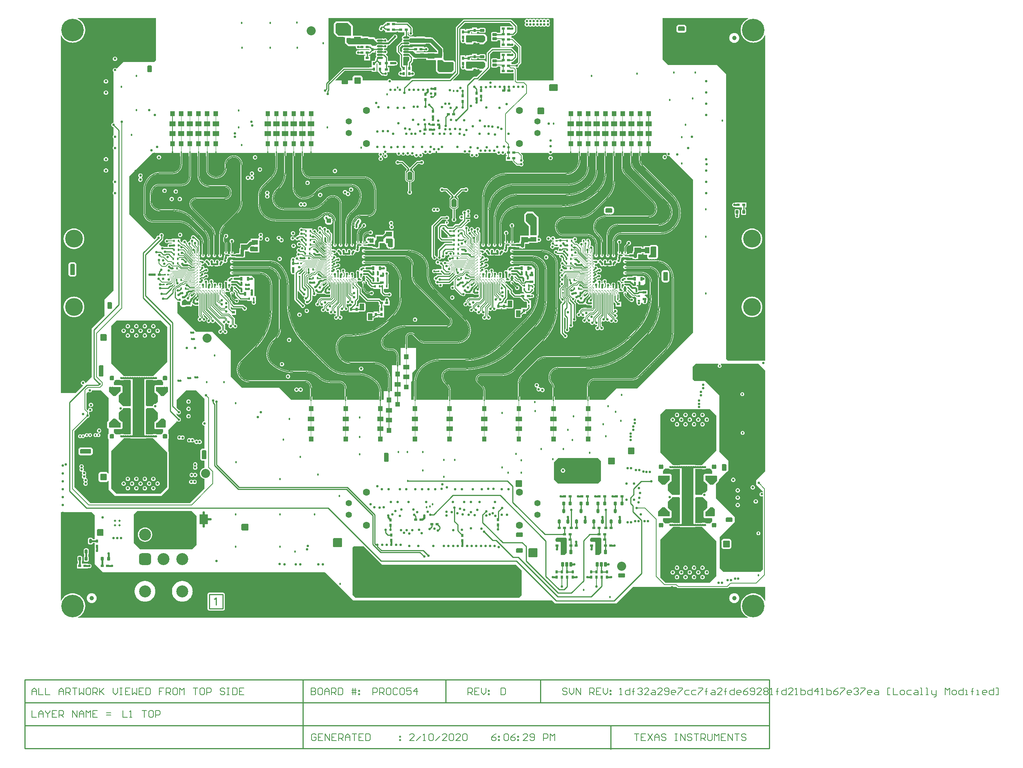
<source format=gtl>
G04*
G04 #@! TF.GenerationSoftware,Altium Limited,Altium Designer,19.1.6 (110)*
G04*
G04 Layer_Physical_Order=1*
G04 Layer_Color=255*
%FSAX25Y25*%
%MOIN*%
G70*
G01*
G75*
%ADD16C,0.01000*%
%ADD18C,0.00800*%
%ADD22C,0.00600*%
G04:AMPARAMS|DCode=25|XSize=23.62mil|YSize=31.5mil|CornerRadius=2.01mil|HoleSize=0mil|Usage=FLASHONLY|Rotation=180.000|XOffset=0mil|YOffset=0mil|HoleType=Round|Shape=RoundedRectangle|*
%AMROUNDEDRECTD25*
21,1,0.02362,0.02748,0,0,180.0*
21,1,0.01961,0.03150,0,0,180.0*
1,1,0.00402,-0.00980,0.01374*
1,1,0.00402,0.00980,0.01374*
1,1,0.00402,0.00980,-0.01374*
1,1,0.00402,-0.00980,-0.01374*
%
%ADD25ROUNDEDRECTD25*%
G04:AMPARAMS|DCode=26|XSize=23.62mil|YSize=39.37mil|CornerRadius=5.91mil|HoleSize=0mil|Usage=FLASHONLY|Rotation=180.000|XOffset=0mil|YOffset=0mil|HoleType=Round|Shape=RoundedRectangle|*
%AMROUNDEDRECTD26*
21,1,0.02362,0.02756,0,0,180.0*
21,1,0.01181,0.03937,0,0,180.0*
1,1,0.01181,-0.00591,0.01378*
1,1,0.01181,0.00591,0.01378*
1,1,0.01181,0.00591,-0.01378*
1,1,0.01181,-0.00591,-0.01378*
%
%ADD26ROUNDEDRECTD26*%
%ADD27O,0.05512X0.01772*%
G04:AMPARAMS|DCode=28|XSize=41.34mil|YSize=57.09mil|CornerRadius=2.07mil|HoleSize=0mil|Usage=FLASHONLY|Rotation=0.000|XOffset=0mil|YOffset=0mil|HoleType=Round|Shape=RoundedRectangle|*
%AMROUNDEDRECTD28*
21,1,0.04134,0.05295,0,0,0.0*
21,1,0.03720,0.05709,0,0,0.0*
1,1,0.00413,0.01860,-0.02648*
1,1,0.00413,-0.01860,-0.02648*
1,1,0.00413,-0.01860,0.02648*
1,1,0.00413,0.01860,0.02648*
%
%ADD28ROUNDEDRECTD28*%
%ADD29C,0.03937*%
G04:AMPARAMS|DCode=30|XSize=23.62mil|YSize=39.37mil|CornerRadius=2.01mil|HoleSize=0mil|Usage=FLASHONLY|Rotation=180.000|XOffset=0mil|YOffset=0mil|HoleType=Round|Shape=RoundedRectangle|*
%AMROUNDEDRECTD30*
21,1,0.02362,0.03535,0,0,180.0*
21,1,0.01961,0.03937,0,0,180.0*
1,1,0.00402,-0.00980,0.01768*
1,1,0.00402,0.00980,0.01768*
1,1,0.00402,0.00980,-0.01768*
1,1,0.00402,-0.00980,-0.01768*
%
%ADD30ROUNDEDRECTD30*%
%ADD31C,0.01260*%
G04:AMPARAMS|DCode=32|XSize=87.8mil|YSize=70.87mil|CornerRadius=2.13mil|HoleSize=0mil|Usage=FLASHONLY|Rotation=90.000|XOffset=0mil|YOffset=0mil|HoleType=Round|Shape=RoundedRectangle|*
%AMROUNDEDRECTD32*
21,1,0.08780,0.06661,0,0,90.0*
21,1,0.08354,0.07087,0,0,90.0*
1,1,0.00425,0.03331,0.04177*
1,1,0.00425,0.03331,-0.04177*
1,1,0.00425,-0.03331,-0.04177*
1,1,0.00425,-0.03331,0.04177*
%
%ADD32ROUNDEDRECTD32*%
%ADD33R,0.06300X0.05000*%
%ADD34R,0.05906X0.05118*%
%ADD35R,0.02362X0.03150*%
G04:AMPARAMS|DCode=36|XSize=7.48mil|YSize=17.32mil|CornerRadius=1.98mil|HoleSize=0mil|Usage=FLASHONLY|Rotation=0.000|XOffset=0mil|YOffset=0mil|HoleType=Round|Shape=RoundedRectangle|*
%AMROUNDEDRECTD36*
21,1,0.00748,0.01336,0,0,0.0*
21,1,0.00352,0.01732,0,0,0.0*
1,1,0.00397,0.00176,-0.00668*
1,1,0.00397,-0.00176,-0.00668*
1,1,0.00397,-0.00176,0.00668*
1,1,0.00397,0.00176,0.00668*
%
%ADD36ROUNDEDRECTD36*%
%ADD37R,0.01654X0.01811*%
%ADD38R,0.01500X0.02400*%
%ADD39R,0.03150X0.02362*%
%ADD40R,0.02400X0.01500*%
G04:AMPARAMS|DCode=41|XSize=23.62mil|YSize=39.37mil|CornerRadius=2.01mil|HoleSize=0mil|Usage=FLASHONLY|Rotation=270.000|XOffset=0mil|YOffset=0mil|HoleType=Round|Shape=RoundedRectangle|*
%AMROUNDEDRECTD41*
21,1,0.02362,0.03535,0,0,270.0*
21,1,0.01961,0.03937,0,0,270.0*
1,1,0.00402,-0.01768,-0.00980*
1,1,0.00402,-0.01768,0.00980*
1,1,0.00402,0.01768,0.00980*
1,1,0.00402,0.01768,-0.00980*
%
%ADD41ROUNDEDRECTD41*%
%ADD42R,0.01811X0.01654*%
%ADD43R,0.03500X0.02000*%
%ADD44R,0.02000X0.03500*%
%ADD45R,0.04331X0.05512*%
%ADD46R,0.05512X0.04331*%
%ADD47R,0.03740X0.03937*%
G04:AMPARAMS|DCode=51|XSize=106.3mil|YSize=106.3mil|CornerRadius=26.57mil|HoleSize=0mil|Usage=FLASHONLY|Rotation=90.000|XOffset=0mil|YOffset=0mil|HoleType=Round|Shape=RoundedRectangle|*
%AMROUNDEDRECTD51*
21,1,0.10630,0.05315,0,0,90.0*
21,1,0.05315,0.10630,0,0,90.0*
1,1,0.05315,0.02657,0.02657*
1,1,0.05315,0.02657,-0.02657*
1,1,0.05315,-0.02657,-0.02657*
1,1,0.05315,-0.02657,0.02657*
%
%ADD51ROUNDEDRECTD51*%
%ADD52C,0.10630*%
%ADD53C,0.08000*%
%ADD54C,0.05512*%
%ADD55C,0.06299*%
%ADD56C,0.20000*%
%ADD57C,0.15811*%
%ADD58C,0.00840*%
%ADD59C,0.01500*%
%ADD60C,0.02000*%
%ADD61C,0.01800*%
%ADD62C,0.00400*%
%ADD63C,0.01200*%
%ADD64C,0.01050*%
%ADD65C,0.00650*%
%ADD66C,0.03000*%
%ADD67C,0.00490*%
%ADD68C,0.03500*%
%ADD69C,0.01126*%
%ADD70C,0.00508*%
%ADD71R,0.01126X0.02500*%
%ADD72R,0.01126X0.01494*%
%ADD73C,0.01968*%
%ADD74C,0.01800*%
%ADD75C,0.02240*%
%ADD76C,0.01377*%
%ADD77C,0.02400*%
G36*
X0482931Y0690805D02*
X0482719Y0690451D01*
X0482692Y0690459D01*
X0482315Y0690497D01*
X0481939Y0690459D01*
X0481875Y0690440D01*
X0481475Y0690737D01*
Y0690748D01*
X0471601D01*
Y0686386D01*
X0471601D01*
Y0686008D01*
X0471601D01*
Y0684860D01*
X0469335D01*
X0469272Y0684978D01*
X0469122Y0685161D01*
X0468939Y0685311D01*
X0468730Y0685422D01*
X0468504Y0685491D01*
X0468268Y0685514D01*
X0464733D01*
X0464498Y0685491D01*
X0464271Y0685422D01*
X0464062Y0685311D01*
X0463880Y0685161D01*
X0463730Y0684978D01*
X0463618Y0684769D01*
X0463549Y0684543D01*
X0463526Y0684307D01*
Y0682347D01*
X0463549Y0682111D01*
X0463618Y0681885D01*
X0463730Y0681676D01*
X0463880Y0681494D01*
Y0681421D01*
X0463730Y0681238D01*
X0463618Y0681029D01*
X0463549Y0680803D01*
X0463526Y0680567D01*
Y0678607D01*
X0463549Y0678371D01*
X0463618Y0678145D01*
X0463730Y0677936D01*
X0463880Y0677753D01*
X0464062Y0677603D01*
X0464271Y0677492D01*
X0464498Y0677423D01*
X0464733Y0677400D01*
X0468268D01*
X0468504Y0677423D01*
X0468730Y0677492D01*
X0468939Y0677603D01*
X0469122Y0677753D01*
X0469272Y0677936D01*
X0469383Y0678145D01*
X0469424Y0678281D01*
X0471601D01*
Y0676906D01*
X0471601D01*
Y0676528D01*
X0471601D01*
Y0672166D01*
X0481475D01*
Y0672178D01*
X0481875Y0672474D01*
X0481939Y0672455D01*
X0482315Y0672418D01*
X0482692Y0672455D01*
X0483054Y0672564D01*
X0483387Y0672743D01*
X0483679Y0672983D01*
X0483919Y0673275D01*
X0484098Y0673608D01*
X0484207Y0673971D01*
X0484245Y0674347D01*
X0484207Y0674723D01*
X0484182Y0674807D01*
X0484536Y0675019D01*
X0487684Y0671870D01*
Y0659107D01*
X0486282Y0657704D01*
X0486207Y0657712D01*
X0485831Y0657675D01*
X0485469Y0657565D01*
X0485135Y0657386D01*
X0484843Y0657147D01*
X0484795Y0657089D01*
X0481475D01*
Y0657963D01*
X0481475D01*
Y0658341D01*
X0481475D01*
Y0658990D01*
X0482032D01*
X0482032Y0658990D01*
X0482331Y0659020D01*
X0482618Y0659107D01*
X0482883Y0659248D01*
X0483115Y0659439D01*
X0486061Y0662384D01*
X0486251Y0662616D01*
X0486393Y0662881D01*
X0486480Y0663168D01*
X0486509Y0663468D01*
Y0666480D01*
X0486509Y0666480D01*
X0486480Y0666780D01*
X0486393Y0667067D01*
X0486251Y0667332D01*
X0486061Y0667564D01*
X0482520Y0671104D01*
X0482288Y0671295D01*
X0482023Y0671436D01*
X0481736Y0671524D01*
X0481437Y0671553D01*
X0481437Y0671553D01*
X0464466D01*
X0464167Y0671524D01*
X0463880Y0671436D01*
X0463615Y0671295D01*
X0463382Y0671104D01*
X0463382Y0671104D01*
X0460026Y0667747D01*
X0459835Y0667515D01*
X0459693Y0667250D01*
X0459606Y0666962D01*
X0459577Y0666664D01*
X0459577Y0666664D01*
Y0659395D01*
X0459177Y0659229D01*
X0458125Y0660281D01*
X0457897Y0660468D01*
X0457636Y0660607D01*
X0457353Y0660693D01*
X0457059Y0660722D01*
X0445800D01*
Y0662230D01*
X0446596D01*
Y0661188D01*
X0450958D01*
Y0662230D01*
X0452840D01*
X0452903Y0662112D01*
X0453053Y0661929D01*
X0453236Y0661779D01*
X0453444Y0661667D01*
X0453671Y0661599D01*
X0453906Y0661576D01*
X0457442D01*
X0457677Y0661599D01*
X0457903Y0661667D01*
X0458112Y0661779D01*
X0458295Y0661929D01*
X0458445Y0662112D01*
X0458556Y0662321D01*
X0458625Y0662547D01*
X0458648Y0662782D01*
Y0664743D01*
X0458625Y0664978D01*
X0458556Y0665205D01*
X0458445Y0665413D01*
X0458295Y0665596D01*
X0458112Y0665746D01*
X0457903Y0665858D01*
X0457677Y0665926D01*
X0457442Y0665949D01*
X0453906D01*
X0453671Y0665926D01*
X0453444Y0665858D01*
X0453236Y0665746D01*
X0453053Y0665596D01*
X0452903Y0665413D01*
X0452840Y0665295D01*
X0450958D01*
Y0666337D01*
X0446596D01*
Y0665295D01*
X0444995D01*
X0444696Y0665266D01*
X0444409Y0665178D01*
X0444144Y0665037D01*
X0444052Y0664961D01*
X0441438D01*
Y0663918D01*
X0440706D01*
Y0664961D01*
X0436344D01*
Y0659811D01*
Y0655087D01*
X0436355D01*
X0436652Y0654687D01*
X0436633Y0654623D01*
X0436596Y0654246D01*
X0436633Y0653870D01*
X0436742Y0653508D01*
X0436921Y0653174D01*
X0437161Y0652882D01*
X0437453Y0652642D01*
X0437787Y0652464D01*
X0438148Y0652354D01*
X0438525Y0652317D01*
X0438901Y0652354D01*
X0439263Y0652464D01*
X0439597Y0652642D01*
X0439618Y0652660D01*
X0439772Y0652673D01*
X0440147Y0652581D01*
X0440240Y0652468D01*
X0440787Y0651921D01*
X0440829Y0651886D01*
X0440867Y0651847D01*
X0440943Y0651793D01*
X0441016Y0651733D01*
X0441047Y0651717D01*
X0441051Y0651713D01*
X0441071Y0651703D01*
X0441108Y0651676D01*
X0441144Y0651656D01*
X0441229Y0651618D01*
X0441312Y0651574D01*
X0441364Y0651558D01*
X0441414Y0651536D01*
X0441505Y0651515D01*
X0441594Y0651488D01*
X0441649Y0651483D01*
X0441702Y0651471D01*
X0441795Y0651468D01*
X0441888Y0651459D01*
X0446596D01*
X0446890Y0651488D01*
X0447173Y0651574D01*
X0447433Y0651713D01*
X0447662Y0651901D01*
X0447849Y0652129D01*
X0447988Y0652390D01*
X0448060Y0652625D01*
X0449626D01*
X0449705Y0652479D01*
X0449892Y0652251D01*
X0450121Y0652063D01*
X0450381Y0651924D01*
X0450664Y0651838D01*
X0450958Y0651809D01*
X0451409D01*
X0451483Y0651816D01*
X0451557D01*
X0451630Y0651831D01*
X0451703Y0651838D01*
X0451774Y0651860D01*
X0451847Y0651874D01*
X0451915Y0651902D01*
X0451986Y0651924D01*
X0451998Y0651930D01*
X0452111Y0651965D01*
X0452192Y0651973D01*
X0452273Y0651965D01*
X0452351Y0651941D01*
X0452423Y0651903D01*
X0452546Y0651801D01*
X0452608Y0651760D01*
X0452665Y0651713D01*
X0452730Y0651678D01*
X0452792Y0651637D01*
X0452860Y0651609D01*
X0452926Y0651574D01*
X0452996Y0651552D01*
X0453065Y0651524D01*
X0453137Y0651510D01*
X0453208Y0651488D01*
X0453282Y0651481D01*
X0453355Y0651467D01*
X0453429D01*
X0453503Y0651459D01*
X0455481D01*
X0455634Y0651090D01*
X0450480Y0645936D01*
X0448530D01*
X0448529Y0645936D01*
X0448231Y0645907D01*
X0447943Y0645819D01*
X0447678Y0645678D01*
X0447446Y0645487D01*
X0444658Y0642699D01*
X0429918D01*
X0429765Y0643069D01*
X0434777Y0648080D01*
X0434777Y0648080D01*
X0434967Y0648313D01*
X0435109Y0648578D01*
X0435196Y0648865D01*
X0435226Y0649164D01*
X0435226Y0649164D01*
Y0688631D01*
X0440265Y0693670D01*
X0480066D01*
X0482931Y0690805D01*
D02*
G37*
G36*
X0339306Y0690727D02*
Y0682601D01*
X0339277Y0682545D01*
X0339128Y0682396D01*
X0333739D01*
Y0682449D01*
X0328194D01*
X0325589Y0685054D01*
Y0692699D01*
X0326523Y0693633D01*
X0336400D01*
X0339306Y0690727D01*
D02*
G37*
G36*
X0518840Y0697575D02*
X0518831Y0642699D01*
X0486189D01*
Y0652367D01*
X0486189Y0652367D01*
X0486163Y0652622D01*
X0486089Y0652867D01*
X0485968Y0653092D01*
X0485806Y0653290D01*
X0485534Y0653562D01*
X0485746Y0653916D01*
X0485831Y0653890D01*
X0486207Y0653853D01*
X0486583Y0653890D01*
X0486945Y0654000D01*
X0487279Y0654178D01*
X0487571Y0654418D01*
X0487811Y0654710D01*
X0487990Y0655044D01*
X0488099Y0655406D01*
X0488136Y0655782D01*
X0488129Y0655857D01*
X0489915Y0657642D01*
X0490077Y0657840D01*
X0490198Y0658066D01*
X0490272Y0658311D01*
X0490297Y0658566D01*
Y0672411D01*
X0490272Y0672666D01*
X0490198Y0672911D01*
X0490077Y0673137D01*
X0489915Y0673335D01*
X0483239Y0680011D01*
X0483041Y0680173D01*
X0482815Y0680294D01*
X0482570Y0680368D01*
X0482315Y0680393D01*
X0481475D01*
Y0681268D01*
X0481475D01*
Y0681646D01*
X0481475D01*
Y0682295D01*
X0482820D01*
X0482820Y0682295D01*
X0483119Y0682324D01*
X0483406Y0682411D01*
X0483671Y0682553D01*
X0483904Y0682744D01*
X0486245Y0685085D01*
X0486245Y0685085D01*
X0486436Y0685318D01*
X0486578Y0685582D01*
X0486665Y0685870D01*
X0486694Y0686169D01*
X0486694Y0686169D01*
Y0690741D01*
X0486665Y0691040D01*
X0486578Y0691328D01*
X0486436Y0691593D01*
X0486245Y0691825D01*
X0486245Y0691825D01*
X0481784Y0696286D01*
X0481552Y0696477D01*
X0481287Y0696618D01*
X0480999Y0696706D01*
X0480700Y0696735D01*
X0480700Y0696735D01*
X0439630D01*
X0439630Y0696735D01*
X0439331Y0696706D01*
X0439044Y0696618D01*
X0438778Y0696477D01*
X0438546Y0696286D01*
X0432610Y0690350D01*
X0432419Y0690117D01*
X0432277Y0689852D01*
X0432190Y0689565D01*
X0432161Y0689266D01*
X0432161Y0689266D01*
Y0649799D01*
X0426688Y0644326D01*
X0393470D01*
X0393470Y0644326D01*
X0393171Y0644296D01*
X0392883Y0644209D01*
X0392618Y0644067D01*
X0392386Y0643877D01*
X0392386Y0643877D01*
X0391208Y0642699D01*
X0375298D01*
X0375247Y0642868D01*
X0375068Y0643202D01*
X0374829Y0643494D01*
X0374536Y0643734D01*
X0374203Y0643912D01*
X0373841Y0644022D01*
X0373464Y0644059D01*
X0373088Y0644022D01*
X0372726Y0643912D01*
X0372393Y0643734D01*
X0372100Y0643494D01*
X0371860Y0643202D01*
X0371682Y0642868D01*
X0371631Y0642699D01*
X0349544D01*
Y0644960D01*
X0349515Y0645254D01*
X0349429Y0645537D01*
X0349290Y0645798D01*
X0349102Y0646026D01*
X0348576Y0646553D01*
X0348348Y0646740D01*
X0348087Y0646879D01*
X0347804Y0646965D01*
X0347510Y0646994D01*
X0342663D01*
X0342368Y0646965D01*
X0342086Y0646879D01*
X0341825Y0646740D01*
X0341597Y0646553D01*
X0341068Y0646024D01*
X0340881Y0645795D01*
X0340741Y0645535D01*
X0340656Y0645252D01*
X0340627Y0644958D01*
X0340655Y0644670D01*
Y0642699D01*
X0336715D01*
Y0640115D01*
X0336072Y0639472D01*
X0331458D01*
X0330840Y0640090D01*
Y0642699D01*
X0325398D01*
X0325245Y0643069D01*
X0333482Y0651305D01*
X0357463D01*
Y0650263D01*
X0361825D01*
Y0654987D01*
Y0657576D01*
X0362276Y0658027D01*
X0362726Y0657576D01*
Y0654987D01*
Y0650263D01*
X0363426D01*
X0363491Y0650047D01*
X0363633Y0649782D01*
X0363824Y0649550D01*
X0365934Y0647440D01*
X0366166Y0647249D01*
X0366431Y0647108D01*
X0366718Y0647020D01*
X0367017Y0646991D01*
X0368664D01*
X0368752Y0646919D01*
X0369085Y0646741D01*
X0369447Y0646631D01*
X0369824Y0646594D01*
X0370200Y0646631D01*
X0370562Y0646741D01*
X0370896Y0646919D01*
X0371188Y0647159D01*
X0371428Y0647452D01*
X0371606Y0647785D01*
X0371716Y0648147D01*
X0371753Y0648523D01*
X0371716Y0648900D01*
X0371606Y0649262D01*
X0371428Y0649595D01*
X0371323Y0649722D01*
X0371513Y0650122D01*
X0373127D01*
Y0654485D01*
X0372084D01*
Y0655769D01*
X0377851D01*
Y0655940D01*
X0378640D01*
X0379032Y0655979D01*
X0379409Y0656093D01*
X0379757Y0656279D01*
X0380061Y0656529D01*
X0380311Y0656833D01*
X0380497Y0657181D01*
X0380611Y0657558D01*
X0380650Y0657950D01*
X0380611Y0658342D01*
X0380497Y0658719D01*
X0380311Y0659066D01*
X0380061Y0659371D01*
X0379757Y0659621D01*
X0379409Y0659806D01*
X0379032Y0659921D01*
X0378640Y0659960D01*
X0377851D01*
Y0660131D01*
X0372084D01*
Y0663014D01*
X0372055Y0663313D01*
X0371968Y0663601D01*
X0371826Y0663866D01*
X0371635Y0664098D01*
X0371635Y0664098D01*
X0370128Y0665605D01*
X0370242Y0666057D01*
X0370290Y0666072D01*
X0370624Y0666250D01*
X0370916Y0666490D01*
X0371156Y0666782D01*
X0371334Y0667116D01*
X0371444Y0667478D01*
X0371481Y0667854D01*
X0371444Y0668230D01*
X0371334Y0668592D01*
X0371156Y0668926D01*
X0370916Y0669218D01*
X0370624Y0669458D01*
X0370290Y0669637D01*
X0369928Y0669746D01*
X0369552Y0669783D01*
X0369176Y0669746D01*
X0368942Y0669676D01*
X0368671Y0669892D01*
X0368618Y0669986D01*
X0368636Y0670044D01*
X0368672Y0670413D01*
X0368636Y0670783D01*
X0368618Y0670841D01*
X0368671Y0670934D01*
X0368942Y0671151D01*
X0369176Y0671080D01*
X0369552Y0671043D01*
X0369928Y0671080D01*
X0370290Y0671190D01*
X0370624Y0671368D01*
X0370916Y0671608D01*
X0371156Y0671900D01*
X0371334Y0672234D01*
X0371444Y0672596D01*
X0371481Y0672972D01*
X0371444Y0673349D01*
X0371437Y0673373D01*
X0371733Y0673773D01*
X0372402D01*
X0372402Y0673773D01*
X0372745Y0673807D01*
X0373075Y0673907D01*
X0373379Y0674069D01*
X0373646Y0674288D01*
X0379102Y0679744D01*
X0379151Y0679759D01*
X0379484Y0679937D01*
X0379777Y0680177D01*
X0380017Y0680470D01*
X0380195Y0680803D01*
X0380305Y0681165D01*
X0380342Y0681541D01*
X0380305Y0681918D01*
X0380195Y0682280D01*
X0380017Y0682613D01*
X0379777Y0682906D01*
X0379484Y0683146D01*
X0379151Y0683324D01*
X0378789Y0683434D01*
X0378412Y0683471D01*
X0378036Y0683434D01*
X0377674Y0683324D01*
X0377341Y0683146D01*
X0377048Y0682906D01*
X0376808Y0682613D01*
X0376630Y0682280D01*
X0376615Y0682231D01*
X0371917Y0677533D01*
X0371807Y0677559D01*
X0371444Y0677714D01*
X0371481Y0678090D01*
X0371444Y0678467D01*
X0371334Y0678829D01*
X0371156Y0679162D01*
X0370916Y0679455D01*
X0370624Y0679695D01*
X0370290Y0679873D01*
X0369928Y0679983D01*
X0369552Y0680020D01*
X0369176Y0679983D01*
X0368813Y0679873D01*
X0368480Y0679695D01*
X0368392Y0679623D01*
X0367883D01*
X0367830Y0679666D01*
X0367502Y0679841D01*
X0367147Y0679949D01*
X0366777Y0679985D01*
X0363037D01*
X0362667Y0679949D01*
X0362312Y0679841D01*
X0361984Y0679666D01*
X0361697Y0679430D01*
X0361314Y0679412D01*
X0360588Y0680137D01*
Y0680561D01*
X0360158D01*
X0359964Y0680721D01*
X0359703Y0680860D01*
X0359420Y0680946D01*
X0359126Y0680975D01*
X0355625Y0680975D01*
X0355540Y0681060D01*
Y0681366D01*
X0355185D01*
X0354942Y0681496D01*
X0354756Y0681552D01*
X0354659Y0681582D01*
X0354659D01*
X0354659Y0681582D01*
X0354365Y0681611D01*
X0349424Y0681610D01*
X0349141Y0681893D01*
Y0682449D01*
X0341188D01*
X0341181Y0682449D01*
X0340831Y0682594D01*
X0340814Y0682837D01*
Y0690727D01*
X0340785Y0691021D01*
X0340699Y0691303D01*
X0340560Y0691564D01*
X0340372Y0691792D01*
X0337465Y0694699D01*
X0337237Y0694887D01*
X0336976Y0695026D01*
X0336694Y0695112D01*
X0336400Y0695141D01*
X0326523D01*
X0326229Y0695112D01*
X0325946Y0695026D01*
X0325686Y0694887D01*
X0325457Y0694699D01*
X0324523Y0693765D01*
X0324335Y0693536D01*
X0324196Y0693276D01*
X0324110Y0692993D01*
X0324081Y0692699D01*
Y0685054D01*
X0324110Y0684761D01*
X0324196Y0684478D01*
X0324335Y0684217D01*
X0324523Y0683989D01*
X0327129Y0681383D01*
X0327357Y0681195D01*
X0327618Y0681056D01*
X0327900Y0680970D01*
X0328194Y0680941D01*
X0333366D01*
X0333444Y0680918D01*
X0333739Y0680889D01*
X0333762D01*
X0333991Y0680488D01*
X0333956Y0680423D01*
X0333870Y0680140D01*
X0333841Y0679846D01*
Y0676499D01*
X0333870Y0676204D01*
X0333956Y0675922D01*
X0334095Y0675661D01*
X0334282Y0675433D01*
X0336124Y0673591D01*
X0336352Y0673404D01*
X0336613Y0673265D01*
X0336895Y0673179D01*
X0337189Y0673150D01*
X0343275Y0673150D01*
X0343572Y0672750D01*
X0343568Y0672737D01*
X0343531Y0672361D01*
X0343568Y0671985D01*
X0343678Y0671623D01*
X0343856Y0671289D01*
X0344096Y0670997D01*
X0344389Y0670757D01*
X0344722Y0670579D01*
X0345084Y0670469D01*
X0345461Y0670432D01*
X0345837Y0670469D01*
X0345849Y0670473D01*
X0346250Y0670180D01*
Y0670180D01*
X0355555D01*
X0355722Y0669780D01*
X0355589Y0669646D01*
X0346250D01*
Y0669646D01*
X0345849Y0669354D01*
X0345837Y0669357D01*
X0345461Y0669395D01*
X0345084Y0669357D01*
X0344722Y0669248D01*
X0344389Y0669069D01*
X0344096Y0668829D01*
X0343856Y0668537D01*
X0343678Y0668204D01*
X0343568Y0667842D01*
X0343531Y0667465D01*
X0343568Y0667089D01*
X0343678Y0666727D01*
X0343856Y0666394D01*
X0344096Y0666101D01*
X0344389Y0665861D01*
X0344722Y0665683D01*
X0345084Y0665573D01*
X0345461Y0665536D01*
X0345837Y0665573D01*
X0345849Y0665577D01*
X0346250Y0665284D01*
Y0665284D01*
X0352016D01*
Y0664751D01*
X0350974D01*
Y0660389D01*
X0356123D01*
Y0664751D01*
X0355081D01*
Y0665284D01*
X0356123D01*
Y0665949D01*
X0356258Y0665962D01*
X0356546Y0666050D01*
X0356811Y0666191D01*
X0357043Y0666382D01*
X0357999Y0667338D01*
X0360588D01*
Y0668881D01*
X0361056D01*
X0361257Y0668481D01*
X0361178Y0668224D01*
X0361142Y0667854D01*
X0361178Y0667485D01*
X0361286Y0667129D01*
X0361461Y0666801D01*
X0361648Y0666575D01*
X0361461Y0666348D01*
X0361286Y0666020D01*
X0361178Y0665665D01*
X0361142Y0665295D01*
X0361178Y0664925D01*
X0361286Y0664570D01*
X0361461Y0664242D01*
X0361648Y0664015D01*
X0361461Y0663789D01*
X0361286Y0663461D01*
X0361178Y0663106D01*
X0361142Y0662740D01*
X0361001Y0662568D01*
X0360860Y0662303D01*
X0360773Y0662016D01*
X0360743Y0661717D01*
X0360743Y0661717D01*
Y0660828D01*
X0360052Y0660137D01*
X0357463D01*
Y0654370D01*
X0332847D01*
X0332548Y0654341D01*
X0332260Y0654253D01*
X0331996Y0654112D01*
X0331763Y0653921D01*
X0331763Y0653921D01*
X0320541Y0642699D01*
X0319400D01*
Y0697858D01*
X0518558D01*
X0518840Y0697575D01*
D02*
G37*
G36*
X0166300Y0660513D02*
X0164698Y0658910D01*
X0137226D01*
X0131541Y0653225D01*
X0131348Y0653235D01*
X0131056Y0653475D01*
X0130722Y0653653D01*
X0130360Y0653763D01*
X0129984Y0653800D01*
X0129608Y0653763D01*
X0129246Y0653653D01*
X0128912Y0653475D01*
X0128620Y0653235D01*
X0128380Y0652942D01*
X0128202Y0652609D01*
X0128092Y0652247D01*
X0128055Y0651870D01*
X0128092Y0651494D01*
X0128202Y0651132D01*
X0128380Y0650799D01*
X0128620Y0650506D01*
X0128667Y0650468D01*
X0128672Y0650357D01*
Y0605212D01*
X0128617Y0605161D01*
X0128240Y0605124D01*
X0127878Y0605014D01*
X0127545Y0604836D01*
X0127253Y0604596D01*
X0127013Y0604304D01*
X0126834Y0603970D01*
X0126725Y0603608D01*
X0126688Y0603232D01*
X0126725Y0602856D01*
X0126834Y0602494D01*
X0127013Y0602160D01*
X0127253Y0601868D01*
X0127545Y0601628D01*
X0127878Y0601450D01*
X0128240Y0601340D01*
X0128353Y0601329D01*
X0128672Y0601009D01*
Y0594196D01*
X0128620Y0594153D01*
X0128380Y0593861D01*
X0128202Y0593527D01*
X0128092Y0593165D01*
X0128055Y0592789D01*
X0128092Y0592413D01*
X0128202Y0592051D01*
X0128380Y0591717D01*
X0128620Y0591425D01*
X0128672Y0591382D01*
Y0584196D01*
X0128620Y0584153D01*
X0128380Y0583861D01*
X0128202Y0583527D01*
X0128092Y0583165D01*
X0128055Y0582789D01*
X0128092Y0582413D01*
X0128202Y0582051D01*
X0128380Y0581717D01*
X0128620Y0581425D01*
X0128672Y0581382D01*
Y0554196D01*
X0128620Y0554153D01*
X0128380Y0553861D01*
X0128202Y0553527D01*
X0128092Y0553165D01*
X0128055Y0552789D01*
X0128092Y0552413D01*
X0128202Y0552051D01*
X0128380Y0551717D01*
X0128620Y0551425D01*
X0128672Y0551382D01*
Y0544196D01*
X0128620Y0544153D01*
X0128380Y0543861D01*
X0128202Y0543527D01*
X0128092Y0543165D01*
X0128055Y0542789D01*
X0128092Y0542413D01*
X0128202Y0542051D01*
X0128380Y0541717D01*
X0128620Y0541425D01*
X0128672Y0541382D01*
Y0456202D01*
X0120490Y0448020D01*
Y0433845D01*
X0109144Y0422499D01*
Y0379609D01*
X0103902Y0374367D01*
X0103485Y0374516D01*
X0103470Y0374672D01*
X0103360Y0375034D01*
X0103182Y0375368D01*
X0102942Y0375660D01*
X0102650Y0375900D01*
X0102316Y0376078D01*
X0101954Y0376188D01*
X0101578Y0376225D01*
X0101201Y0376188D01*
X0100839Y0376078D01*
X0100506Y0375900D01*
X0100214Y0375660D01*
X0099974Y0375368D01*
X0099795Y0375034D01*
X0099686Y0374672D01*
X0099648Y0374296D01*
X0099686Y0373920D01*
X0099795Y0373558D01*
X0099974Y0373224D01*
X0100214Y0372932D01*
X0100506Y0372692D01*
X0100839Y0372514D01*
X0101201Y0372404D01*
X0101357Y0372388D01*
X0101506Y0371972D01*
X0094902Y0365368D01*
X0081799D01*
Y0682599D01*
X0082199Y0682687D01*
X0082408Y0682234D01*
X0082836Y0681470D01*
X0083323Y0680741D01*
X0083865Y0680053D01*
X0084460Y0679410D01*
X0085103Y0678815D01*
X0085791Y0678272D01*
X0086520Y0677786D01*
X0087284Y0677358D01*
X0088080Y0676991D01*
X0088902Y0676687D01*
X0089745Y0676450D01*
X0090604Y0676279D01*
X0091474Y0676176D01*
X0092350Y0676141D01*
X0093226Y0676176D01*
X0094096Y0676279D01*
X0094955Y0676450D01*
X0095798Y0676687D01*
X0096620Y0676991D01*
X0097416Y0677358D01*
X0098180Y0677786D01*
X0098909Y0678272D01*
X0099597Y0678815D01*
X0100240Y0679410D01*
X0100835Y0680053D01*
X0101377Y0680741D01*
X0101864Y0681470D01*
X0102292Y0682234D01*
X0102659Y0683030D01*
X0102963Y0683852D01*
X0103200Y0684695D01*
X0103371Y0685554D01*
X0103474Y0686424D01*
X0103509Y0687300D01*
X0103474Y0688175D01*
X0103371Y0689046D01*
X0103200Y0689905D01*
X0102963Y0690748D01*
X0102659Y0691570D01*
X0102292Y0692366D01*
X0101864Y0693130D01*
X0101377Y0693859D01*
X0100835Y0694547D01*
X0100240Y0695190D01*
X0099597Y0695785D01*
X0098909Y0696327D01*
X0098180Y0696814D01*
X0097416Y0697242D01*
X0096948Y0697458D01*
X0097036Y0697858D01*
X0166300D01*
Y0660513D01*
D02*
G37*
G36*
X0355001Y0679468D02*
X0359126Y0679468D01*
X0362195Y0676399D01*
X0363082D01*
Y0674748D01*
X0363059Y0674657D01*
X0362325Y0674657D01*
X0361113Y0673445D01*
X0358062Y0673445D01*
X0356849Y0674657D01*
X0337189Y0674657D01*
X0335348Y0676499D01*
Y0679846D01*
X0335603Y0680101D01*
X0354365Y0680103D01*
X0355001Y0679468D01*
D02*
G37*
G36*
X0481447Y0667844D02*
X0481281Y0667444D01*
X0471601D01*
Y0663082D01*
X0471601D01*
Y0662704D01*
X0471601D01*
Y0661555D01*
X0469335D01*
X0469272Y0661673D01*
X0469122Y0661856D01*
X0468939Y0662006D01*
X0468730Y0662117D01*
X0468504Y0662186D01*
X0468268Y0662209D01*
X0464733D01*
X0464498Y0662186D01*
X0464271Y0662117D01*
X0464062Y0662006D01*
X0463880Y0661856D01*
X0463730Y0661673D01*
X0463618Y0661465D01*
X0463549Y0661238D01*
X0463526Y0661003D01*
Y0659042D01*
X0463549Y0658807D01*
X0463618Y0658580D01*
X0463730Y0658372D01*
X0463880Y0658189D01*
Y0658116D01*
X0463730Y0657933D01*
X0463618Y0657724D01*
X0463549Y0657498D01*
X0463526Y0657263D01*
Y0655302D01*
X0463549Y0655067D01*
X0463618Y0654840D01*
X0463730Y0654632D01*
X0463880Y0654449D01*
X0464062Y0654299D01*
X0464271Y0654187D01*
X0464498Y0654119D01*
X0464733Y0654095D01*
X0468268D01*
X0468504Y0654119D01*
X0468730Y0654187D01*
X0468939Y0654299D01*
X0469122Y0654449D01*
X0469272Y0654632D01*
X0469383Y0654840D01*
X0469424Y0654976D01*
X0471601D01*
Y0653601D01*
X0471601D01*
Y0653223D01*
X0471601D01*
Y0648861D01*
X0481475D01*
Y0648873D01*
X0481875Y0649169D01*
X0481939Y0649150D01*
X0482315Y0649113D01*
X0482692Y0649150D01*
X0483054Y0649260D01*
X0483176Y0649325D01*
X0483576Y0649086D01*
Y0642699D01*
X0452009D01*
X0451935Y0642850D01*
X0451909Y0643099D01*
X0451966Y0643130D01*
X0452199Y0643320D01*
X0462193Y0653314D01*
X0462193Y0653314D01*
X0462383Y0653546D01*
X0462525Y0653811D01*
X0462612Y0654099D01*
X0462641Y0654398D01*
Y0666029D01*
X0465101Y0668488D01*
X0480802D01*
X0481447Y0667844D01*
D02*
G37*
G36*
X0458304Y0657971D02*
Y0654979D01*
X0456291Y0652966D01*
X0453503D01*
X0453264Y0653162D01*
X0452931Y0653340D01*
X0452569Y0653450D01*
X0452192Y0653487D01*
X0451816Y0653450D01*
X0451454Y0653340D01*
X0451409Y0653316D01*
X0450958D01*
Y0654133D01*
X0446596D01*
Y0652966D01*
X0441888D01*
X0441853Y0652987D01*
X0441306Y0653534D01*
Y0658844D01*
X0441677Y0659215D01*
X0457059D01*
X0458304Y0657971D01*
D02*
G37*
G36*
X0162577Y0655402D02*
Y0650622D01*
X0161985Y0650029D01*
X0159119D01*
X0158599Y0650549D01*
X0158598Y0650550D01*
Y0655450D01*
X0159143Y0655994D01*
X0161985D01*
X0162577Y0655402D01*
D02*
G37*
G36*
X0348037Y0644960D02*
Y0640165D01*
X0347393Y0639522D01*
X0342780D01*
X0342162Y0640139D01*
Y0644930D01*
X0342134Y0644958D01*
X0342663Y0645487D01*
X0347510D01*
X0348037Y0644960D01*
D02*
G37*
G36*
X0522750Y0638800D02*
Y0634003D01*
X0522131Y0633384D01*
X0515570D01*
X0514924Y0634030D01*
Y0638820D01*
X0515452Y0639349D01*
X0522202D01*
X0522750Y0638800D01*
D02*
G37*
G36*
X0510540Y0618073D02*
Y0613278D01*
X0509897Y0612635D01*
X0505283D01*
X0504666Y0613252D01*
Y0618043D01*
X0504637Y0618071D01*
X0505166Y0618600D01*
X0510014D01*
X0510540Y0618073D01*
D02*
G37*
G36*
X0597545Y0611104D02*
X0595773D01*
Y0606183D01*
X0598332D01*
Y0602088D01*
X0595773D01*
Y0597561D01*
X0598332D01*
Y0593466D01*
X0595773D01*
Y0588545D01*
X0597545D01*
Y0584293D01*
X0595773D01*
Y0579569D01*
X0596107D01*
Y0575632D01*
X0595045D01*
Y0579569D01*
X0595379D01*
Y0584293D01*
X0593607D01*
Y0588545D01*
X0595379D01*
Y0593466D01*
X0592820D01*
Y0597561D01*
X0595379D01*
Y0602088D01*
X0592820D01*
Y0606183D01*
X0595379D01*
Y0611104D01*
X0593607D01*
Y0615356D01*
X0597545D01*
Y0611104D01*
D02*
G37*
G36*
X0589867D02*
X0588095D01*
Y0606183D01*
X0590654D01*
Y0602088D01*
X0588095D01*
Y0597561D01*
X0590654D01*
Y0593466D01*
X0588095D01*
Y0588545D01*
X0589867D01*
Y0584293D01*
X0588095D01*
Y0579569D01*
X0588429D01*
Y0575632D01*
X0587367D01*
Y0579569D01*
X0587701D01*
Y0584293D01*
X0585929D01*
Y0588545D01*
X0587701D01*
Y0593466D01*
X0585142D01*
Y0597561D01*
X0587701D01*
Y0602088D01*
X0585142D01*
Y0606183D01*
X0587701D01*
Y0611104D01*
X0585929D01*
Y0615356D01*
X0589867D01*
Y0611104D01*
D02*
G37*
G36*
X0582189D02*
X0580417D01*
Y0606183D01*
X0582976D01*
Y0602088D01*
X0580417D01*
Y0597561D01*
X0582976D01*
Y0593466D01*
X0580417D01*
Y0588545D01*
X0582189D01*
Y0584293D01*
X0580417D01*
Y0579569D01*
X0580751D01*
Y0575632D01*
X0579689D01*
Y0579569D01*
X0580023D01*
Y0584293D01*
X0578251D01*
Y0588545D01*
X0580023D01*
Y0593466D01*
X0577464D01*
Y0597561D01*
X0580023D01*
Y0602088D01*
X0577464D01*
Y0606183D01*
X0580023D01*
Y0611104D01*
X0578251D01*
Y0615356D01*
X0582189D01*
Y0611104D01*
D02*
G37*
G36*
X0574511D02*
X0572739D01*
Y0606183D01*
X0575298D01*
Y0602088D01*
X0572739D01*
Y0597561D01*
X0575298D01*
Y0593466D01*
X0572739D01*
Y0588545D01*
X0574511D01*
Y0584293D01*
X0572739D01*
Y0579569D01*
X0573073D01*
Y0575632D01*
X0572011D01*
Y0579569D01*
X0572345D01*
Y0584293D01*
X0570573D01*
Y0588545D01*
X0572345D01*
Y0593466D01*
X0569786D01*
Y0597561D01*
X0572345D01*
Y0602088D01*
X0569786D01*
Y0606183D01*
X0572345D01*
Y0611104D01*
X0570573D01*
Y0615356D01*
X0574511D01*
Y0611104D01*
D02*
G37*
G36*
X0566833D02*
X0565061D01*
Y0606183D01*
X0567620D01*
Y0602088D01*
X0565061D01*
Y0597561D01*
X0567620D01*
Y0593466D01*
X0565061D01*
Y0588545D01*
X0566833D01*
Y0584293D01*
X0565061D01*
Y0579569D01*
X0565395D01*
Y0575632D01*
X0564333D01*
Y0579569D01*
X0564667D01*
Y0584293D01*
X0562895D01*
Y0588545D01*
X0564667D01*
Y0593466D01*
X0562108D01*
Y0597561D01*
X0564667D01*
Y0602088D01*
X0562108D01*
Y0606183D01*
X0564667D01*
Y0611104D01*
X0562895D01*
Y0615356D01*
X0566833D01*
Y0611104D01*
D02*
G37*
G36*
X0559155D02*
X0557383D01*
Y0606183D01*
X0559942D01*
Y0602088D01*
X0557383D01*
Y0597561D01*
X0559942D01*
Y0593466D01*
X0557383D01*
Y0588545D01*
X0559155D01*
Y0584293D01*
X0557383D01*
Y0579569D01*
X0557717D01*
Y0575632D01*
X0556655D01*
Y0579569D01*
X0556989D01*
Y0584293D01*
X0555217D01*
Y0588545D01*
X0556989D01*
Y0593466D01*
X0554430D01*
Y0597561D01*
X0556989D01*
Y0602088D01*
X0554430D01*
Y0606183D01*
X0556989D01*
Y0611104D01*
X0555217D01*
Y0615356D01*
X0559155D01*
Y0611104D01*
D02*
G37*
G36*
X0551477D02*
X0549705D01*
Y0606183D01*
X0552264D01*
Y0602088D01*
X0549705D01*
Y0597561D01*
X0552264D01*
Y0593466D01*
X0549705D01*
Y0588545D01*
X0551477D01*
Y0584293D01*
X0549705D01*
Y0579569D01*
X0550039D01*
Y0575632D01*
X0548977D01*
Y0579569D01*
X0549311D01*
Y0584293D01*
X0547539D01*
Y0588545D01*
X0549311D01*
Y0593466D01*
X0546752D01*
Y0597561D01*
X0549311D01*
Y0602088D01*
X0546752D01*
Y0606183D01*
X0549311D01*
Y0611104D01*
X0547539D01*
Y0615356D01*
X0551477D01*
Y0611104D01*
D02*
G37*
G36*
X0543799D02*
X0542027D01*
Y0606183D01*
X0544586D01*
Y0602088D01*
X0542027D01*
Y0597561D01*
X0544586D01*
Y0593466D01*
X0542027D01*
Y0588545D01*
X0543799D01*
Y0584293D01*
X0542027D01*
Y0579569D01*
X0542361D01*
Y0575632D01*
X0541299D01*
Y0579569D01*
X0541633D01*
Y0584293D01*
X0539861D01*
Y0588545D01*
X0541633D01*
Y0593466D01*
X0539074D01*
Y0597561D01*
X0541633D01*
Y0602088D01*
X0539074D01*
Y0606183D01*
X0541633D01*
Y0611104D01*
X0539861D01*
Y0615356D01*
X0543799D01*
Y0611104D01*
D02*
G37*
G36*
X0298103D02*
X0296331D01*
Y0606183D01*
X0298890D01*
Y0602088D01*
X0296331D01*
Y0597561D01*
X0298890D01*
Y0593466D01*
X0296331D01*
Y0588545D01*
X0298103D01*
Y0584293D01*
X0296331D01*
Y0579569D01*
X0296665D01*
Y0575632D01*
X0295603D01*
Y0579569D01*
X0295937D01*
Y0584293D01*
X0294165D01*
Y0588545D01*
X0295937D01*
Y0593466D01*
X0293378D01*
Y0597561D01*
X0295937D01*
Y0602088D01*
X0293378D01*
Y0606183D01*
X0295937D01*
Y0611104D01*
X0294165D01*
Y0615356D01*
X0298103D01*
Y0611104D01*
D02*
G37*
G36*
X0290425D02*
X0288653D01*
Y0606183D01*
X0291212D01*
Y0602088D01*
X0288653D01*
Y0597561D01*
X0291212D01*
Y0593466D01*
X0288653D01*
Y0588545D01*
X0290425D01*
Y0584293D01*
X0288653D01*
Y0579569D01*
X0288987D01*
Y0575632D01*
X0287925D01*
Y0579569D01*
X0288259D01*
Y0584293D01*
X0286487D01*
Y0588545D01*
X0288259D01*
Y0593466D01*
X0285700D01*
Y0597561D01*
X0288259D01*
Y0602088D01*
X0285700D01*
Y0606183D01*
X0288259D01*
Y0611104D01*
X0286487D01*
Y0615356D01*
X0290425D01*
Y0611104D01*
D02*
G37*
G36*
X0282747D02*
X0280975D01*
Y0606183D01*
X0283534D01*
Y0602088D01*
X0280975D01*
Y0597561D01*
X0283534D01*
Y0593466D01*
X0280975D01*
Y0588545D01*
X0282747D01*
Y0584293D01*
X0280975D01*
Y0579569D01*
X0281309D01*
Y0575632D01*
X0280247D01*
Y0579569D01*
X0280581D01*
Y0584293D01*
X0278809D01*
Y0588545D01*
X0280581D01*
Y0593466D01*
X0278022D01*
Y0597561D01*
X0280581D01*
Y0602088D01*
X0278022D01*
Y0606183D01*
X0280581D01*
Y0611104D01*
X0278809D01*
Y0615356D01*
X0282747D01*
Y0611104D01*
D02*
G37*
G36*
X0275069D02*
X0273297D01*
Y0606183D01*
X0275856D01*
Y0602088D01*
X0273297D01*
Y0597561D01*
X0275856D01*
Y0593466D01*
X0273297D01*
Y0588545D01*
X0275069D01*
Y0584293D01*
X0273297D01*
Y0579569D01*
X0273631D01*
Y0575632D01*
X0272569D01*
Y0579569D01*
X0272903D01*
Y0584293D01*
X0271131D01*
Y0588545D01*
X0272903D01*
Y0593466D01*
X0270344D01*
Y0597561D01*
X0272903D01*
Y0602088D01*
X0270344D01*
Y0606183D01*
X0272903D01*
Y0611104D01*
X0271131D01*
Y0615356D01*
X0275069D01*
Y0611104D01*
D02*
G37*
G36*
X0213645D02*
X0211873D01*
Y0606183D01*
X0214432D01*
Y0602088D01*
X0211873D01*
Y0597561D01*
X0214432D01*
Y0593466D01*
X0211873D01*
Y0588545D01*
X0213645D01*
Y0584293D01*
X0211873D01*
Y0579569D01*
X0212207D01*
Y0575632D01*
X0211145D01*
Y0579569D01*
X0211479D01*
Y0584293D01*
X0209707D01*
Y0588545D01*
X0211479D01*
Y0593466D01*
X0208920D01*
Y0597561D01*
X0211479D01*
Y0602088D01*
X0208920D01*
Y0606183D01*
X0211479D01*
Y0611104D01*
X0209707D01*
Y0615356D01*
X0213645D01*
Y0611104D01*
D02*
G37*
G36*
X0205967D02*
X0204195D01*
Y0606183D01*
X0206754D01*
Y0602088D01*
X0204195D01*
Y0597561D01*
X0206754D01*
Y0593466D01*
X0204195D01*
Y0588545D01*
X0205967D01*
Y0584293D01*
X0204195D01*
Y0579569D01*
X0204529D01*
Y0575632D01*
X0203467D01*
Y0579569D01*
X0203801D01*
Y0584293D01*
X0202029D01*
Y0588545D01*
X0203801D01*
Y0593466D01*
X0201242D01*
Y0597561D01*
X0203801D01*
Y0602088D01*
X0201242D01*
Y0606183D01*
X0203801D01*
Y0611104D01*
X0202029D01*
Y0615356D01*
X0205967D01*
Y0611104D01*
D02*
G37*
G36*
X0198289D02*
X0196517D01*
Y0606183D01*
X0199076D01*
Y0602088D01*
X0196517D01*
Y0597561D01*
X0199076D01*
Y0593466D01*
X0196517D01*
Y0588545D01*
X0198289D01*
Y0584293D01*
X0196517D01*
Y0579569D01*
X0196851D01*
Y0575632D01*
X0195789D01*
Y0579569D01*
X0196123D01*
Y0584293D01*
X0194351D01*
Y0588545D01*
X0196123D01*
Y0593466D01*
X0193564D01*
Y0597561D01*
X0196123D01*
Y0602088D01*
X0193564D01*
Y0606183D01*
X0196123D01*
Y0611104D01*
X0194351D01*
Y0615356D01*
X0198289D01*
Y0611104D01*
D02*
G37*
G36*
X0190611D02*
X0188839D01*
Y0606183D01*
X0191398D01*
Y0602088D01*
X0188839D01*
Y0597561D01*
X0191398D01*
Y0593466D01*
X0188839D01*
Y0588545D01*
X0190611D01*
Y0584293D01*
X0188839D01*
Y0579569D01*
X0189173D01*
Y0575632D01*
X0188111D01*
Y0579569D01*
X0188445D01*
Y0584293D01*
X0186673D01*
Y0588545D01*
X0188445D01*
Y0593466D01*
X0185886D01*
Y0597561D01*
X0188445D01*
Y0602088D01*
X0185886D01*
Y0606183D01*
X0188445D01*
Y0611104D01*
X0186673D01*
Y0615356D01*
X0190611D01*
Y0611104D01*
D02*
G37*
G36*
X0605223D02*
X0603451D01*
Y0606183D01*
X0606010D01*
Y0602088D01*
X0603451D01*
Y0597561D01*
X0606010D01*
Y0593466D01*
X0603451D01*
Y0588545D01*
X0605223D01*
Y0584293D01*
X0603451D01*
Y0579569D01*
X0603785D01*
Y0578389D01*
X0619003D01*
X0619270Y0578122D01*
X0619264Y0578104D01*
X0619252Y0578068D01*
X0619241Y0578031D01*
X0619231Y0577993D01*
X0619221Y0577956D01*
X0619212Y0577918D01*
X0619204Y0577880D01*
X0619197Y0577843D01*
X0619190Y0577804D01*
X0619184Y0577766D01*
X0619179Y0577728D01*
X0619175Y0577689D01*
X0619171Y0577651D01*
X0619169Y0577612D01*
X0619167Y0577574D01*
X0619166Y0577535D01*
X0619165Y0577496D01*
X0619166Y0577458D01*
X0619167Y0577419D01*
X0619169Y0577381D01*
X0619171Y0577342D01*
X0619175Y0577303D01*
X0619179Y0577265D01*
X0619184Y0577227D01*
X0619190Y0577188D01*
X0619197Y0577150D01*
X0619204Y0577112D01*
X0619212Y0577074D01*
X0619221Y0577037D01*
X0619231Y0576999D01*
X0619241Y0576962D01*
X0619252Y0576925D01*
X0619264Y0576888D01*
X0619277Y0576852D01*
X0619290Y0576816D01*
X0619304Y0576780D01*
X0619319Y0576744D01*
X0619334Y0576708D01*
X0619350Y0576673D01*
X0619368Y0576639D01*
X0619385Y0576604D01*
X0619403Y0576570D01*
X0619422Y0576536D01*
X0619442Y0576503D01*
X0619462Y0576470D01*
X0619483Y0576438D01*
X0619505Y0576406D01*
X0619527Y0576374D01*
X0619550Y0576343D01*
X0619574Y0576312D01*
X0619598Y0576282D01*
X0619623Y0576252D01*
X0619648Y0576223D01*
X0619674Y0576194D01*
X0619700Y0576166D01*
X0619728Y0576139D01*
X0619755Y0576112D01*
X0619783Y0576085D01*
X0619812Y0576059D01*
X0619841Y0576034D01*
X0619871Y0576009D01*
X0619901Y0575985D01*
X0619932Y0575961D01*
X0619963Y0575939D01*
X0619994Y0575916D01*
X0620026Y0575894D01*
X0620059Y0575874D01*
X0620092Y0575853D01*
X0620125Y0575834D01*
X0620159Y0575814D01*
X0620193Y0575796D01*
X0620227Y0575779D01*
X0620262Y0575762D01*
X0620297Y0575745D01*
X0620333Y0575730D01*
X0620368Y0575715D01*
X0620404Y0575701D01*
X0620441Y0575688D01*
X0620477Y0575675D01*
X0620514Y0575663D01*
X0620551Y0575652D01*
X0620588Y0575642D01*
X0620626Y0575632D01*
X0620663Y0575623D01*
X0620701Y0575615D01*
X0620739Y0575608D01*
X0620777Y0575601D01*
X0620816Y0575595D01*
X0620854Y0575590D01*
X0620892Y0575586D01*
X0620931Y0575583D01*
X0620969Y0575580D01*
X0621008Y0575578D01*
X0621047Y0575577D01*
X0621085Y0575576D01*
X0621124Y0575577D01*
X0621163Y0575578D01*
X0621201Y0575580D01*
X0621240Y0575583D01*
X0621278Y0575586D01*
X0621317Y0575590D01*
X0621355Y0575595D01*
X0621393Y0575601D01*
X0621431Y0575608D01*
X0621469Y0575615D01*
X0621507Y0575623D01*
X0621545Y0575632D01*
X0621582Y0575642D01*
X0621619Y0575652D01*
X0621657Y0575663D01*
X0621693Y0575675D01*
X0621710Y0575681D01*
X0642667Y0554724D01*
Y0418907D01*
X0593063Y0369442D01*
X0574450Y0369442D01*
X0564446Y0359438D01*
X0550550D01*
Y0362196D01*
X0550550Y0362214D01*
X0550549Y0362233D01*
X0550547Y0362251D01*
X0550544Y0362269D01*
X0550541Y0362287D01*
X0550537Y0362305D01*
X0550532Y0362323D01*
X0550527Y0362341D01*
X0550521Y0362358D01*
X0550514Y0362375D01*
X0550507Y0362392D01*
X0550499Y0362409D01*
X0550490Y0362425D01*
X0550481Y0362441D01*
X0550471Y0362457D01*
X0550460Y0362472D01*
X0550449Y0362486D01*
X0550438Y0362501D01*
X0550425Y0362514D01*
X0550413Y0362528D01*
X0550399Y0362541D01*
X0550386Y0362552D01*
Y0371248D01*
X0550386Y0371253D01*
X0550386Y0371314D01*
X0550388Y0371380D01*
X0550389Y0371447D01*
X0550392Y0371513D01*
X0550396Y0371579D01*
X0550400Y0371645D01*
X0550405Y0371711D01*
X0550411Y0371777D01*
X0550417Y0371843D01*
X0550425Y0371909D01*
X0550433Y0371975D01*
X0550442Y0372040D01*
X0550452Y0372106D01*
X0550462Y0372171D01*
X0550473Y0372236D01*
X0550485Y0372302D01*
X0550498Y0372367D01*
X0550511Y0372432D01*
X0550526Y0372496D01*
X0550541Y0372561D01*
X0550556Y0372625D01*
X0550573Y0372689D01*
X0550590Y0372753D01*
X0550608Y0372817D01*
X0550627Y0372881D01*
X0550646Y0372944D01*
X0550667Y0373007D01*
X0550688Y0373070D01*
X0550709Y0373132D01*
X0550732Y0373195D01*
X0550755Y0373257D01*
X0550779Y0373318D01*
X0550804Y0373380D01*
X0550829Y0373441D01*
X0550855Y0373502D01*
X0550882Y0373563D01*
X0550909Y0373623D01*
X0550937Y0373683D01*
X0550966Y0373742D01*
X0550996Y0373802D01*
X0551026Y0373861D01*
X0551057Y0373919D01*
X0551089Y0373977D01*
X0551121Y0374035D01*
X0551154Y0374093D01*
X0551188Y0374150D01*
X0551222Y0374206D01*
X0551257Y0374262D01*
X0551293Y0374318D01*
X0551329Y0374374D01*
X0551366Y0374429D01*
X0551404Y0374483D01*
X0551442Y0374537D01*
X0551481Y0374591D01*
X0551520Y0374644D01*
X0551560Y0374697D01*
X0551601Y0374749D01*
X0551643Y0374801D01*
X0551685Y0374852D01*
X0551727Y0374903D01*
X0551770Y0374953D01*
X0551774Y0374957D01*
X0552034Y0375236D01*
X0552041Y0375244D01*
X0552322Y0375504D01*
X0552369Y0375545D01*
X0552418Y0375586D01*
X0552468Y0375626D01*
X0552518Y0375665D01*
X0552568Y0375704D01*
X0552619Y0375742D01*
X0552670Y0375780D01*
X0552722Y0375817D01*
X0552775Y0375853D01*
X0552828Y0375889D01*
X0552881Y0375924D01*
X0552934Y0375958D01*
X0552988Y0375992D01*
X0553043Y0376025D01*
X0553098Y0376058D01*
X0553153Y0376090D01*
X0553208Y0376121D01*
X0553265Y0376151D01*
X0553321Y0376181D01*
X0553378Y0376210D01*
X0553435Y0376238D01*
X0553492Y0376266D01*
X0553550Y0376292D01*
X0553608Y0376319D01*
X0553666Y0376344D01*
X0553725Y0376369D01*
X0553784Y0376393D01*
X0553843Y0376416D01*
X0553903Y0376439D01*
X0553963Y0376461D01*
X0554023Y0376482D01*
X0554083Y0376502D01*
X0554144Y0376522D01*
X0554205Y0376540D01*
X0554266Y0376559D01*
X0554327Y0376576D01*
X0554389Y0376592D01*
X0554451Y0376608D01*
X0554512Y0376624D01*
X0554574Y0376638D01*
X0554637Y0376651D01*
X0554699Y0376664D01*
X0554762Y0376676D01*
X0554824Y0376688D01*
X0554887Y0376698D01*
X0554950Y0376708D01*
X0555013Y0376717D01*
X0555076Y0376725D01*
X0555140Y0376732D01*
X0555203Y0376739D01*
X0555267Y0376745D01*
X0555330Y0376750D01*
X0555394Y0376754D01*
X0555457Y0376758D01*
X0555521Y0376761D01*
X0555585Y0376762D01*
X0555648Y0376764D01*
X0555707Y0376764D01*
X0555712Y0376764D01*
X0588742D01*
X0588822Y0376764D01*
X0588901Y0376765D01*
X0588980Y0376767D01*
X0589060Y0376770D01*
X0589139Y0376774D01*
X0589219Y0376778D01*
X0589298Y0376783D01*
X0589377Y0376789D01*
X0589457Y0376796D01*
X0589536Y0376803D01*
X0589615Y0376811D01*
X0589694Y0376820D01*
X0589773Y0376830D01*
X0589852Y0376840D01*
X0589930Y0376852D01*
X0590009Y0376864D01*
X0590087Y0376876D01*
X0590166Y0376890D01*
X0590244Y0376904D01*
X0590322Y0376920D01*
X0590400Y0376935D01*
X0590478Y0376952D01*
X0590555Y0376970D01*
X0590632Y0376988D01*
X0590710Y0377007D01*
X0590787Y0377026D01*
X0590864Y0377047D01*
X0590940Y0377068D01*
X0591017Y0377090D01*
X0591093Y0377113D01*
X0591169Y0377136D01*
X0591244Y0377160D01*
X0591320Y0377185D01*
X0591395Y0377211D01*
X0591470Y0377237D01*
X0591545Y0377264D01*
X0591619Y0377292D01*
X0591693Y0377321D01*
X0591767Y0377350D01*
X0591841Y0377380D01*
X0591914Y0377411D01*
X0591987Y0377443D01*
X0592060Y0377475D01*
X0592132Y0377508D01*
X0592204Y0377541D01*
X0592276Y0377576D01*
X0592347Y0377611D01*
X0592418Y0377646D01*
X0592489Y0377683D01*
X0592559Y0377720D01*
X0592629Y0377758D01*
X0592699Y0377796D01*
X0592768Y0377836D01*
X0592837Y0377875D01*
X0592905Y0377916D01*
X0592973Y0377957D01*
X0593041Y0377999D01*
X0593108Y0378042D01*
X0593175Y0378085D01*
X0593241Y0378129D01*
X0593307Y0378173D01*
X0593372Y0378218D01*
X0593437Y0378264D01*
X0593502Y0378310D01*
X0593566Y0378358D01*
X0593630Y0378405D01*
X0593693Y0378453D01*
X0593755Y0378502D01*
X0593818Y0378552D01*
X0593879Y0378602D01*
X0593941Y0378653D01*
X0594001Y0378704D01*
X0594062Y0378756D01*
X0594121Y0378809D01*
X0594180Y0378862D01*
X0594239Y0378915D01*
X0594297Y0378970D01*
X0594355Y0379025D01*
X0594412Y0379080D01*
X0594468Y0379136D01*
X0594469Y0379136D01*
X0619453Y0404121D01*
X0619459Y0404127D01*
X0619543Y0404212D01*
X0619633Y0404303D01*
X0619721Y0404394D01*
X0619809Y0404486D01*
X0619897Y0404579D01*
X0619984Y0404672D01*
X0620070Y0404765D01*
X0620156Y0404859D01*
X0620241Y0404954D01*
X0620326Y0405049D01*
X0620410Y0405145D01*
X0620493Y0405241D01*
X0620576Y0405338D01*
X0620658Y0405435D01*
X0620740Y0405533D01*
X0620821Y0405631D01*
X0620901Y0405730D01*
X0620981Y0405829D01*
X0621061Y0405929D01*
X0621139Y0406029D01*
X0621217Y0406130D01*
X0621294Y0406231D01*
X0621371Y0406333D01*
X0621447Y0406435D01*
X0621523Y0406538D01*
X0621597Y0406641D01*
X0621672Y0406744D01*
X0621745Y0406848D01*
X0621818Y0406953D01*
X0621890Y0407058D01*
X0621962Y0407163D01*
X0622033Y0407269D01*
X0622103Y0407375D01*
X0622173Y0407482D01*
X0622241Y0407589D01*
X0622310Y0407696D01*
X0622377Y0407804D01*
X0622444Y0407913D01*
X0622511Y0408021D01*
X0622576Y0408131D01*
X0622641Y0408240D01*
X0622706Y0408350D01*
X0622769Y0408461D01*
X0622832Y0408571D01*
X0622894Y0408682D01*
X0622956Y0408794D01*
X0623017Y0408906D01*
X0623077Y0409018D01*
X0623136Y0409131D01*
X0623195Y0409244D01*
X0623253Y0409357D01*
X0623310Y0409471D01*
X0623367Y0409585D01*
X0623423Y0409699D01*
X0623478Y0409814D01*
X0623532Y0409929D01*
X0623586Y0410045D01*
X0623639Y0410161D01*
X0623692Y0410277D01*
X0623743Y0410393D01*
X0623794Y0410510D01*
X0623844Y0410627D01*
X0623894Y0410744D01*
X0623943Y0410862D01*
X0623991Y0410980D01*
X0624038Y0411098D01*
X0624084Y0411217D01*
X0624130Y0411336D01*
X0624175Y0411455D01*
X0624220Y0411574D01*
X0624263Y0411694D01*
X0624306Y0411814D01*
X0624348Y0411934D01*
X0624390Y0412055D01*
X0624430Y0412175D01*
X0624470Y0412296D01*
X0624509Y0412417D01*
X0624548Y0412539D01*
X0624585Y0412661D01*
X0624622Y0412782D01*
X0624658Y0412905D01*
X0624694Y0413027D01*
X0624728Y0413150D01*
X0624762Y0413272D01*
X0624795Y0413395D01*
X0624828Y0413519D01*
X0624859Y0413642D01*
X0624890Y0413765D01*
X0624920Y0413889D01*
X0624949Y0414013D01*
X0624978Y0414137D01*
X0625005Y0414262D01*
X0625033Y0414386D01*
X0625059Y0414511D01*
X0625084Y0414636D01*
X0625109Y0414761D01*
X0625133Y0414886D01*
X0625156Y0415011D01*
X0625178Y0415136D01*
X0625200Y0415262D01*
X0625220Y0415388D01*
X0625240Y0415513D01*
X0625260Y0415639D01*
X0625278Y0415765D01*
X0625296Y0415892D01*
X0625313Y0416018D01*
X0625329Y0416144D01*
X0625344Y0416270D01*
X0625359Y0416397D01*
X0625372Y0416524D01*
X0625385Y0416650D01*
X0625397Y0416777D01*
X0625409Y0416904D01*
X0625420Y0417031D01*
X0625429Y0417158D01*
X0625438Y0417285D01*
X0625447Y0417412D01*
X0625454Y0417539D01*
X0625461Y0417666D01*
X0625467Y0417794D01*
X0625472Y0417921D01*
X0625476Y0418048D01*
X0625480Y0418176D01*
X0625483Y0418303D01*
X0625485Y0418430D01*
X0625486Y0418558D01*
X0625486Y0418685D01*
Y0466859D01*
X0625486Y0466976D01*
X0625485Y0467093D01*
X0625483Y0467209D01*
X0625480Y0467326D01*
X0625476Y0467443D01*
X0625472Y0467560D01*
X0625467Y0467677D01*
X0625461Y0467793D01*
X0625454Y0467910D01*
X0625446Y0468027D01*
X0625438Y0468143D01*
X0625429Y0468260D01*
X0625419Y0468376D01*
X0625408Y0468493D01*
X0625396Y0468609D01*
X0625384Y0468725D01*
X0625371Y0468841D01*
X0625357Y0468957D01*
X0625342Y0469073D01*
X0625327Y0469189D01*
X0625310Y0469305D01*
X0625293Y0469420D01*
X0625276Y0469536D01*
X0625257Y0469651D01*
X0625237Y0469766D01*
X0625217Y0469881D01*
X0625196Y0469996D01*
X0625174Y0470111D01*
X0625152Y0470226D01*
X0625128Y0470340D01*
X0625104Y0470455D01*
X0625079Y0470569D01*
X0625053Y0470683D01*
X0625027Y0470796D01*
X0625000Y0470910D01*
X0624972Y0471024D01*
X0624943Y0471137D01*
X0624913Y0471250D01*
X0624883Y0471363D01*
X0624852Y0471475D01*
X0624820Y0471588D01*
X0624787Y0471700D01*
X0624754Y0471812D01*
X0624719Y0471924D01*
X0624684Y0472035D01*
X0624649Y0472146D01*
X0624612Y0472257D01*
X0624575Y0472368D01*
X0624537Y0472479D01*
X0624498Y0472589D01*
X0624459Y0472699D01*
X0624418Y0472809D01*
X0624377Y0472918D01*
X0624336Y0473027D01*
X0624293Y0473136D01*
X0624250Y0473244D01*
X0624206Y0473353D01*
X0624161Y0473461D01*
X0624116Y0473568D01*
X0624070Y0473676D01*
X0624023Y0473783D01*
X0623975Y0473889D01*
X0623927Y0473996D01*
X0623877Y0474102D01*
X0623828Y0474207D01*
X0623777Y0474313D01*
X0623726Y0474418D01*
X0623674Y0474522D01*
X0623621Y0474627D01*
X0623568Y0474731D01*
X0623514Y0474834D01*
X0623459Y0474937D01*
X0623403Y0475040D01*
X0623347Y0475143D01*
X0623290Y0475245D01*
X0623233Y0475347D01*
X0623174Y0475448D01*
X0623115Y0475549D01*
X0623056Y0475649D01*
X0622995Y0475749D01*
X0622934Y0475849D01*
X0622872Y0475948D01*
X0622810Y0476047D01*
X0622747Y0476145D01*
X0622683Y0476243D01*
X0622619Y0476341D01*
X0622554Y0476438D01*
X0622488Y0476534D01*
X0622422Y0476630D01*
X0622354Y0476726D01*
X0622287Y0476821D01*
X0622218Y0476916D01*
X0622149Y0477010D01*
X0622080Y0477104D01*
X0622009Y0477198D01*
X0621939Y0477290D01*
X0621867Y0477383D01*
X0621795Y0477475D01*
X0621722Y0477566D01*
X0621649Y0477657D01*
X0621574Y0477747D01*
X0621500Y0477837D01*
X0621424Y0477927D01*
X0621349Y0478016D01*
X0621272Y0478104D01*
X0621195Y0478192D01*
X0621117Y0478279D01*
X0621039Y0478366D01*
X0620960Y0478452D01*
X0620881Y0478538D01*
X0620801Y0478623D01*
X0620720Y0478707D01*
X0620639Y0478791D01*
X0620557Y0478875D01*
X0620479Y0478953D01*
X0620475Y0478957D01*
X0620457Y0478975D01*
X0620449Y0478982D01*
X0620401Y0479030D01*
X0620327Y0479102D01*
X0620253Y0479174D01*
X0620178Y0479245D01*
X0620102Y0479315D01*
X0620026Y0479385D01*
X0619950Y0479454D01*
X0619873Y0479523D01*
X0619795Y0479591D01*
X0619717Y0479659D01*
X0619639Y0479726D01*
X0619559Y0479792D01*
X0619480Y0479857D01*
X0619400Y0479923D01*
X0619319Y0479987D01*
X0619238Y0480051D01*
X0619157Y0480114D01*
X0619074Y0480177D01*
X0618992Y0480239D01*
X0618909Y0480300D01*
X0618825Y0480361D01*
X0618742Y0480421D01*
X0618657Y0480480D01*
X0618572Y0480539D01*
X0618487Y0480597D01*
X0618401Y0480655D01*
X0618315Y0480712D01*
X0618229Y0480768D01*
X0618142Y0480824D01*
X0618054Y0480878D01*
X0617966Y0480933D01*
X0617878Y0480986D01*
X0617789Y0481039D01*
X0617700Y0481091D01*
X0617611Y0481143D01*
X0617521Y0481193D01*
X0617431Y0481244D01*
X0617340Y0481293D01*
X0617249Y0481342D01*
X0617158Y0481390D01*
X0617066Y0481437D01*
X0616974Y0481484D01*
X0616882Y0481530D01*
X0616789Y0481575D01*
X0616696Y0481620D01*
X0616602Y0481664D01*
X0616508Y0481707D01*
X0616414Y0481749D01*
X0616320Y0481791D01*
X0616225Y0481832D01*
X0616130Y0481872D01*
X0616035Y0481911D01*
X0615939Y0481950D01*
X0615843Y0481988D01*
X0615747Y0482025D01*
X0615650Y0482062D01*
X0615554Y0482098D01*
X0615456Y0482133D01*
X0615359Y0482167D01*
X0615262Y0482201D01*
X0615164Y0482234D01*
X0615065Y0482266D01*
X0614967Y0482297D01*
X0614869Y0482328D01*
X0614770Y0482358D01*
X0614671Y0482387D01*
X0614572Y0482415D01*
X0614472Y0482443D01*
X0614372Y0482470D01*
X0614272Y0482496D01*
X0614173Y0482521D01*
X0614072Y0482546D01*
X0613972Y0482569D01*
X0613871Y0482592D01*
X0613770Y0482615D01*
X0613669Y0482636D01*
X0613568Y0482657D01*
X0613467Y0482677D01*
X0613366Y0482696D01*
X0613264Y0482714D01*
X0613162Y0482732D01*
X0613060Y0482749D01*
X0612958Y0482765D01*
X0612856Y0482780D01*
X0612754Y0482795D01*
X0612652Y0482808D01*
X0612549Y0482822D01*
X0612447Y0482834D01*
X0612344Y0482845D01*
X0612242Y0482856D01*
X0612139Y0482865D01*
X0612036Y0482874D01*
X0611933Y0482883D01*
X0611830Y0482890D01*
X0611727Y0482897D01*
X0611624Y0482903D01*
X0611521Y0482908D01*
X0611418Y0482912D01*
X0611315Y0482916D01*
X0611212Y0482919D01*
X0611108Y0482921D01*
X0611005Y0482922D01*
X0610902Y0482922D01*
X0583693D01*
X0583687Y0482932D01*
X0583669Y0482962D01*
X0583649Y0482992D01*
X0583629Y0483021D01*
X0583608Y0483050D01*
X0583587Y0483078D01*
X0583565Y0483106D01*
X0583542Y0483134D01*
X0583519Y0483161D01*
X0583496Y0483187D01*
X0583471Y0483213D01*
X0583446Y0483239D01*
X0583421Y0483263D01*
X0583395Y0483288D01*
X0583368Y0483311D01*
X0583342Y0483335D01*
X0583314Y0483357D01*
X0583286Y0483379D01*
X0583258Y0483400D01*
X0583229Y0483421D01*
X0583199Y0483441D01*
X0583170Y0483461D01*
X0583139Y0483479D01*
X0583109Y0483497D01*
X0583078Y0483515D01*
X0583046Y0483532D01*
X0583015Y0483548D01*
X0582983Y0483563D01*
X0582950Y0483578D01*
X0582917Y0483592D01*
X0582885Y0483605D01*
X0582851Y0483618D01*
X0582818Y0483629D01*
X0582784Y0483640D01*
X0582750Y0483651D01*
X0582716Y0483660D01*
X0582681Y0483669D01*
X0582647Y0483677D01*
X0582612Y0483685D01*
X0582577Y0483691D01*
X0582542Y0483697D01*
X0582507Y0483702D01*
X0582471Y0483706D01*
X0582436Y0483710D01*
X0582400Y0483712D01*
X0582365Y0483714D01*
X0582329Y0483715D01*
X0582294Y0483716D01*
X0582258Y0483715D01*
X0582223Y0483714D01*
X0582187Y0483712D01*
X0582152Y0483710D01*
X0582116Y0483706D01*
X0582081Y0483702D01*
X0582046Y0483697D01*
X0582011Y0483691D01*
X0581976Y0483685D01*
X0581941Y0483677D01*
X0581906Y0483669D01*
X0581872Y0483660D01*
X0581838Y0483651D01*
X0581804Y0483640D01*
X0581770Y0483629D01*
X0581736Y0483618D01*
X0581703Y0483605D01*
X0581670Y0483592D01*
X0581637Y0483578D01*
X0581605Y0483563D01*
X0581573Y0483548D01*
X0581541Y0483532D01*
X0581510Y0483515D01*
X0581479Y0483497D01*
X0581448Y0483479D01*
X0581418Y0483461D01*
X0581388Y0483441D01*
X0581359Y0483421D01*
X0581330Y0483400D01*
X0581301Y0483379D01*
X0581273Y0483357D01*
X0581246Y0483335D01*
X0581219Y0483311D01*
X0581192Y0483288D01*
X0581167Y0483263D01*
X0581141Y0483239D01*
X0581116Y0483213D01*
X0581092Y0483187D01*
X0581068Y0483161D01*
X0581045Y0483134D01*
X0581023Y0483106D01*
X0581001Y0483078D01*
X0580979Y0483050D01*
X0580959Y0483021D01*
X0580938Y0482992D01*
X0580919Y0482962D01*
X0580900Y0482932D01*
X0580882Y0482901D01*
X0580865Y0482870D01*
X0580848Y0482839D01*
X0580832Y0482807D01*
X0580816Y0482775D01*
X0580802Y0482742D01*
X0580788Y0482710D01*
X0580774Y0482677D01*
X0580762Y0482643D01*
X0580750Y0482610D01*
X0580739Y0482576D01*
X0580729Y0482542D01*
X0580719Y0482508D01*
X0580710Y0482473D01*
X0580702Y0482439D01*
X0580695Y0482404D01*
X0580688Y0482369D01*
X0580683Y0482334D01*
X0580678Y0482299D01*
X0580673Y0482263D01*
X0580670Y0482228D01*
X0580667Y0482193D01*
X0580665Y0482157D01*
X0580664Y0482122D01*
X0580664Y0482086D01*
X0580664Y0482050D01*
X0580665Y0482015D01*
X0580667Y0481979D01*
X0580670Y0481944D01*
X0580673Y0481908D01*
X0580678Y0481873D01*
X0580683Y0481838D01*
X0580688Y0481803D01*
X0580695Y0481768D01*
X0580702Y0481733D01*
X0580710Y0481699D01*
X0580719Y0481664D01*
X0580729Y0481630D01*
X0580739Y0481596D01*
X0580750Y0481562D01*
X0580762Y0481528D01*
X0580774Y0481495D01*
X0580788Y0481462D01*
X0580802Y0481429D01*
X0580816Y0481397D01*
X0580832Y0481365D01*
X0580848Y0481333D01*
X0580865Y0481302D01*
X0580882Y0481271D01*
X0580900Y0481240D01*
X0580919Y0481210D01*
X0580938Y0481180D01*
X0580959Y0481151D01*
X0580979Y0481122D01*
X0581001Y0481094D01*
X0581023Y0481066D01*
X0581045Y0481038D01*
X0581068Y0481011D01*
X0581092Y0480985D01*
X0581116Y0480959D01*
X0581141Y0480933D01*
X0581167Y0480908D01*
X0581192Y0480884D01*
X0581219Y0480860D01*
X0581246Y0480837D01*
X0581273Y0480815D01*
X0581301Y0480793D01*
X0581330Y0480771D01*
X0581359Y0480751D01*
X0581388Y0480731D01*
X0581418Y0480711D01*
X0581448Y0480692D01*
X0581479Y0480674D01*
X0581510Y0480657D01*
X0581541Y0480640D01*
X0581573Y0480624D01*
X0581605Y0480609D01*
X0581637Y0480594D01*
X0581670Y0480580D01*
X0581703Y0480567D01*
X0581736Y0480554D01*
X0581770Y0480542D01*
X0581804Y0480531D01*
X0581838Y0480521D01*
X0581872Y0480511D01*
X0581906Y0480503D01*
X0581941Y0480494D01*
X0581976Y0480487D01*
X0582011Y0480481D01*
X0582046Y0480475D01*
X0582081Y0480470D01*
X0582116Y0480466D01*
X0582152Y0480462D01*
X0582187Y0480459D01*
X0582223Y0480457D01*
X0582258Y0480456D01*
X0582294Y0480456D01*
X0582329Y0480456D01*
X0582365Y0480457D01*
X0582400Y0480459D01*
X0582436Y0480462D01*
X0582471Y0480466D01*
X0582507Y0480470D01*
X0582542Y0480475D01*
X0582577Y0480481D01*
X0582612Y0480487D01*
X0582647Y0480494D01*
X0582681Y0480503D01*
X0582716Y0480511D01*
X0582750Y0480521D01*
X0582784Y0480531D01*
X0582818Y0480542D01*
X0582851Y0480554D01*
X0582885Y0480567D01*
X0582917Y0480580D01*
X0582950Y0480594D01*
X0582983Y0480609D01*
X0583015Y0480624D01*
X0583046Y0480640D01*
X0583078Y0480657D01*
X0583109Y0480674D01*
X0583139Y0480692D01*
X0583170Y0480711D01*
X0583199Y0480731D01*
X0583229Y0480751D01*
X0583258Y0480771D01*
X0583286Y0480793D01*
X0583314Y0480815D01*
X0583342Y0480837D01*
X0583368Y0480860D01*
X0583395Y0480884D01*
X0583421Y0480908D01*
X0583446Y0480933D01*
X0583471Y0480959D01*
X0583496Y0480985D01*
X0583519Y0481011D01*
X0583542Y0481038D01*
X0583565Y0481066D01*
X0583587Y0481094D01*
X0583608Y0481122D01*
X0583629Y0481151D01*
X0583649Y0481180D01*
X0583669Y0481210D01*
X0583687Y0481240D01*
X0583693Y0481250D01*
X0610902D01*
X0610907Y0481250D01*
X0610999Y0481250D01*
X0611096Y0481248D01*
X0611193Y0481246D01*
X0611290Y0481244D01*
X0611387Y0481240D01*
X0611484Y0481236D01*
X0611581Y0481231D01*
X0611678Y0481225D01*
X0611775Y0481218D01*
X0611872Y0481210D01*
X0611968Y0481202D01*
X0612065Y0481193D01*
X0612161Y0481183D01*
X0612258Y0481172D01*
X0612354Y0481161D01*
X0612451Y0481148D01*
X0612547Y0481135D01*
X0612643Y0481122D01*
X0612739Y0481107D01*
X0612835Y0481091D01*
X0612930Y0481075D01*
X0613026Y0481058D01*
X0613122Y0481041D01*
X0613217Y0481022D01*
X0613312Y0481003D01*
X0613407Y0480983D01*
X0613502Y0480962D01*
X0613596Y0480940D01*
X0613691Y0480918D01*
X0613785Y0480894D01*
X0613879Y0480870D01*
X0613973Y0480846D01*
X0614067Y0480820D01*
X0614160Y0480794D01*
X0614253Y0480767D01*
X0614346Y0480739D01*
X0614439Y0480711D01*
X0614532Y0480681D01*
X0614624Y0480651D01*
X0614716Y0480620D01*
X0614808Y0480589D01*
X0614899Y0480556D01*
X0614991Y0480523D01*
X0615082Y0480489D01*
X0615172Y0480455D01*
X0615263Y0480420D01*
X0615353Y0480384D01*
X0615443Y0480347D01*
X0615532Y0480309D01*
X0615621Y0480271D01*
X0615710Y0480232D01*
X0615799Y0480192D01*
X0615887Y0480152D01*
X0615975Y0480111D01*
X0616062Y0480069D01*
X0616150Y0480026D01*
X0616237Y0479983D01*
X0616323Y0479939D01*
X0616409Y0479894D01*
X0616495Y0479849D01*
X0616580Y0479803D01*
X0616666Y0479756D01*
X0616750Y0479709D01*
X0616834Y0479660D01*
X0616918Y0479611D01*
X0617002Y0479562D01*
X0617085Y0479512D01*
X0617168Y0479461D01*
X0617250Y0479409D01*
X0617332Y0479357D01*
X0617413Y0479304D01*
X0617494Y0479250D01*
X0617574Y0479196D01*
X0617654Y0479141D01*
X0617734Y0479086D01*
X0617813Y0479029D01*
X0617892Y0478973D01*
X0617970Y0478915D01*
X0618048Y0478857D01*
X0618125Y0478798D01*
X0618202Y0478739D01*
X0618278Y0478679D01*
X0618354Y0478618D01*
X0618429Y0478557D01*
X0618504Y0478495D01*
X0618578Y0478432D01*
X0618652Y0478369D01*
X0618725Y0478306D01*
X0618798Y0478241D01*
X0618870Y0478176D01*
X0618942Y0478111D01*
X0619006Y0478051D01*
X0619292Y0477775D01*
X0619310Y0477757D01*
X0619315Y0477752D01*
X0619370Y0477697D01*
X0619447Y0477618D01*
X0619524Y0477539D01*
X0619600Y0477459D01*
X0619675Y0477379D01*
X0619750Y0477298D01*
X0619824Y0477216D01*
X0619898Y0477134D01*
X0619971Y0477052D01*
X0620043Y0476969D01*
X0620115Y0476885D01*
X0620186Y0476801D01*
X0620257Y0476717D01*
X0620327Y0476631D01*
X0620397Y0476546D01*
X0620466Y0476460D01*
X0620534Y0476373D01*
X0620601Y0476286D01*
X0620668Y0476199D01*
X0620735Y0476111D01*
X0620800Y0476022D01*
X0620866Y0475933D01*
X0620930Y0475844D01*
X0620994Y0475754D01*
X0621057Y0475664D01*
X0621120Y0475573D01*
X0621181Y0475482D01*
X0621243Y0475390D01*
X0621303Y0475298D01*
X0621363Y0475205D01*
X0621422Y0475112D01*
X0621481Y0475019D01*
X0621539Y0474925D01*
X0621596Y0474831D01*
X0621653Y0474736D01*
X0621709Y0474642D01*
X0621764Y0474546D01*
X0621819Y0474450D01*
X0621872Y0474354D01*
X0621926Y0474258D01*
X0621978Y0474161D01*
X0622030Y0474063D01*
X0622081Y0473966D01*
X0622131Y0473868D01*
X0622181Y0473769D01*
X0622230Y0473671D01*
X0622278Y0473571D01*
X0622326Y0473472D01*
X0622373Y0473372D01*
X0622419Y0473272D01*
X0622464Y0473172D01*
X0622509Y0473071D01*
X0622553Y0472970D01*
X0622596Y0472868D01*
X0622639Y0472767D01*
X0622681Y0472665D01*
X0622722Y0472563D01*
X0622762Y0472460D01*
X0622802Y0472357D01*
X0622841Y0472254D01*
X0622879Y0472151D01*
X0622916Y0472047D01*
X0622953Y0471943D01*
X0622989Y0471839D01*
X0623024Y0471734D01*
X0623058Y0471630D01*
X0623092Y0471525D01*
X0623125Y0471419D01*
X0623157Y0471314D01*
X0623189Y0471208D01*
X0623219Y0471103D01*
X0623249Y0470996D01*
X0623278Y0470890D01*
X0623307Y0470784D01*
X0623335Y0470677D01*
X0623361Y0470570D01*
X0623387Y0470463D01*
X0623413Y0470356D01*
X0623437Y0470248D01*
X0623461Y0470141D01*
X0623484Y0470033D01*
X0623506Y0469925D01*
X0623528Y0469817D01*
X0623549Y0469708D01*
X0623569Y0469600D01*
X0623588Y0469491D01*
X0623606Y0469383D01*
X0623624Y0469274D01*
X0623641Y0469165D01*
X0623657Y0469056D01*
X0623672Y0468947D01*
X0623687Y0468838D01*
X0623700Y0468728D01*
X0623713Y0468619D01*
X0623726Y0468509D01*
X0623737Y0468400D01*
X0623747Y0468290D01*
X0623757Y0468180D01*
X0623766Y0468070D01*
X0623775Y0467960D01*
X0623782Y0467850D01*
X0623789Y0467740D01*
X0623795Y0467630D01*
X0623800Y0467520D01*
X0623804Y0467410D01*
X0623808Y0467300D01*
X0623810Y0467190D01*
X0623812Y0467079D01*
X0623814Y0466969D01*
X0623814Y0466864D01*
X0623814Y0466859D01*
Y0418685D01*
X0623814Y0418680D01*
X0623814Y0418562D01*
X0623812Y0418439D01*
X0623810Y0418317D01*
X0623808Y0418194D01*
X0623804Y0418071D01*
X0623800Y0417948D01*
X0623795Y0417826D01*
X0623788Y0417703D01*
X0623782Y0417580D01*
X0623774Y0417457D01*
X0623766Y0417335D01*
X0623757Y0417212D01*
X0623747Y0417090D01*
X0623736Y0416968D01*
X0623724Y0416845D01*
X0623712Y0416723D01*
X0623699Y0416601D01*
X0623685Y0416479D01*
X0623670Y0416357D01*
X0623655Y0416235D01*
X0623638Y0416114D01*
X0623621Y0415992D01*
X0623603Y0415870D01*
X0623585Y0415749D01*
X0623565Y0415628D01*
X0623545Y0415507D01*
X0623524Y0415385D01*
X0623502Y0415265D01*
X0623480Y0415144D01*
X0623456Y0415023D01*
X0623432Y0414903D01*
X0623407Y0414782D01*
X0623382Y0414662D01*
X0623355Y0414542D01*
X0623328Y0414423D01*
X0623300Y0414303D01*
X0623271Y0414184D01*
X0623241Y0414065D01*
X0623211Y0413945D01*
X0623180Y0413827D01*
X0623148Y0413708D01*
X0623115Y0413590D01*
X0623082Y0413472D01*
X0623047Y0413353D01*
X0623012Y0413236D01*
X0622977Y0413118D01*
X0622940Y0413001D01*
X0622903Y0412884D01*
X0622865Y0412767D01*
X0622826Y0412651D01*
X0622787Y0412534D01*
X0622746Y0412418D01*
X0622705Y0412302D01*
X0622663Y0412187D01*
X0622621Y0412072D01*
X0622577Y0411957D01*
X0622534Y0411842D01*
X0622489Y0411728D01*
X0622443Y0411614D01*
X0622397Y0411500D01*
X0622350Y0411386D01*
X0622302Y0411273D01*
X0622254Y0411160D01*
X0622204Y0411048D01*
X0622155Y0410936D01*
X0622104Y0410824D01*
X0622052Y0410712D01*
X0622000Y0410601D01*
X0621947Y0410490D01*
X0621894Y0410379D01*
X0621840Y0410269D01*
X0621785Y0410159D01*
X0621729Y0410050D01*
X0621673Y0409941D01*
X0621616Y0409832D01*
X0621558Y0409724D01*
X0621499Y0409616D01*
X0621440Y0409508D01*
X0621380Y0409401D01*
X0621319Y0409294D01*
X0621258Y0409188D01*
X0621196Y0409082D01*
X0621134Y0408976D01*
X0621070Y0408871D01*
X0621006Y0408766D01*
X0620941Y0408661D01*
X0620876Y0408558D01*
X0620810Y0408454D01*
X0620743Y0408351D01*
X0620676Y0408248D01*
X0620608Y0408146D01*
X0620539Y0408044D01*
X0620470Y0407943D01*
X0620400Y0407842D01*
X0620329Y0407741D01*
X0620257Y0407641D01*
X0620185Y0407542D01*
X0620113Y0407443D01*
X0620039Y0407344D01*
X0619966Y0407246D01*
X0619891Y0407149D01*
X0619816Y0407051D01*
X0619740Y0406955D01*
X0619663Y0406859D01*
X0619586Y0406763D01*
X0619509Y0406668D01*
X0619430Y0406573D01*
X0619351Y0406479D01*
X0619272Y0406386D01*
X0619192Y0406292D01*
X0619111Y0406200D01*
X0619030Y0406108D01*
X0618948Y0406016D01*
X0618865Y0405925D01*
X0618782Y0405835D01*
X0618698Y0405745D01*
X0618614Y0405656D01*
X0618542Y0405580D01*
X0618271Y0405303D01*
X0618271Y0405303D01*
X0618268Y0405301D01*
X0618266Y0405299D01*
X0617996Y0405028D01*
X0593286Y0380318D01*
X0593282Y0380314D01*
X0593235Y0380268D01*
X0593184Y0380219D01*
X0593133Y0380170D01*
X0593080Y0380122D01*
X0593028Y0380074D01*
X0592975Y0380027D01*
X0592921Y0379980D01*
X0592867Y0379934D01*
X0592812Y0379889D01*
X0592757Y0379844D01*
X0592701Y0379800D01*
X0592645Y0379757D01*
X0592588Y0379714D01*
X0592531Y0379672D01*
X0592473Y0379630D01*
X0592415Y0379589D01*
X0592356Y0379549D01*
X0592297Y0379509D01*
X0592238Y0379470D01*
X0592178Y0379432D01*
X0592118Y0379394D01*
X0592057Y0379357D01*
X0591996Y0379321D01*
X0591934Y0379285D01*
X0591873Y0379250D01*
X0591810Y0379216D01*
X0591748Y0379182D01*
X0591685Y0379149D01*
X0591621Y0379117D01*
X0591558Y0379086D01*
X0591494Y0379055D01*
X0591429Y0379025D01*
X0591364Y0378995D01*
X0591299Y0378967D01*
X0591234Y0378939D01*
X0591168Y0378912D01*
X0591102Y0378885D01*
X0591036Y0378859D01*
X0590970Y0378834D01*
X0590903Y0378810D01*
X0590836Y0378787D01*
X0590768Y0378764D01*
X0590701Y0378742D01*
X0590633Y0378720D01*
X0590565Y0378700D01*
X0590496Y0378680D01*
X0590428Y0378661D01*
X0590359Y0378643D01*
X0590290Y0378625D01*
X0590221Y0378609D01*
X0590152Y0378593D01*
X0590083Y0378577D01*
X0590013Y0378563D01*
X0589943Y0378549D01*
X0589873Y0378536D01*
X0589803Y0378524D01*
X0589733Y0378513D01*
X0589663Y0378502D01*
X0589593Y0378492D01*
X0589522Y0378484D01*
X0589451Y0378475D01*
X0589381Y0378468D01*
X0589310Y0378461D01*
X0589239Y0378455D01*
X0589168Y0378450D01*
X0589097Y0378446D01*
X0589026Y0378442D01*
X0588955Y0378439D01*
X0588884Y0378438D01*
X0588813Y0378436D01*
X0588747Y0378436D01*
X0588742Y0378436D01*
X0555712D01*
X0555638Y0378436D01*
X0555564Y0378434D01*
X0555490Y0378432D01*
X0555417Y0378430D01*
X0555343Y0378426D01*
X0555269Y0378422D01*
X0555196Y0378417D01*
X0555122Y0378411D01*
X0555048Y0378404D01*
X0554975Y0378396D01*
X0554902Y0378388D01*
X0554828Y0378379D01*
X0554755Y0378369D01*
X0554682Y0378358D01*
X0554609Y0378347D01*
X0554536Y0378335D01*
X0554463Y0378322D01*
X0554391Y0378308D01*
X0554319Y0378293D01*
X0554246Y0378278D01*
X0554174Y0378262D01*
X0554102Y0378245D01*
X0554031Y0378227D01*
X0553959Y0378208D01*
X0553888Y0378189D01*
X0553817Y0378169D01*
X0553746Y0378149D01*
X0553675Y0378127D01*
X0553605Y0378105D01*
X0553535Y0378082D01*
X0553465Y0378058D01*
X0553395Y0378033D01*
X0553326Y0378008D01*
X0553257Y0377982D01*
X0553188Y0377955D01*
X0553119Y0377928D01*
X0553051Y0377899D01*
X0552983Y0377870D01*
X0552916Y0377841D01*
X0552848Y0377810D01*
X0552781Y0377779D01*
X0552715Y0377747D01*
X0552648Y0377715D01*
X0552583Y0377681D01*
X0552517Y0377647D01*
X0552452Y0377612D01*
X0552387Y0377577D01*
X0552323Y0377541D01*
X0552259Y0377504D01*
X0552195Y0377467D01*
X0552132Y0377429D01*
X0552069Y0377390D01*
X0552007Y0377350D01*
X0551945Y0377310D01*
X0551883Y0377269D01*
X0551822Y0377227D01*
X0551761Y0377185D01*
X0551701Y0377143D01*
X0551642Y0377099D01*
X0551582Y0377055D01*
X0551524Y0377010D01*
X0551465Y0376965D01*
X0551408Y0376919D01*
X0551350Y0376872D01*
X0551294Y0376825D01*
X0551237Y0376777D01*
X0551182Y0376729D01*
X0551126Y0376680D01*
X0551072Y0376630D01*
X0551018Y0376580D01*
X0550964Y0376529D01*
X0550911Y0376478D01*
X0550865Y0376432D01*
X0550859Y0376426D01*
X0550806Y0376372D01*
X0550753Y0376318D01*
X0550701Y0376263D01*
X0550649Y0376208D01*
X0550598Y0376152D01*
X0550548Y0376095D01*
X0550498Y0376038D01*
X0550449Y0375981D01*
X0550400Y0375923D01*
X0550352Y0375864D01*
X0550305Y0375805D01*
X0550258Y0375746D01*
X0550212Y0375686D01*
X0550166Y0375626D01*
X0550121Y0375565D01*
X0550077Y0375503D01*
X0550033Y0375442D01*
X0549990Y0375379D01*
X0549948Y0375317D01*
X0549906Y0375253D01*
X0549865Y0375190D01*
X0549825Y0375126D01*
X0549785Y0375061D01*
X0549746Y0374997D01*
X0549708Y0374931D01*
X0549670Y0374866D01*
X0549633Y0374800D01*
X0549597Y0374733D01*
X0549561Y0374667D01*
X0549526Y0374600D01*
X0549492Y0374532D01*
X0549458Y0374464D01*
X0549425Y0374396D01*
X0549393Y0374328D01*
X0549362Y0374259D01*
X0549331Y0374190D01*
X0549301Y0374120D01*
X0549271Y0374050D01*
X0549243Y0373980D01*
X0549215Y0373910D01*
X0549188Y0373839D01*
X0549161Y0373768D01*
X0549136Y0373697D01*
X0549111Y0373626D01*
X0549087Y0373554D01*
X0549063Y0373482D01*
X0549040Y0373410D01*
X0549018Y0373338D01*
X0548997Y0373265D01*
X0548977Y0373192D01*
X0548957Y0373119D01*
X0548938Y0373046D01*
X0548920Y0372972D01*
X0548902Y0372899D01*
X0548886Y0372825D01*
X0548870Y0372751D01*
X0548855Y0372677D01*
X0548840Y0372602D01*
X0548827Y0372528D01*
X0548814Y0372453D01*
X0548802Y0372379D01*
X0548790Y0372304D01*
X0548780Y0372229D01*
X0548770Y0372154D01*
X0548761Y0372079D01*
X0548753Y0372003D01*
X0548746Y0371928D01*
X0548739Y0371853D01*
X0548733Y0371777D01*
X0548728Y0371702D01*
X0548724Y0371626D01*
X0548720Y0371551D01*
X0548717Y0371475D01*
X0548715Y0371399D01*
X0548714Y0371324D01*
X0548714Y0371248D01*
Y0362552D01*
X0548701Y0362541D01*
X0548687Y0362528D01*
X0548674Y0362514D01*
X0548662Y0362501D01*
X0548651Y0362486D01*
X0548639Y0362472D01*
X0548629Y0362457D01*
X0548619Y0362441D01*
X0548610Y0362425D01*
X0548601Y0362409D01*
X0548593Y0362392D01*
X0548586Y0362375D01*
X0548579Y0362358D01*
X0548573Y0362341D01*
X0548567Y0362323D01*
X0548563Y0362305D01*
X0548559Y0362287D01*
X0548556Y0362269D01*
X0548553Y0362251D01*
X0548551Y0362233D01*
X0548550Y0362214D01*
X0548550Y0362196D01*
Y0359438D01*
X0519838D01*
Y0362196D01*
X0519838Y0362214D01*
X0519837Y0362233D01*
X0519835Y0362251D01*
X0519832Y0362269D01*
X0519829Y0362287D01*
X0519825Y0362305D01*
X0519820Y0362323D01*
X0519815Y0362341D01*
X0519809Y0362358D01*
X0519802Y0362375D01*
X0519795Y0362392D01*
X0519787Y0362409D01*
X0519778Y0362425D01*
X0519769Y0362441D01*
X0519759Y0362457D01*
X0519748Y0362472D01*
X0519737Y0362486D01*
X0519726Y0362501D01*
X0519713Y0362514D01*
X0519701Y0362528D01*
X0519687Y0362541D01*
X0519674Y0362552D01*
Y0370145D01*
X0519674Y0370146D01*
X0519674Y0370216D01*
X0519672Y0370287D01*
X0519671Y0370358D01*
X0519668Y0370430D01*
X0519664Y0370501D01*
X0519660Y0370572D01*
X0519655Y0370644D01*
X0519649Y0370715D01*
X0519643Y0370786D01*
X0519635Y0370857D01*
X0519627Y0370928D01*
X0519618Y0370999D01*
X0519608Y0371070D01*
X0519598Y0371140D01*
X0519587Y0371211D01*
X0519575Y0371281D01*
X0519562Y0371352D01*
X0519548Y0371422D01*
X0519534Y0371492D01*
X0519519Y0371562D01*
X0519503Y0371631D01*
X0519486Y0371701D01*
X0519469Y0371770D01*
X0519451Y0371839D01*
X0519432Y0371908D01*
X0519412Y0371977D01*
X0519392Y0372045D01*
X0519371Y0372114D01*
X0519349Y0372182D01*
X0519326Y0372250D01*
X0519303Y0372317D01*
X0519279Y0372384D01*
X0519254Y0372451D01*
X0519229Y0372518D01*
X0519203Y0372585D01*
X0519175Y0372651D01*
X0519148Y0372716D01*
X0519119Y0372782D01*
X0519090Y0372847D01*
X0519060Y0372912D01*
X0519030Y0372977D01*
X0518999Y0373041D01*
X0518967Y0373105D01*
X0518934Y0373168D01*
X0518901Y0373232D01*
X0518867Y0373294D01*
X0518832Y0373357D01*
X0518797Y0373419D01*
X0518760Y0373481D01*
X0518724Y0373542D01*
X0518686Y0373603D01*
X0518648Y0373663D01*
X0518610Y0373723D01*
X0518570Y0373783D01*
X0518530Y0373842D01*
X0518490Y0373901D01*
X0518448Y0373959D01*
X0518406Y0374017D01*
X0518364Y0374075D01*
X0518321Y0374131D01*
X0518277Y0374188D01*
X0518232Y0374244D01*
X0518187Y0374299D01*
X0518142Y0374354D01*
X0518095Y0374409D01*
X0518049Y0374463D01*
X0518001Y0374516D01*
X0517953Y0374569D01*
X0517905Y0374622D01*
X0517856Y0374674D01*
X0517806Y0374725D01*
X0517783Y0374748D01*
X0517773Y0374759D01*
X0517755Y0374777D01*
X0517746Y0374786D01*
X0517710Y0374822D01*
X0517666Y0374868D01*
X0517622Y0374915D01*
X0517579Y0374962D01*
X0517537Y0375009D01*
X0517495Y0375058D01*
X0517453Y0375106D01*
X0517413Y0375155D01*
X0517373Y0375205D01*
X0517333Y0375255D01*
X0517294Y0375306D01*
X0517256Y0375357D01*
X0517218Y0375408D01*
X0517182Y0375460D01*
X0517145Y0375513D01*
X0517110Y0375566D01*
X0517075Y0375619D01*
X0517040Y0375673D01*
X0517007Y0375727D01*
X0516974Y0375782D01*
X0516942Y0375837D01*
X0516910Y0375892D01*
X0516879Y0375948D01*
X0516849Y0376005D01*
X0516820Y0376061D01*
X0516791Y0376118D01*
X0516763Y0376175D01*
X0516736Y0376233D01*
X0516709Y0376291D01*
X0516683Y0376349D01*
X0516658Y0376408D01*
X0516634Y0376467D01*
X0516610Y0376526D01*
X0516587Y0376586D01*
X0516565Y0376645D01*
X0516543Y0376706D01*
X0516523Y0376766D01*
X0516503Y0376827D01*
X0516483Y0376887D01*
X0516465Y0376948D01*
X0516447Y0377010D01*
X0516430Y0377071D01*
X0516414Y0377133D01*
X0516399Y0377195D01*
X0516384Y0377257D01*
X0516370Y0377319D01*
X0516358Y0377382D01*
X0516345Y0377445D01*
X0516334Y0377507D01*
X0516323Y0377570D01*
X0516313Y0377633D01*
X0516304Y0377696D01*
X0516296Y0377760D01*
X0516288Y0377823D01*
X0516281Y0377886D01*
X0516276Y0377950D01*
X0516270Y0378013D01*
X0516266Y0378077D01*
X0516262Y0378141D01*
X0516260Y0378205D01*
X0516258Y0378268D01*
X0516256Y0378332D01*
X0516256Y0378391D01*
X0516256Y0378396D01*
Y0379984D01*
X0516256Y0379989D01*
X0516256Y0380058D01*
X0516258Y0380132D01*
X0516260Y0380206D01*
X0516262Y0380280D01*
X0516266Y0380354D01*
X0516270Y0380428D01*
X0516276Y0380502D01*
X0516282Y0380575D01*
X0516288Y0380649D01*
X0516296Y0380723D01*
X0516304Y0380796D01*
X0516313Y0380870D01*
X0516323Y0380943D01*
X0516334Y0381016D01*
X0516345Y0381089D01*
X0516358Y0381163D01*
X0516371Y0381235D01*
X0516385Y0381308D01*
X0516399Y0381381D01*
X0516415Y0381453D01*
X0516431Y0381525D01*
X0516448Y0381597D01*
X0516466Y0381669D01*
X0516484Y0381741D01*
X0516503Y0381812D01*
X0516523Y0381884D01*
X0516544Y0381955D01*
X0516566Y0382025D01*
X0516588Y0382096D01*
X0516611Y0382166D01*
X0516635Y0382236D01*
X0516660Y0382306D01*
X0516685Y0382376D01*
X0516711Y0382445D01*
X0516738Y0382514D01*
X0516766Y0382583D01*
X0516794Y0382651D01*
X0516823Y0382719D01*
X0516853Y0382787D01*
X0516883Y0382854D01*
X0516915Y0382921D01*
X0516947Y0382988D01*
X0516979Y0383055D01*
X0517013Y0383121D01*
X0517047Y0383186D01*
X0517081Y0383252D01*
X0517117Y0383317D01*
X0517153Y0383381D01*
X0517190Y0383445D01*
X0517228Y0383509D01*
X0517266Y0383573D01*
X0517305Y0383635D01*
X0517345Y0383698D01*
X0517385Y0383760D01*
X0517426Y0383822D01*
X0517467Y0383883D01*
X0517510Y0383944D01*
X0517553Y0384004D01*
X0517596Y0384064D01*
X0517640Y0384123D01*
X0517685Y0384182D01*
X0517731Y0384241D01*
X0517777Y0384298D01*
X0517824Y0384356D01*
X0517871Y0384413D01*
X0517919Y0384469D01*
X0517967Y0384525D01*
X0518000Y0384561D01*
X0518271Y0384849D01*
Y0384849D01*
X0518558Y0385118D01*
X0518576Y0385134D01*
X0518628Y0385179D01*
X0518681Y0385224D01*
X0518735Y0385268D01*
X0518789Y0385312D01*
X0518844Y0385355D01*
X0518899Y0385398D01*
X0518955Y0385439D01*
X0519010Y0385480D01*
X0519067Y0385521D01*
X0519124Y0385561D01*
X0519181Y0385600D01*
X0519239Y0385639D01*
X0519297Y0385677D01*
X0519356Y0385714D01*
X0519415Y0385751D01*
X0519475Y0385787D01*
X0519534Y0385822D01*
X0519595Y0385857D01*
X0519655Y0385891D01*
X0519716Y0385924D01*
X0519778Y0385957D01*
X0519840Y0385989D01*
X0519902Y0386020D01*
X0519964Y0386050D01*
X0520027Y0386080D01*
X0520090Y0386109D01*
X0520154Y0386138D01*
X0520217Y0386165D01*
X0520282Y0386192D01*
X0520346Y0386219D01*
X0520411Y0386244D01*
X0520475Y0386269D01*
X0520541Y0386293D01*
X0520606Y0386316D01*
X0520672Y0386339D01*
X0520738Y0386361D01*
X0520804Y0386382D01*
X0520871Y0386402D01*
X0520937Y0386422D01*
X0521004Y0386441D01*
X0521071Y0386459D01*
X0521139Y0386476D01*
X0521206Y0386493D01*
X0521274Y0386509D01*
X0521342Y0386524D01*
X0521410Y0386538D01*
X0521478Y0386552D01*
X0521547Y0386564D01*
X0521615Y0386576D01*
X0521684Y0386588D01*
X0521752Y0386598D01*
X0521821Y0386608D01*
X0521890Y0386617D01*
X0521959Y0386625D01*
X0522028Y0386632D01*
X0522097Y0386639D01*
X0522167Y0386645D01*
X0522236Y0386650D01*
X0522305Y0386654D01*
X0522375Y0386658D01*
X0522444Y0386661D01*
X0522514Y0386662D01*
X0522583Y0386664D01*
X0522648Y0386664D01*
X0522653Y0386664D01*
X0547974D01*
X0548190Y0386664D01*
X0548407Y0386666D01*
X0548624Y0386667D01*
X0548840Y0386670D01*
X0549056Y0386674D01*
X0549273Y0386678D01*
X0549489Y0386684D01*
X0549706Y0386689D01*
X0549922Y0386696D01*
X0550139Y0386704D01*
X0550355Y0386712D01*
X0550571Y0386721D01*
X0550788Y0386731D01*
X0551004Y0386742D01*
X0551220Y0386754D01*
X0551436Y0386766D01*
X0551652Y0386779D01*
X0551868Y0386793D01*
X0552084Y0386808D01*
X0552300Y0386824D01*
X0552516Y0386840D01*
X0552732Y0386857D01*
X0552948Y0386875D01*
X0553164Y0386894D01*
X0553379Y0386913D01*
X0553595Y0386933D01*
X0553810Y0386955D01*
X0554026Y0386977D01*
X0554241Y0386999D01*
X0554456Y0387023D01*
X0554671Y0387047D01*
X0554886Y0387072D01*
X0555101Y0387098D01*
X0555316Y0387125D01*
X0555531Y0387152D01*
X0555746Y0387180D01*
X0555960Y0387210D01*
X0556175Y0387239D01*
X0556389Y0387270D01*
X0556603Y0387301D01*
X0556817Y0387334D01*
X0557031Y0387367D01*
X0557245Y0387400D01*
X0557459Y0387435D01*
X0557673Y0387470D01*
X0557886Y0387507D01*
X0558099Y0387544D01*
X0558313Y0387581D01*
X0558526Y0387620D01*
X0558739Y0387659D01*
X0558951Y0387699D01*
X0559164Y0387740D01*
X0559376Y0387782D01*
X0559589Y0387824D01*
X0559801Y0387867D01*
X0560013Y0387911D01*
X0560225Y0387956D01*
X0560436Y0388002D01*
X0560648Y0388048D01*
X0560859Y0388095D01*
X0561070Y0388143D01*
X0561281Y0388192D01*
X0561492Y0388241D01*
X0561703Y0388291D01*
X0561913Y0388342D01*
X0562123Y0388394D01*
X0562333Y0388447D01*
X0562543Y0388500D01*
X0562753Y0388554D01*
X0562962Y0388609D01*
X0563172Y0388665D01*
X0563381Y0388721D01*
X0563589Y0388778D01*
X0563798Y0388836D01*
X0564007Y0388895D01*
X0564215Y0388954D01*
X0564423Y0389015D01*
X0564630Y0389076D01*
X0564838Y0389138D01*
X0565045Y0389200D01*
X0565252Y0389264D01*
X0565459Y0389328D01*
X0565666Y0389392D01*
X0565872Y0389458D01*
X0566078Y0389524D01*
X0566284Y0389592D01*
X0566490Y0389660D01*
X0566695Y0389728D01*
X0566900Y0389797D01*
X0567105Y0389868D01*
X0567309Y0389939D01*
X0567514Y0390010D01*
X0567718Y0390083D01*
X0567921Y0390156D01*
X0568125Y0390230D01*
X0568328Y0390304D01*
X0568531Y0390380D01*
X0568734Y0390456D01*
X0568936Y0390533D01*
X0569138Y0390611D01*
X0569340Y0390689D01*
X0569542Y0390768D01*
X0569743Y0390848D01*
X0569944Y0390929D01*
X0570144Y0391010D01*
X0570345Y0391092D01*
X0570545Y0391175D01*
X0570745Y0391259D01*
X0570944Y0391343D01*
X0571143Y0391428D01*
X0571342Y0391514D01*
X0571540Y0391600D01*
X0571738Y0391688D01*
X0571936Y0391776D01*
X0572134Y0391864D01*
X0572331Y0391954D01*
X0572528Y0392044D01*
X0572724Y0392135D01*
X0572921Y0392227D01*
X0573116Y0392319D01*
X0573312Y0392412D01*
X0573507Y0392506D01*
X0573702Y0392600D01*
X0573896Y0392695D01*
X0574090Y0392792D01*
X0574284Y0392888D01*
X0574477Y0392986D01*
X0574671Y0393084D01*
X0574863Y0393182D01*
X0575056Y0393282D01*
X0575247Y0393382D01*
X0575439Y0393483D01*
X0575630Y0393585D01*
X0575821Y0393687D01*
X0576011Y0393790D01*
X0576201Y0393894D01*
X0576391Y0393998D01*
X0576580Y0394103D01*
X0576769Y0394209D01*
X0576958Y0394316D01*
X0577146Y0394423D01*
X0577334Y0394531D01*
X0577521Y0394639D01*
X0577708Y0394749D01*
X0577894Y0394859D01*
X0578080Y0394969D01*
X0578266Y0395081D01*
X0578451Y0395193D01*
X0578636Y0395305D01*
X0578821Y0395419D01*
X0579005Y0395533D01*
X0579188Y0395648D01*
X0579371Y0395763D01*
X0579554Y0395879D01*
X0579737Y0395996D01*
X0579918Y0396113D01*
X0580100Y0396232D01*
X0580281Y0396350D01*
X0580461Y0396470D01*
X0580642Y0396590D01*
X0580821Y0396711D01*
X0581001Y0396832D01*
X0581179Y0396954D01*
X0581358Y0397077D01*
X0581535Y0397200D01*
X0581713Y0397325D01*
X0581890Y0397449D01*
X0582066Y0397575D01*
X0582242Y0397701D01*
X0582418Y0397827D01*
X0582593Y0397955D01*
X0582768Y0398083D01*
X0582942Y0398211D01*
X0583116Y0398341D01*
X0583289Y0398470D01*
X0583462Y0398601D01*
X0583634Y0398732D01*
X0583806Y0398864D01*
X0583977Y0398996D01*
X0584148Y0399130D01*
X0584318Y0399263D01*
X0584488Y0399397D01*
X0584657Y0399533D01*
X0584826Y0399668D01*
X0584994Y0399804D01*
X0585162Y0399941D01*
X0585329Y0400078D01*
X0585496Y0400216D01*
X0585663Y0400355D01*
X0585828Y0400494D01*
X0585994Y0400634D01*
X0586158Y0400775D01*
X0586323Y0400916D01*
X0586486Y0401058D01*
X0586650Y0401200D01*
X0586812Y0401343D01*
X0586974Y0401486D01*
X0587136Y0401630D01*
X0587297Y0401775D01*
X0587457Y0401921D01*
X0587617Y0402066D01*
X0587777Y0402213D01*
X0587936Y0402360D01*
X0588094Y0402507D01*
X0588252Y0402656D01*
X0588409Y0402805D01*
X0588566Y0402954D01*
X0588722Y0403104D01*
X0588878Y0403255D01*
X0589033Y0403406D01*
X0589187Y0403557D01*
X0589341Y0403710D01*
X0589492Y0403860D01*
X0589495Y0403863D01*
X0603077Y0417445D01*
X0603088Y0417456D01*
X0603195Y0417564D01*
X0603312Y0417683D01*
X0603429Y0417802D01*
X0603545Y0417922D01*
X0603661Y0418043D01*
X0603776Y0418164D01*
X0603890Y0418285D01*
X0604003Y0418407D01*
X0604117Y0418530D01*
X0604229Y0418653D01*
X0604341Y0418777D01*
X0604452Y0418902D01*
X0604563Y0419027D01*
X0604673Y0419152D01*
X0604783Y0419278D01*
X0604892Y0419404D01*
X0605000Y0419531D01*
X0605108Y0419659D01*
X0605215Y0419787D01*
X0605322Y0419915D01*
X0605428Y0420044D01*
X0605533Y0420174D01*
X0605637Y0420304D01*
X0605741Y0420435D01*
X0605845Y0420566D01*
X0605948Y0420697D01*
X0606050Y0420829D01*
X0606151Y0420962D01*
X0606252Y0421095D01*
X0606352Y0421228D01*
X0606452Y0421362D01*
X0606551Y0421496D01*
X0606649Y0421631D01*
X0606747Y0421767D01*
X0606844Y0421903D01*
X0606940Y0422039D01*
X0607036Y0422176D01*
X0607131Y0422313D01*
X0607225Y0422450D01*
X0607319Y0422588D01*
X0607412Y0422727D01*
X0607505Y0422866D01*
X0607596Y0423006D01*
X0607687Y0423145D01*
X0607778Y0423286D01*
X0607867Y0423426D01*
X0607957Y0423568D01*
X0608045Y0423709D01*
X0608133Y0423851D01*
X0608220Y0423994D01*
X0608306Y0424137D01*
X0608392Y0424280D01*
X0608476Y0424424D01*
X0608561Y0424568D01*
X0608644Y0424712D01*
X0608727Y0424857D01*
X0608809Y0425002D01*
X0608891Y0425148D01*
X0608972Y0425294D01*
X0609052Y0425441D01*
X0609131Y0425587D01*
X0609210Y0425735D01*
X0609288Y0425882D01*
X0609365Y0426030D01*
X0609442Y0426178D01*
X0609517Y0426327D01*
X0609593Y0426476D01*
X0609667Y0426625D01*
X0609741Y0426775D01*
X0609814Y0426925D01*
X0609886Y0427076D01*
X0609958Y0427227D01*
X0610028Y0427378D01*
X0610099Y0427529D01*
X0610168Y0427681D01*
X0610237Y0427833D01*
X0610304Y0427986D01*
X0610372Y0428139D01*
X0610438Y0428292D01*
X0610504Y0428445D01*
X0610569Y0428599D01*
X0610633Y0428753D01*
X0610697Y0428907D01*
X0610759Y0429062D01*
X0610821Y0429217D01*
X0610883Y0429372D01*
X0610943Y0429528D01*
X0611003Y0429684D01*
X0611062Y0429840D01*
X0611120Y0429996D01*
X0611178Y0430153D01*
X0611235Y0430310D01*
X0611291Y0430467D01*
X0611346Y0430624D01*
X0611401Y0430782D01*
X0611454Y0430940D01*
X0611507Y0431099D01*
X0611559Y0431257D01*
X0611611Y0431416D01*
X0611662Y0431575D01*
X0611712Y0431734D01*
X0611761Y0431893D01*
X0611809Y0432053D01*
X0611857Y0432213D01*
X0611904Y0432373D01*
X0611950Y0432534D01*
X0611996Y0432694D01*
X0612040Y0432855D01*
X0612084Y0433016D01*
X0612127Y0433178D01*
X0612169Y0433339D01*
X0612211Y0433501D01*
X0612252Y0433663D01*
X0612292Y0433825D01*
X0612331Y0433987D01*
X0612369Y0434149D01*
X0612407Y0434312D01*
X0612444Y0434475D01*
X0612480Y0434638D01*
X0612515Y0434801D01*
X0612550Y0434964D01*
X0612583Y0435128D01*
X0612616Y0435291D01*
X0612649Y0435455D01*
X0612680Y0435619D01*
X0612711Y0435783D01*
X0612740Y0435947D01*
X0612769Y0436112D01*
X0612798Y0436276D01*
X0612825Y0436441D01*
X0612852Y0436606D01*
X0612878Y0436771D01*
X0612903Y0436936D01*
X0612927Y0437101D01*
X0612951Y0437266D01*
X0612973Y0437431D01*
X0612995Y0437597D01*
X0613016Y0437762D01*
X0613037Y0437928D01*
X0613056Y0438094D01*
X0613075Y0438260D01*
X0613093Y0438426D01*
X0613110Y0438592D01*
X0613126Y0438758D01*
X0613142Y0438924D01*
X0613157Y0439090D01*
X0613171Y0439256D01*
X0613184Y0439423D01*
X0613196Y0439589D01*
X0613208Y0439756D01*
X0613219Y0439923D01*
X0613229Y0440089D01*
X0613238Y0440256D01*
X0613246Y0440422D01*
X0613254Y0440589D01*
X0613261Y0440756D01*
X0613267Y0440923D01*
X0613272Y0441090D01*
X0613276Y0441257D01*
X0613280Y0441423D01*
X0613282Y0441590D01*
X0613284Y0441757D01*
X0613286Y0441924D01*
X0613286Y0442091D01*
Y0467689D01*
X0613286Y0467778D01*
X0613284Y0467868D01*
X0613283Y0467957D01*
X0613280Y0468046D01*
X0613276Y0468135D01*
X0613272Y0468224D01*
X0613267Y0468313D01*
X0613261Y0468402D01*
X0613254Y0468492D01*
X0613247Y0468580D01*
X0613238Y0468669D01*
X0613229Y0468758D01*
X0613220Y0468847D01*
X0613209Y0468935D01*
X0613198Y0469024D01*
X0613185Y0469112D01*
X0613172Y0469201D01*
X0613159Y0469289D01*
X0613144Y0469377D01*
X0613129Y0469465D01*
X0613113Y0469553D01*
X0613096Y0469640D01*
X0613078Y0469728D01*
X0613060Y0469815D01*
X0613041Y0469903D01*
X0613021Y0469989D01*
X0613000Y0470076D01*
X0612979Y0470163D01*
X0612957Y0470249D01*
X0612934Y0470336D01*
X0612910Y0470422D01*
X0612886Y0470508D01*
X0612860Y0470593D01*
X0612834Y0470679D01*
X0612807Y0470764D01*
X0612780Y0470849D01*
X0612752Y0470933D01*
X0612723Y0471018D01*
X0612693Y0471102D01*
X0612662Y0471186D01*
X0612631Y0471269D01*
X0612599Y0471353D01*
X0612567Y0471436D01*
X0612533Y0471519D01*
X0612499Y0471601D01*
X0612464Y0471683D01*
X0612429Y0471765D01*
X0612392Y0471847D01*
X0612355Y0471928D01*
X0612317Y0472009D01*
X0612279Y0472089D01*
X0612240Y0472169D01*
X0612200Y0472249D01*
X0612159Y0472329D01*
X0612118Y0472408D01*
X0612076Y0472487D01*
X0612033Y0472565D01*
X0611990Y0472643D01*
X0611946Y0472721D01*
X0611901Y0472798D01*
X0611856Y0472875D01*
X0611809Y0472951D01*
X0611763Y0473027D01*
X0611715Y0473103D01*
X0611667Y0473178D01*
X0611618Y0473253D01*
X0611569Y0473327D01*
X0611519Y0473401D01*
X0611468Y0473475D01*
X0611417Y0473548D01*
X0611365Y0473620D01*
X0611312Y0473692D01*
X0611259Y0473764D01*
X0611205Y0473835D01*
X0611150Y0473906D01*
X0611095Y0473976D01*
X0611039Y0474045D01*
X0610983Y0474115D01*
X0610926Y0474183D01*
X0610868Y0474251D01*
X0610810Y0474319D01*
X0610751Y0474386D01*
X0610692Y0474453D01*
X0610632Y0474519D01*
X0610571Y0474585D01*
X0610510Y0474650D01*
X0610449Y0474714D01*
X0610386Y0474778D01*
X0610323Y0474841D01*
X0610260Y0474904D01*
X0610196Y0474967D01*
X0610132Y0475028D01*
X0610067Y0475089D01*
X0610001Y0475150D01*
X0609935Y0475210D01*
X0609868Y0475269D01*
X0609801Y0475328D01*
X0609733Y0475386D01*
X0609665Y0475444D01*
X0609597Y0475501D01*
X0609527Y0475557D01*
X0609458Y0475613D01*
X0609387Y0475668D01*
X0609317Y0475723D01*
X0609246Y0475777D01*
X0609174Y0475830D01*
X0609102Y0475883D01*
X0609029Y0475935D01*
X0608956Y0475986D01*
X0608883Y0476037D01*
X0608809Y0476087D01*
X0608735Y0476136D01*
X0608660Y0476185D01*
X0608585Y0476233D01*
X0608509Y0476281D01*
X0608433Y0476328D01*
X0608357Y0476374D01*
X0608280Y0476419D01*
X0608203Y0476464D01*
X0608125Y0476508D01*
X0608047Y0476551D01*
X0607969Y0476594D01*
X0607890Y0476636D01*
X0607811Y0476677D01*
X0607731Y0476718D01*
X0607652Y0476758D01*
X0607571Y0476797D01*
X0607491Y0476835D01*
X0607410Y0476873D01*
X0607329Y0476910D01*
X0607247Y0476946D01*
X0607165Y0476982D01*
X0607083Y0477017D01*
X0607001Y0477051D01*
X0606918Y0477085D01*
X0606835Y0477117D01*
X0606751Y0477149D01*
X0606668Y0477180D01*
X0606584Y0477211D01*
X0606500Y0477241D01*
X0606415Y0477270D01*
X0606331Y0477298D01*
X0606246Y0477325D01*
X0606161Y0477352D01*
X0606075Y0477378D01*
X0605990Y0477403D01*
X0605904Y0477428D01*
X0605818Y0477452D01*
X0605731Y0477475D01*
X0605645Y0477497D01*
X0605558Y0477518D01*
X0605472Y0477539D01*
X0605384Y0477559D01*
X0605297Y0477578D01*
X0605210Y0477597D01*
X0605123Y0477614D01*
X0605035Y0477631D01*
X0604947Y0477647D01*
X0604859Y0477662D01*
X0604771Y0477677D01*
X0604683Y0477691D01*
X0604595Y0477703D01*
X0604506Y0477716D01*
X0604418Y0477727D01*
X0604329Y0477738D01*
X0604240Y0477747D01*
X0604151Y0477757D01*
X0604063Y0477765D01*
X0603973Y0477772D01*
X0603885Y0477779D01*
X0603795Y0477785D01*
X0603706Y0477790D01*
X0603617Y0477794D01*
X0603528Y0477798D01*
X0603439Y0477801D01*
X0603349Y0477803D01*
X0603260Y0477804D01*
X0603171Y0477804D01*
X0583693D01*
X0583687Y0477813D01*
X0583669Y0477844D01*
X0583649Y0477873D01*
X0583629Y0477903D01*
X0583608Y0477932D01*
X0583587Y0477960D01*
X0583565Y0477988D01*
X0583542Y0478016D01*
X0583519Y0478043D01*
X0583496Y0478069D01*
X0583471Y0478095D01*
X0583446Y0478120D01*
X0583421Y0478145D01*
X0583395Y0478170D01*
X0583368Y0478193D01*
X0583342Y0478216D01*
X0583314Y0478239D01*
X0583286Y0478261D01*
X0583258Y0478282D01*
X0583229Y0478303D01*
X0583199Y0478323D01*
X0583170Y0478342D01*
X0583139Y0478361D01*
X0583109Y0478379D01*
X0583078Y0478397D01*
X0583046Y0478414D01*
X0583015Y0478430D01*
X0582983Y0478445D01*
X0582950Y0478460D01*
X0582917Y0478474D01*
X0582885Y0478487D01*
X0582851Y0478500D01*
X0582818Y0478511D01*
X0582784Y0478522D01*
X0582750Y0478533D01*
X0582716Y0478542D01*
X0582681Y0478551D01*
X0582647Y0478559D01*
X0582612Y0478567D01*
X0582577Y0478573D01*
X0582542Y0478579D01*
X0582507Y0478584D01*
X0582471Y0478588D01*
X0582436Y0478592D01*
X0582400Y0478594D01*
X0582365Y0478596D01*
X0582329Y0478597D01*
X0582294Y0478598D01*
X0582258Y0478597D01*
X0582223Y0478596D01*
X0582187Y0478594D01*
X0582152Y0478592D01*
X0582116Y0478588D01*
X0582081Y0478584D01*
X0582046Y0478579D01*
X0582011Y0478573D01*
X0581976Y0478567D01*
X0581941Y0478559D01*
X0581906Y0478551D01*
X0581872Y0478542D01*
X0581838Y0478533D01*
X0581804Y0478522D01*
X0581770Y0478511D01*
X0581736Y0478500D01*
X0581703Y0478487D01*
X0581670Y0478474D01*
X0581637Y0478460D01*
X0581605Y0478445D01*
X0581573Y0478430D01*
X0581541Y0478414D01*
X0581510Y0478397D01*
X0581479Y0478379D01*
X0581448Y0478361D01*
X0581418Y0478342D01*
X0581388Y0478323D01*
X0581359Y0478303D01*
X0581330Y0478282D01*
X0581301Y0478261D01*
X0581273Y0478239D01*
X0581246Y0478216D01*
X0581219Y0478193D01*
X0581192Y0478170D01*
X0581167Y0478145D01*
X0581141Y0478120D01*
X0581116Y0478095D01*
X0581092Y0478069D01*
X0581068Y0478043D01*
X0581045Y0478016D01*
X0581023Y0477988D01*
X0581001Y0477960D01*
X0580979Y0477932D01*
X0580959Y0477903D01*
X0580938Y0477873D01*
X0580919Y0477844D01*
X0580900Y0477813D01*
X0580882Y0477783D01*
X0580865Y0477752D01*
X0580848Y0477720D01*
X0580832Y0477689D01*
X0580816Y0477657D01*
X0580802Y0477624D01*
X0580788Y0477592D01*
X0580774Y0477559D01*
X0580762Y0477525D01*
X0580750Y0477492D01*
X0580739Y0477458D01*
X0580729Y0477424D01*
X0580719Y0477390D01*
X0580710Y0477355D01*
X0580702Y0477321D01*
X0580695Y0477286D01*
X0580688Y0477251D01*
X0580683Y0477216D01*
X0580678Y0477180D01*
X0580673Y0477145D01*
X0580670Y0477110D01*
X0580667Y0477074D01*
X0580665Y0477039D01*
X0580664Y0477003D01*
X0580664Y0476968D01*
X0580664Y0476932D01*
X0580665Y0476897D01*
X0580667Y0476861D01*
X0580670Y0476826D01*
X0580673Y0476790D01*
X0580678Y0476755D01*
X0580683Y0476720D01*
X0580688Y0476685D01*
X0580695Y0476650D01*
X0580702Y0476615D01*
X0580710Y0476580D01*
X0580719Y0476546D01*
X0580729Y0476512D01*
X0580739Y0476478D01*
X0580750Y0476444D01*
X0580762Y0476410D01*
X0580774Y0476377D01*
X0580788Y0476344D01*
X0580802Y0476311D01*
X0580816Y0476279D01*
X0580832Y0476247D01*
X0580848Y0476215D01*
X0580865Y0476184D01*
X0580882Y0476153D01*
X0580900Y0476122D01*
X0580919Y0476092D01*
X0580938Y0476062D01*
X0580959Y0476033D01*
X0580979Y0476004D01*
X0581001Y0475976D01*
X0581023Y0475948D01*
X0581045Y0475920D01*
X0581068Y0475893D01*
X0581092Y0475867D01*
X0581116Y0475841D01*
X0581141Y0475815D01*
X0581167Y0475790D01*
X0581192Y0475766D01*
X0581219Y0475742D01*
X0581246Y0475719D01*
X0581273Y0475697D01*
X0581301Y0475675D01*
X0581330Y0475653D01*
X0581359Y0475632D01*
X0581388Y0475612D01*
X0581418Y0475593D01*
X0581448Y0475574D01*
X0581479Y0475556D01*
X0581510Y0475539D01*
X0581541Y0475522D01*
X0581573Y0475506D01*
X0581605Y0475491D01*
X0581637Y0475476D01*
X0581670Y0475462D01*
X0581703Y0475449D01*
X0581736Y0475436D01*
X0581770Y0475424D01*
X0581804Y0475413D01*
X0581838Y0475403D01*
X0581872Y0475393D01*
X0581906Y0475385D01*
X0581941Y0475376D01*
X0581976Y0475369D01*
X0582011Y0475362D01*
X0582046Y0475357D01*
X0582081Y0475352D01*
X0582116Y0475348D01*
X0582152Y0475344D01*
X0582187Y0475341D01*
X0582223Y0475339D01*
X0582258Y0475338D01*
X0582294Y0475338D01*
X0582329Y0475338D01*
X0582365Y0475339D01*
X0582400Y0475341D01*
X0582436Y0475344D01*
X0582471Y0475348D01*
X0582507Y0475352D01*
X0582542Y0475357D01*
X0582577Y0475362D01*
X0582612Y0475369D01*
X0582647Y0475376D01*
X0582681Y0475385D01*
X0582716Y0475393D01*
X0582750Y0475403D01*
X0582784Y0475413D01*
X0582818Y0475424D01*
X0582851Y0475436D01*
X0582885Y0475449D01*
X0582917Y0475462D01*
X0582950Y0475476D01*
X0582983Y0475491D01*
X0583015Y0475506D01*
X0583046Y0475522D01*
X0583078Y0475539D01*
X0583109Y0475556D01*
X0583139Y0475574D01*
X0583170Y0475593D01*
X0583199Y0475612D01*
X0583229Y0475632D01*
X0583258Y0475653D01*
X0583286Y0475675D01*
X0583314Y0475697D01*
X0583342Y0475719D01*
X0583368Y0475742D01*
X0583395Y0475766D01*
X0583421Y0475790D01*
X0583446Y0475815D01*
X0583471Y0475841D01*
X0583496Y0475867D01*
X0583519Y0475893D01*
X0583542Y0475920D01*
X0583565Y0475948D01*
X0583587Y0475976D01*
X0583608Y0476004D01*
X0583629Y0476033D01*
X0583649Y0476062D01*
X0583669Y0476092D01*
X0583687Y0476122D01*
X0583693Y0476132D01*
X0603171D01*
X0603176Y0476132D01*
X0603253Y0476132D01*
X0603335Y0476130D01*
X0603417Y0476128D01*
X0603498Y0476126D01*
X0603580Y0476122D01*
X0603662Y0476118D01*
X0603744Y0476113D01*
X0603825Y0476107D01*
X0603907Y0476100D01*
X0603988Y0476092D01*
X0604070Y0476084D01*
X0604151Y0476075D01*
X0604232Y0476065D01*
X0604314Y0476054D01*
X0604395Y0476043D01*
X0604476Y0476031D01*
X0604556Y0476018D01*
X0604637Y0476004D01*
X0604718Y0475989D01*
X0604798Y0475974D01*
X0604878Y0475958D01*
X0604958Y0475941D01*
X0605038Y0475923D01*
X0605118Y0475904D01*
X0605198Y0475885D01*
X0605277Y0475865D01*
X0605356Y0475844D01*
X0605435Y0475823D01*
X0605514Y0475800D01*
X0605592Y0475777D01*
X0605671Y0475753D01*
X0605749Y0475729D01*
X0605827Y0475703D01*
X0605904Y0475677D01*
X0605982Y0475651D01*
X0606059Y0475623D01*
X0606136Y0475594D01*
X0606212Y0475565D01*
X0606288Y0475535D01*
X0606364Y0475505D01*
X0606440Y0475474D01*
X0606515Y0475442D01*
X0606590Y0475409D01*
X0606665Y0475375D01*
X0606739Y0475341D01*
X0606813Y0475306D01*
X0606887Y0475270D01*
X0606960Y0475234D01*
X0607033Y0475197D01*
X0607106Y0475159D01*
X0607178Y0475120D01*
X0607250Y0475081D01*
X0607321Y0475041D01*
X0607393Y0475001D01*
X0607463Y0474960D01*
X0607534Y0474918D01*
X0607603Y0474875D01*
X0607673Y0474832D01*
X0607742Y0474788D01*
X0607810Y0474743D01*
X0607879Y0474698D01*
X0607946Y0474652D01*
X0608014Y0474605D01*
X0608080Y0474558D01*
X0608147Y0474510D01*
X0608213Y0474461D01*
X0608278Y0474412D01*
X0608343Y0474362D01*
X0608408Y0474312D01*
X0608472Y0474261D01*
X0608535Y0474209D01*
X0608598Y0474157D01*
X0608661Y0474104D01*
X0608722Y0474050D01*
X0608784Y0473996D01*
X0608845Y0473941D01*
X0608905Y0473886D01*
X0608965Y0473830D01*
X0609024Y0473774D01*
X0609083Y0473717D01*
X0609141Y0473659D01*
X0609199Y0473601D01*
X0609256Y0473542D01*
X0609312Y0473483D01*
X0609368Y0473423D01*
X0609423Y0473363D01*
X0609478Y0473302D01*
X0609532Y0473240D01*
X0609586Y0473178D01*
X0609639Y0473116D01*
X0609691Y0473053D01*
X0609743Y0472990D01*
X0609794Y0472926D01*
X0609844Y0472861D01*
X0609894Y0472796D01*
X0609943Y0472731D01*
X0609992Y0472665D01*
X0610040Y0472599D01*
X0610087Y0472532D01*
X0610134Y0472464D01*
X0610180Y0472397D01*
X0610225Y0472329D01*
X0610270Y0472260D01*
X0610314Y0472191D01*
X0610357Y0472121D01*
X0610400Y0472051D01*
X0610442Y0471981D01*
X0610483Y0471910D01*
X0610523Y0471839D01*
X0610563Y0471768D01*
X0610603Y0471696D01*
X0610641Y0471624D01*
X0610679Y0471551D01*
X0610716Y0471478D01*
X0610752Y0471405D01*
X0610788Y0471331D01*
X0610823Y0471257D01*
X0610857Y0471183D01*
X0610891Y0471108D01*
X0610923Y0471033D01*
X0610956Y0470958D01*
X0610987Y0470882D01*
X0611018Y0470806D01*
X0611047Y0470730D01*
X0611076Y0470653D01*
X0611105Y0470577D01*
X0611132Y0470500D01*
X0611159Y0470422D01*
X0611186Y0470345D01*
X0611211Y0470267D01*
X0611236Y0470189D01*
X0611259Y0470111D01*
X0611282Y0470032D01*
X0611305Y0469953D01*
X0611326Y0469874D01*
X0611347Y0469795D01*
X0611367Y0469716D01*
X0611386Y0469636D01*
X0611405Y0469556D01*
X0611423Y0469476D01*
X0611440Y0469396D01*
X0611456Y0469316D01*
X0611471Y0469236D01*
X0611486Y0469155D01*
X0611500Y0469074D01*
X0611513Y0468994D01*
X0611525Y0468913D01*
X0611536Y0468832D01*
X0611547Y0468750D01*
X0611557Y0468669D01*
X0611566Y0468588D01*
X0611574Y0468506D01*
X0611582Y0468425D01*
X0611589Y0468343D01*
X0611595Y0468262D01*
X0611600Y0468180D01*
X0611604Y0468098D01*
X0611608Y0468016D01*
X0611610Y0467935D01*
X0611612Y0467853D01*
X0611614Y0467771D01*
X0611614Y0467694D01*
X0611614Y0467689D01*
Y0442091D01*
X0611614Y0442085D01*
X0611614Y0441928D01*
X0611612Y0441765D01*
X0611610Y0441602D01*
X0611608Y0441439D01*
X0611604Y0441277D01*
X0611600Y0441114D01*
X0611594Y0440951D01*
X0611588Y0440788D01*
X0611582Y0440625D01*
X0611574Y0440463D01*
X0611566Y0440300D01*
X0611556Y0440138D01*
X0611547Y0439975D01*
X0611536Y0439812D01*
X0611524Y0439650D01*
X0611512Y0439488D01*
X0611498Y0439325D01*
X0611485Y0439163D01*
X0611470Y0439001D01*
X0611454Y0438839D01*
X0611438Y0438677D01*
X0611421Y0438515D01*
X0611403Y0438353D01*
X0611384Y0438191D01*
X0611365Y0438029D01*
X0611344Y0437868D01*
X0611323Y0437706D01*
X0611301Y0437545D01*
X0611278Y0437383D01*
X0611255Y0437222D01*
X0611231Y0437061D01*
X0611205Y0436900D01*
X0611180Y0436739D01*
X0611153Y0436579D01*
X0611126Y0436418D01*
X0611097Y0436258D01*
X0611068Y0436097D01*
X0611038Y0435937D01*
X0611008Y0435777D01*
X0610976Y0435617D01*
X0610944Y0435458D01*
X0610911Y0435298D01*
X0610878Y0435139D01*
X0610843Y0434980D01*
X0610808Y0434821D01*
X0610772Y0434662D01*
X0610735Y0434503D01*
X0610697Y0434345D01*
X0610659Y0434187D01*
X0610620Y0434028D01*
X0610580Y0433871D01*
X0610539Y0433713D01*
X0610497Y0433555D01*
X0610455Y0433398D01*
X0610412Y0433241D01*
X0610368Y0433084D01*
X0610324Y0432927D01*
X0610278Y0432771D01*
X0610232Y0432615D01*
X0610185Y0432459D01*
X0610138Y0432303D01*
X0610089Y0432148D01*
X0610040Y0431992D01*
X0609990Y0431837D01*
X0609939Y0431682D01*
X0609888Y0431528D01*
X0609835Y0431374D01*
X0609783Y0431220D01*
X0609729Y0431066D01*
X0609674Y0430912D01*
X0609619Y0430759D01*
X0609563Y0430606D01*
X0609506Y0430453D01*
X0609449Y0430301D01*
X0609391Y0430149D01*
X0609332Y0429997D01*
X0609272Y0429846D01*
X0609211Y0429694D01*
X0609150Y0429543D01*
X0609088Y0429393D01*
X0609025Y0429243D01*
X0608962Y0429093D01*
X0608898Y0428943D01*
X0608833Y0428793D01*
X0608767Y0428644D01*
X0608701Y0428496D01*
X0608634Y0428347D01*
X0608566Y0428199D01*
X0608497Y0428051D01*
X0608428Y0427904D01*
X0608358Y0427757D01*
X0608287Y0427610D01*
X0608216Y0427464D01*
X0608144Y0427318D01*
X0608071Y0427172D01*
X0607997Y0427027D01*
X0607923Y0426882D01*
X0607848Y0426737D01*
X0607772Y0426593D01*
X0607696Y0426449D01*
X0607619Y0426306D01*
X0607541Y0426163D01*
X0607462Y0426020D01*
X0607383Y0425878D01*
X0607303Y0425736D01*
X0607223Y0425594D01*
X0607141Y0425453D01*
X0607059Y0425312D01*
X0606977Y0425172D01*
X0606893Y0425032D01*
X0606809Y0424893D01*
X0606724Y0424753D01*
X0606639Y0424615D01*
X0606553Y0424476D01*
X0606466Y0424339D01*
X0606378Y0424201D01*
X0606290Y0424064D01*
X0606202Y0423928D01*
X0606112Y0423792D01*
X0606022Y0423656D01*
X0605931Y0423521D01*
X0605839Y0423386D01*
X0605747Y0423252D01*
X0605655Y0423118D01*
X0605561Y0422985D01*
X0605467Y0422852D01*
X0605372Y0422719D01*
X0605277Y0422587D01*
X0605181Y0422456D01*
X0605084Y0422325D01*
X0604987Y0422194D01*
X0604889Y0422064D01*
X0604790Y0421934D01*
X0604691Y0421805D01*
X0604591Y0421676D01*
X0604490Y0421548D01*
X0604389Y0421421D01*
X0604287Y0421293D01*
X0604185Y0421167D01*
X0604082Y0421041D01*
X0603978Y0420915D01*
X0603874Y0420790D01*
X0603769Y0420665D01*
X0603664Y0420541D01*
X0603558Y0420417D01*
X0603451Y0420294D01*
X0603344Y0420172D01*
X0603236Y0420050D01*
X0603127Y0419928D01*
X0603018Y0419807D01*
X0602909Y0419687D01*
X0602798Y0419567D01*
X0602687Y0419448D01*
X0602576Y0419329D01*
X0602464Y0419211D01*
X0602351Y0419093D01*
X0602238Y0418976D01*
X0602124Y0418859D01*
X0602010Y0418743D01*
X0601895Y0418628D01*
X0601895Y0418627D01*
X0601895Y0418627D01*
X0601885Y0418618D01*
X0588315Y0405048D01*
X0588313Y0405045D01*
X0588029Y0404764D01*
X0588010Y0404744D01*
X0587857Y0404595D01*
X0587704Y0404446D01*
X0587551Y0404297D01*
X0587397Y0404150D01*
X0587243Y0404003D01*
X0587087Y0403856D01*
X0586932Y0403710D01*
X0586776Y0403565D01*
X0586619Y0403420D01*
X0586462Y0403275D01*
X0586304Y0403132D01*
X0586146Y0402989D01*
X0585987Y0402846D01*
X0585828Y0402704D01*
X0585668Y0402563D01*
X0585507Y0402423D01*
X0585347Y0402282D01*
X0585185Y0402143D01*
X0585023Y0402004D01*
X0584861Y0401866D01*
X0584698Y0401728D01*
X0584534Y0401591D01*
X0584370Y0401455D01*
X0584205Y0401319D01*
X0584040Y0401184D01*
X0583875Y0401049D01*
X0583709Y0400915D01*
X0583542Y0400782D01*
X0583375Y0400649D01*
X0583208Y0400517D01*
X0583040Y0400386D01*
X0582871Y0400255D01*
X0582702Y0400125D01*
X0582533Y0399995D01*
X0582363Y0399866D01*
X0582192Y0399738D01*
X0582021Y0399610D01*
X0581850Y0399483D01*
X0581678Y0399357D01*
X0581505Y0399231D01*
X0581332Y0399106D01*
X0581159Y0398981D01*
X0580985Y0398858D01*
X0580811Y0398735D01*
X0580637Y0398612D01*
X0580461Y0398490D01*
X0580286Y0398369D01*
X0580110Y0398249D01*
X0579933Y0398129D01*
X0579756Y0398009D01*
X0579579Y0397891D01*
X0579401Y0397773D01*
X0579223Y0397656D01*
X0579044Y0397539D01*
X0578865Y0397424D01*
X0578685Y0397308D01*
X0578505Y0397194D01*
X0578325Y0397080D01*
X0578144Y0396967D01*
X0577963Y0396854D01*
X0577781Y0396742D01*
X0577599Y0396631D01*
X0577416Y0396521D01*
X0577233Y0396411D01*
X0577050Y0396302D01*
X0576866Y0396194D01*
X0576682Y0396086D01*
X0576498Y0395979D01*
X0576312Y0395872D01*
X0576127Y0395767D01*
X0575941Y0395662D01*
X0575755Y0395558D01*
X0575569Y0395454D01*
X0575382Y0395351D01*
X0575195Y0395249D01*
X0575007Y0395148D01*
X0574819Y0395047D01*
X0574630Y0394947D01*
X0574441Y0394847D01*
X0574252Y0394749D01*
X0574063Y0394651D01*
X0573873Y0394554D01*
X0573682Y0394457D01*
X0573492Y0394361D01*
X0573301Y0394266D01*
X0573109Y0394172D01*
X0572918Y0394078D01*
X0572726Y0393985D01*
X0572533Y0393893D01*
X0572341Y0393802D01*
X0572148Y0393711D01*
X0571954Y0393621D01*
X0571760Y0393532D01*
X0571566Y0393443D01*
X0571372Y0393355D01*
X0571177Y0393268D01*
X0570982Y0393182D01*
X0570787Y0393096D01*
X0570591Y0393011D01*
X0570395Y0392927D01*
X0570199Y0392843D01*
X0570002Y0392760D01*
X0569805Y0392678D01*
X0569608Y0392597D01*
X0569410Y0392517D01*
X0569212Y0392437D01*
X0569014Y0392358D01*
X0568816Y0392279D01*
X0568617Y0392202D01*
X0568418Y0392125D01*
X0568219Y0392049D01*
X0568019Y0391974D01*
X0567819Y0391899D01*
X0567619Y0391825D01*
X0567418Y0391752D01*
X0567218Y0391680D01*
X0567017Y0391608D01*
X0566815Y0391537D01*
X0566614Y0391467D01*
X0566412Y0391398D01*
X0566210Y0391329D01*
X0566008Y0391262D01*
X0565805Y0391194D01*
X0565602Y0391128D01*
X0565400Y0391062D01*
X0565196Y0390998D01*
X0564993Y0390934D01*
X0564789Y0390870D01*
X0564585Y0390808D01*
X0564381Y0390746D01*
X0564176Y0390685D01*
X0563972Y0390625D01*
X0563767Y0390565D01*
X0563561Y0390507D01*
X0563356Y0390449D01*
X0563151Y0390392D01*
X0562945Y0390335D01*
X0562739Y0390280D01*
X0562533Y0390225D01*
X0562326Y0390171D01*
X0562120Y0390118D01*
X0561913Y0390065D01*
X0561706Y0390013D01*
X0561499Y0389962D01*
X0561291Y0389912D01*
X0561084Y0389863D01*
X0560876Y0389814D01*
X0560668Y0389766D01*
X0560460Y0389719D01*
X0560252Y0389673D01*
X0560043Y0389627D01*
X0559835Y0389583D01*
X0559626Y0389539D01*
X0559417Y0389495D01*
X0559208Y0389453D01*
X0558999Y0389411D01*
X0558789Y0389371D01*
X0558580Y0389331D01*
X0558370Y0389291D01*
X0558160Y0389253D01*
X0557950Y0389215D01*
X0557740Y0389178D01*
X0557530Y0389142D01*
X0557319Y0389107D01*
X0557109Y0389072D01*
X0556898Y0389038D01*
X0556687Y0389005D01*
X0556476Y0388973D01*
X0556265Y0388942D01*
X0556054Y0388911D01*
X0555843Y0388881D01*
X0555632Y0388852D01*
X0555420Y0388824D01*
X0555209Y0388797D01*
X0554997Y0388770D01*
X0554785Y0388744D01*
X0554573Y0388719D01*
X0554361Y0388695D01*
X0554149Y0388671D01*
X0553937Y0388649D01*
X0553725Y0388627D01*
X0553512Y0388605D01*
X0553300Y0388585D01*
X0553088Y0388566D01*
X0552875Y0388547D01*
X0552663Y0388529D01*
X0552450Y0388512D01*
X0552237Y0388495D01*
X0552024Y0388480D01*
X0551812Y0388465D01*
X0551599Y0388451D01*
X0551386Y0388438D01*
X0551173Y0388426D01*
X0550960Y0388414D01*
X0550746Y0388403D01*
X0550533Y0388393D01*
X0550320Y0388384D01*
X0550107Y0388376D01*
X0549894Y0388368D01*
X0549681Y0388362D01*
X0549467Y0388355D01*
X0549254Y0388350D01*
X0549041Y0388346D01*
X0548827Y0388342D01*
X0548614Y0388340D01*
X0548401Y0388338D01*
X0548187Y0388336D01*
X0547980Y0388336D01*
X0547974Y0388336D01*
X0522653D01*
X0522574Y0388336D01*
X0522495Y0388334D01*
X0522415Y0388333D01*
X0522336Y0388330D01*
X0522257Y0388326D01*
X0522178Y0388322D01*
X0522099Y0388317D01*
X0522020Y0388311D01*
X0521941Y0388304D01*
X0521862Y0388296D01*
X0521783Y0388288D01*
X0521704Y0388279D01*
X0521626Y0388269D01*
X0521547Y0388258D01*
X0521469Y0388246D01*
X0521391Y0388234D01*
X0521313Y0388221D01*
X0521235Y0388207D01*
X0521157Y0388193D01*
X0521079Y0388177D01*
X0521001Y0388161D01*
X0520924Y0388144D01*
X0520847Y0388126D01*
X0520770Y0388107D01*
X0520693Y0388088D01*
X0520616Y0388068D01*
X0520540Y0388047D01*
X0520464Y0388025D01*
X0520388Y0388003D01*
X0520312Y0387980D01*
X0520236Y0387956D01*
X0520161Y0387931D01*
X0520086Y0387906D01*
X0520011Y0387879D01*
X0519937Y0387853D01*
X0519863Y0387825D01*
X0519789Y0387796D01*
X0519715Y0387767D01*
X0519642Y0387737D01*
X0519569Y0387706D01*
X0519496Y0387675D01*
X0519423Y0387643D01*
X0519351Y0387610D01*
X0519280Y0387576D01*
X0519208Y0387542D01*
X0519137Y0387507D01*
X0519066Y0387471D01*
X0518996Y0387435D01*
X0518926Y0387398D01*
X0518856Y0387360D01*
X0518787Y0387321D01*
X0518718Y0387282D01*
X0518650Y0387242D01*
X0518582Y0387201D01*
X0518514Y0387160D01*
X0518447Y0387118D01*
X0518380Y0387075D01*
X0518314Y0387032D01*
X0518248Y0386988D01*
X0518183Y0386943D01*
X0518118Y0386898D01*
X0518053Y0386852D01*
X0517989Y0386805D01*
X0517926Y0386758D01*
X0517863Y0386710D01*
X0517800Y0386661D01*
X0517738Y0386612D01*
X0517676Y0386562D01*
X0517615Y0386512D01*
X0517555Y0386461D01*
X0517494Y0386409D01*
X0517435Y0386357D01*
X0517376Y0386304D01*
X0517317Y0386251D01*
X0517259Y0386197D01*
X0517202Y0386142D01*
X0517145Y0386087D01*
X0517089Y0386031D01*
X0517085Y0386027D01*
X0517031Y0385973D01*
X0516974Y0385914D01*
X0516918Y0385855D01*
X0516862Y0385795D01*
X0516806Y0385735D01*
X0516751Y0385674D01*
X0516697Y0385613D01*
X0516644Y0385551D01*
X0516591Y0385488D01*
X0516538Y0385425D01*
X0516486Y0385362D01*
X0516435Y0385298D01*
X0516385Y0385233D01*
X0516335Y0385169D01*
X0516285Y0385103D01*
X0516236Y0385037D01*
X0516188Y0384971D01*
X0516141Y0384904D01*
X0516094Y0384837D01*
X0516048Y0384769D01*
X0516003Y0384701D01*
X0515958Y0384633D01*
X0515913Y0384564D01*
X0515870Y0384494D01*
X0515827Y0384424D01*
X0515785Y0384354D01*
X0515743Y0384284D01*
X0515702Y0384213D01*
X0515662Y0384141D01*
X0515623Y0384069D01*
X0515584Y0383997D01*
X0515546Y0383925D01*
X0515509Y0383852D01*
X0515472Y0383779D01*
X0515436Y0383705D01*
X0515401Y0383631D01*
X0515366Y0383557D01*
X0515332Y0383482D01*
X0515299Y0383407D01*
X0515267Y0383332D01*
X0515235Y0383257D01*
X0515204Y0383181D01*
X0515174Y0383105D01*
X0515144Y0383028D01*
X0515115Y0382952D01*
X0515087Y0382875D01*
X0515060Y0382798D01*
X0515033Y0382720D01*
X0515007Y0382642D01*
X0514983Y0382564D01*
X0514958Y0382486D01*
X0514934Y0382408D01*
X0514912Y0382329D01*
X0514890Y0382250D01*
X0514868Y0382171D01*
X0514848Y0382092D01*
X0514828Y0382012D01*
X0514809Y0381933D01*
X0514791Y0381853D01*
X0514773Y0381773D01*
X0514756Y0381693D01*
X0514740Y0381612D01*
X0514725Y0381532D01*
X0514711Y0381451D01*
X0514697Y0381370D01*
X0514684Y0381290D01*
X0514672Y0381208D01*
X0514661Y0381127D01*
X0514650Y0381046D01*
X0514640Y0380965D01*
X0514631Y0380883D01*
X0514623Y0380802D01*
X0514616Y0380720D01*
X0514609Y0380639D01*
X0514603Y0380557D01*
X0514598Y0380475D01*
X0514594Y0380393D01*
X0514590Y0380312D01*
X0514587Y0380230D01*
X0514585Y0380148D01*
X0514584Y0380066D01*
X0514584Y0379984D01*
Y0378396D01*
X0514584Y0378323D01*
X0514585Y0378250D01*
X0514587Y0378177D01*
X0514590Y0378104D01*
X0514594Y0378031D01*
X0514598Y0377958D01*
X0514603Y0377885D01*
X0514609Y0377812D01*
X0514616Y0377740D01*
X0514623Y0377667D01*
X0514631Y0377594D01*
X0514640Y0377522D01*
X0514650Y0377449D01*
X0514661Y0377377D01*
X0514672Y0377305D01*
X0514684Y0377233D01*
X0514697Y0377161D01*
X0514711Y0377089D01*
X0514725Y0377018D01*
X0514741Y0376946D01*
X0514756Y0376875D01*
X0514773Y0376804D01*
X0514791Y0376733D01*
X0514809Y0376662D01*
X0514828Y0376592D01*
X0514848Y0376521D01*
X0514868Y0376451D01*
X0514890Y0376381D01*
X0514912Y0376312D01*
X0514934Y0376242D01*
X0514958Y0376173D01*
X0514982Y0376104D01*
X0515007Y0376036D01*
X0515033Y0375967D01*
X0515060Y0375899D01*
X0515087Y0375831D01*
X0515115Y0375764D01*
X0515143Y0375697D01*
X0515173Y0375630D01*
X0515203Y0375563D01*
X0515234Y0375497D01*
X0515265Y0375431D01*
X0515298Y0375365D01*
X0515331Y0375300D01*
X0515364Y0375236D01*
X0515399Y0375171D01*
X0515434Y0375107D01*
X0515469Y0375043D01*
X0515506Y0374980D01*
X0515543Y0374917D01*
X0515581Y0374854D01*
X0515619Y0374792D01*
X0515658Y0374731D01*
X0515698Y0374669D01*
X0515738Y0374608D01*
X0515779Y0374548D01*
X0515821Y0374488D01*
X0515864Y0374429D01*
X0515907Y0374370D01*
X0515950Y0374311D01*
X0515995Y0374253D01*
X0516039Y0374195D01*
X0516085Y0374138D01*
X0516131Y0374081D01*
X0516178Y0374025D01*
X0516225Y0373970D01*
X0516273Y0373914D01*
X0516310Y0373873D01*
X0516322Y0373860D01*
X0516322Y0373859D01*
X0516371Y0373806D01*
X0516371Y0373805D01*
X0516420Y0373752D01*
X0516421Y0373751D01*
X0516470Y0373699D01*
X0516477Y0373692D01*
X0516521Y0373647D01*
X0516564Y0373603D01*
X0516573Y0373594D01*
X0516573Y0373594D01*
X0516833Y0373313D01*
X0516865Y0373274D01*
X0516904Y0373227D01*
X0516943Y0373179D01*
X0516981Y0373130D01*
X0517019Y0373081D01*
X0517056Y0373031D01*
X0517092Y0372981D01*
X0517128Y0372931D01*
X0517163Y0372880D01*
X0517197Y0372828D01*
X0517231Y0372777D01*
X0517264Y0372724D01*
X0517296Y0372672D01*
X0517328Y0372619D01*
X0517359Y0372565D01*
X0517389Y0372511D01*
X0517419Y0372457D01*
X0517448Y0372403D01*
X0517476Y0372348D01*
X0517503Y0372292D01*
X0517530Y0372237D01*
X0517556Y0372181D01*
X0517582Y0372124D01*
X0517607Y0372068D01*
X0517631Y0372011D01*
X0517654Y0371954D01*
X0517676Y0371896D01*
X0517698Y0371838D01*
X0517719Y0371780D01*
X0517740Y0371722D01*
X0517759Y0371663D01*
X0517778Y0371604D01*
X0517796Y0371545D01*
X0517814Y0371486D01*
X0517830Y0371426D01*
X0517846Y0371367D01*
X0517861Y0371307D01*
X0517876Y0371247D01*
X0517889Y0371186D01*
X0517902Y0371126D01*
X0517914Y0371065D01*
X0517926Y0371005D01*
X0517936Y0370944D01*
X0517946Y0370883D01*
X0517955Y0370821D01*
X0517963Y0370760D01*
X0517970Y0370699D01*
X0517977Y0370637D01*
X0517983Y0370576D01*
X0517988Y0370514D01*
X0517992Y0370453D01*
X0517996Y0370391D01*
X0517999Y0370329D01*
X0518000Y0370268D01*
X0518002Y0370206D01*
X0518002Y0370149D01*
X0518002Y0370145D01*
Y0362552D01*
X0517989Y0362541D01*
X0517975Y0362528D01*
X0517963Y0362514D01*
X0517950Y0362501D01*
X0517939Y0362486D01*
X0517928Y0362472D01*
X0517917Y0362457D01*
X0517907Y0362441D01*
X0517898Y0362425D01*
X0517889Y0362409D01*
X0517881Y0362392D01*
X0517874Y0362375D01*
X0517867Y0362358D01*
X0517861Y0362341D01*
X0517856Y0362323D01*
X0517851Y0362305D01*
X0517847Y0362287D01*
X0517844Y0362269D01*
X0517841Y0362251D01*
X0517839Y0362233D01*
X0517838Y0362214D01*
X0517838Y0362196D01*
Y0359438D01*
X0489126D01*
Y0362196D01*
X0489126Y0362214D01*
X0489125Y0362233D01*
X0489123Y0362251D01*
X0489120Y0362269D01*
X0489117Y0362287D01*
X0489113Y0362305D01*
X0489109Y0362323D01*
X0489103Y0362341D01*
X0489097Y0362358D01*
X0489090Y0362375D01*
X0489083Y0362392D01*
X0489075Y0362409D01*
X0489066Y0362425D01*
X0489057Y0362441D01*
X0489047Y0362457D01*
X0489037Y0362472D01*
X0489025Y0362486D01*
X0489014Y0362501D01*
X0489002Y0362514D01*
X0488989Y0362528D01*
X0488975Y0362541D01*
X0488962Y0362552D01*
Y0374273D01*
X0488962Y0374278D01*
X0488962Y0374352D01*
X0488964Y0374431D01*
X0488966Y0374511D01*
X0488968Y0374590D01*
X0488972Y0374669D01*
X0488976Y0374748D01*
X0488981Y0374827D01*
X0488987Y0374906D01*
X0488994Y0374985D01*
X0489002Y0375063D01*
X0489010Y0375142D01*
X0489019Y0375221D01*
X0489029Y0375299D01*
X0489040Y0375378D01*
X0489051Y0375456D01*
X0489064Y0375534D01*
X0489077Y0375612D01*
X0489091Y0375690D01*
X0489106Y0375768D01*
X0489121Y0375846D01*
X0489137Y0375923D01*
X0489154Y0376001D01*
X0489172Y0376078D01*
X0489190Y0376155D01*
X0489210Y0376232D01*
X0489230Y0376308D01*
X0489251Y0376384D01*
X0489272Y0376461D01*
X0489295Y0376537D01*
X0489318Y0376612D01*
X0489342Y0376688D01*
X0489367Y0376763D01*
X0489392Y0376838D01*
X0489418Y0376913D01*
X0489445Y0376987D01*
X0489473Y0377061D01*
X0489501Y0377135D01*
X0489531Y0377209D01*
X0489561Y0377282D01*
X0489591Y0377355D01*
X0489623Y0377428D01*
X0489655Y0377500D01*
X0489688Y0377572D01*
X0489721Y0377644D01*
X0489755Y0377715D01*
X0489790Y0377786D01*
X0489826Y0377857D01*
X0489863Y0377927D01*
X0489900Y0377997D01*
X0489938Y0378067D01*
X0489976Y0378136D01*
X0490015Y0378204D01*
X0490055Y0378273D01*
X0490096Y0378341D01*
X0490137Y0378408D01*
X0490179Y0378475D01*
X0490222Y0378542D01*
X0490265Y0378608D01*
X0490309Y0378674D01*
X0490354Y0378740D01*
X0490399Y0378805D01*
X0490445Y0378869D01*
X0490492Y0378933D01*
X0490539Y0378997D01*
X0490587Y0379060D01*
X0490635Y0379122D01*
X0490685Y0379184D01*
X0490734Y0379246D01*
X0490785Y0379307D01*
X0490836Y0379368D01*
X0490887Y0379428D01*
X0490940Y0379487D01*
X0490992Y0379546D01*
X0491046Y0379605D01*
X0491100Y0379662D01*
X0491154Y0379720D01*
X0491209Y0379777D01*
X0491256Y0379823D01*
X0491265Y0379833D01*
X0505033Y0393601D01*
X0505035Y0393603D01*
X0505035Y0393603D01*
X0505037Y0393605D01*
X0505095Y0393662D01*
X0505156Y0393722D01*
X0505218Y0393780D01*
X0505280Y0393839D01*
X0505343Y0393896D01*
X0505406Y0393953D01*
X0505470Y0394010D01*
X0505534Y0394066D01*
X0505599Y0394121D01*
X0505664Y0394176D01*
X0505730Y0394230D01*
X0505796Y0394283D01*
X0505863Y0394336D01*
X0505930Y0394388D01*
X0505998Y0394439D01*
X0506067Y0394490D01*
X0506135Y0394541D01*
X0506205Y0394590D01*
X0506274Y0394639D01*
X0506344Y0394687D01*
X0506415Y0394735D01*
X0506486Y0394782D01*
X0506557Y0394828D01*
X0506629Y0394874D01*
X0506702Y0394919D01*
X0506774Y0394963D01*
X0506847Y0395007D01*
X0506921Y0395050D01*
X0506995Y0395092D01*
X0507069Y0395133D01*
X0507144Y0395174D01*
X0507219Y0395215D01*
X0507295Y0395254D01*
X0507370Y0395293D01*
X0507447Y0395331D01*
X0507523Y0395368D01*
X0507600Y0395405D01*
X0507677Y0395441D01*
X0507755Y0395476D01*
X0507833Y0395510D01*
X0507911Y0395544D01*
X0507990Y0395577D01*
X0508068Y0395609D01*
X0508147Y0395640D01*
X0508227Y0395671D01*
X0508307Y0395701D01*
X0508387Y0395730D01*
X0508467Y0395759D01*
X0508547Y0395787D01*
X0508628Y0395814D01*
X0508709Y0395840D01*
X0508790Y0395865D01*
X0508872Y0395890D01*
X0508954Y0395914D01*
X0509035Y0395937D01*
X0509118Y0395960D01*
X0509200Y0395981D01*
X0509283Y0396002D01*
X0509365Y0396022D01*
X0509448Y0396042D01*
X0509531Y0396060D01*
X0509615Y0396078D01*
X0509698Y0396095D01*
X0509782Y0396111D01*
X0509866Y0396127D01*
X0509949Y0396141D01*
X0510033Y0396155D01*
X0510117Y0396168D01*
X0510202Y0396181D01*
X0510286Y0396192D01*
X0510371Y0396203D01*
X0510455Y0396213D01*
X0510540Y0396222D01*
X0510625Y0396230D01*
X0510709Y0396238D01*
X0510794Y0396245D01*
X0510879Y0396251D01*
X0510964Y0396256D01*
X0511049Y0396260D01*
X0511134Y0396264D01*
X0511220Y0396266D01*
X0511305Y0396268D01*
X0511390Y0396270D01*
X0511470Y0396270D01*
X0511475Y0396270D01*
X0542709D01*
X0542934Y0396270D01*
X0543158Y0396271D01*
X0543383Y0396273D01*
X0543607Y0396276D01*
X0543832Y0396280D01*
X0544056Y0396284D01*
X0544281Y0396289D01*
X0544505Y0396295D01*
X0544730Y0396302D01*
X0544954Y0396310D01*
X0545179Y0396318D01*
X0545403Y0396327D01*
X0545628Y0396337D01*
X0545852Y0396348D01*
X0546076Y0396360D01*
X0546300Y0396372D01*
X0546525Y0396385D01*
X0546749Y0396399D01*
X0546973Y0396414D01*
X0547197Y0396429D01*
X0547421Y0396446D01*
X0547645Y0396463D01*
X0547869Y0396481D01*
X0548093Y0396500D01*
X0548316Y0396519D01*
X0548540Y0396539D01*
X0548764Y0396561D01*
X0548987Y0396583D01*
X0549211Y0396605D01*
X0549434Y0396629D01*
X0549657Y0396653D01*
X0549880Y0396678D01*
X0550103Y0396704D01*
X0550326Y0396731D01*
X0550549Y0396758D01*
X0550772Y0396786D01*
X0550995Y0396815D01*
X0551217Y0396845D01*
X0551440Y0396876D01*
X0551662Y0396907D01*
X0551884Y0396940D01*
X0552107Y0396973D01*
X0552329Y0397006D01*
X0552551Y0397041D01*
X0552772Y0397076D01*
X0552994Y0397112D01*
X0553216Y0397149D01*
X0553437Y0397187D01*
X0553658Y0397226D01*
X0553879Y0397265D01*
X0554100Y0397305D01*
X0554321Y0397346D01*
X0554542Y0397388D01*
X0554762Y0397430D01*
X0554983Y0397473D01*
X0555203Y0397517D01*
X0555423Y0397562D01*
X0555643Y0397608D01*
X0555863Y0397654D01*
X0556082Y0397701D01*
X0556302Y0397749D01*
X0556521Y0397798D01*
X0556740Y0397847D01*
X0556959Y0397897D01*
X0557177Y0397949D01*
X0557396Y0398000D01*
X0557614Y0398053D01*
X0557833Y0398106D01*
X0558050Y0398160D01*
X0558268Y0398215D01*
X0558486Y0398271D01*
X0558703Y0398327D01*
X0558920Y0398385D01*
X0559137Y0398443D01*
X0559354Y0398501D01*
X0559571Y0398561D01*
X0559787Y0398621D01*
X0560003Y0398682D01*
X0560219Y0398744D01*
X0560435Y0398807D01*
X0560650Y0398870D01*
X0560865Y0398934D01*
X0561080Y0398999D01*
X0561295Y0399065D01*
X0561510Y0399131D01*
X0561724Y0399199D01*
X0561938Y0399267D01*
X0562152Y0399335D01*
X0562365Y0399405D01*
X0562579Y0399475D01*
X0562792Y0399546D01*
X0563005Y0399618D01*
X0563217Y0399690D01*
X0563429Y0399763D01*
X0563642Y0399837D01*
X0563853Y0399912D01*
X0564065Y0399988D01*
X0564276Y0400064D01*
X0564487Y0400141D01*
X0564698Y0400219D01*
X0564908Y0400297D01*
X0565118Y0400377D01*
X0565328Y0400457D01*
X0565538Y0400537D01*
X0565747Y0400619D01*
X0565956Y0400701D01*
X0566165Y0400784D01*
X0566373Y0400868D01*
X0566581Y0400952D01*
X0566789Y0401038D01*
X0566996Y0401123D01*
X0567204Y0401210D01*
X0567411Y0401298D01*
X0567617Y0401386D01*
X0567823Y0401475D01*
X0568029Y0401564D01*
X0568235Y0401654D01*
X0568440Y0401746D01*
X0568645Y0401837D01*
X0568850Y0401930D01*
X0569054Y0402023D01*
X0569258Y0402117D01*
X0569462Y0402212D01*
X0569665Y0402307D01*
X0569868Y0402403D01*
X0570071Y0402500D01*
X0570273Y0402598D01*
X0570475Y0402696D01*
X0570676Y0402795D01*
X0570878Y0402895D01*
X0571078Y0402995D01*
X0571279Y0403097D01*
X0571479Y0403199D01*
X0571679Y0403301D01*
X0571878Y0403405D01*
X0572077Y0403509D01*
X0572276Y0403613D01*
X0572474Y0403719D01*
X0572672Y0403825D01*
X0572870Y0403932D01*
X0573067Y0404039D01*
X0573264Y0404147D01*
X0573460Y0404256D01*
X0573656Y0404366D01*
X0573852Y0404476D01*
X0574047Y0404587D01*
X0574242Y0404699D01*
X0574436Y0404811D01*
X0574630Y0404924D01*
X0574824Y0405038D01*
X0575017Y0405153D01*
X0575210Y0405268D01*
X0575402Y0405384D01*
X0575594Y0405500D01*
X0575786Y0405618D01*
X0575977Y0405735D01*
X0576168Y0405854D01*
X0576358Y0405973D01*
X0576548Y0406093D01*
X0576737Y0406214D01*
X0576926Y0406335D01*
X0577115Y0406457D01*
X0577303Y0406580D01*
X0577491Y0406703D01*
X0577678Y0406827D01*
X0577865Y0406951D01*
X0578051Y0407077D01*
X0578237Y0407203D01*
X0578423Y0407329D01*
X0578608Y0407456D01*
X0578792Y0407584D01*
X0578977Y0407713D01*
X0579160Y0407842D01*
X0579344Y0407972D01*
X0579526Y0408103D01*
X0579709Y0408234D01*
X0579890Y0408365D01*
X0580072Y0408498D01*
X0580253Y0408631D01*
X0580433Y0408765D01*
X0580613Y0408899D01*
X0580793Y0409034D01*
X0580971Y0409170D01*
X0581150Y0409306D01*
X0581328Y0409443D01*
X0581506Y0409581D01*
X0581683Y0409719D01*
X0581859Y0409858D01*
X0582035Y0409997D01*
X0582211Y0410137D01*
X0582386Y0410278D01*
X0582560Y0410419D01*
X0582734Y0410561D01*
X0582908Y0410704D01*
X0583081Y0410847D01*
X0583253Y0410991D01*
X0583426Y0411135D01*
X0583597Y0411280D01*
X0583768Y0411426D01*
X0583939Y0411572D01*
X0584108Y0411719D01*
X0584278Y0411866D01*
X0584447Y0412014D01*
X0584615Y0412163D01*
X0584783Y0412312D01*
X0584950Y0412462D01*
X0585117Y0412612D01*
X0585283Y0412763D01*
X0585449Y0412915D01*
X0585614Y0413067D01*
X0585779Y0413220D01*
X0585943Y0413373D01*
X0586106Y0413527D01*
X0586269Y0413682D01*
X0586432Y0413837D01*
X0586594Y0413992D01*
X0586755Y0414149D01*
X0586916Y0414305D01*
X0587076Y0414463D01*
X0587236Y0414621D01*
X0587392Y0414777D01*
X0587394Y0414779D01*
X0592573Y0419959D01*
X0592577Y0419963D01*
X0592709Y0420096D01*
X0592844Y0420232D01*
X0592978Y0420369D01*
X0593111Y0420506D01*
X0593244Y0420644D01*
X0593377Y0420783D01*
X0593508Y0420922D01*
X0593640Y0421061D01*
X0593770Y0421201D01*
X0593900Y0421342D01*
X0594030Y0421483D01*
X0594158Y0421625D01*
X0594287Y0421767D01*
X0594414Y0421910D01*
X0594541Y0422053D01*
X0594668Y0422197D01*
X0594794Y0422342D01*
X0594919Y0422487D01*
X0595043Y0422632D01*
X0595167Y0422778D01*
X0595291Y0422925D01*
X0595414Y0423072D01*
X0595536Y0423219D01*
X0595657Y0423367D01*
X0595779Y0423516D01*
X0595899Y0423665D01*
X0596019Y0423814D01*
X0596138Y0423964D01*
X0596256Y0424115D01*
X0596374Y0424266D01*
X0596491Y0424417D01*
X0596608Y0424569D01*
X0596724Y0424722D01*
X0596839Y0424874D01*
X0596954Y0425028D01*
X0597068Y0425182D01*
X0597181Y0425336D01*
X0597294Y0425491D01*
X0597406Y0425646D01*
X0597518Y0425802D01*
X0597629Y0425958D01*
X0597739Y0426115D01*
X0597848Y0426272D01*
X0597957Y0426430D01*
X0598066Y0426588D01*
X0598173Y0426746D01*
X0598280Y0426905D01*
X0598386Y0427065D01*
X0598492Y0427224D01*
X0598597Y0427385D01*
X0598701Y0427545D01*
X0598805Y0427706D01*
X0598908Y0427868D01*
X0599010Y0428030D01*
X0599111Y0428192D01*
X0599212Y0428355D01*
X0599312Y0428518D01*
X0599412Y0428682D01*
X0599511Y0428846D01*
X0599609Y0429011D01*
X0599707Y0429176D01*
X0599803Y0429341D01*
X0599899Y0429506D01*
X0599995Y0429672D01*
X0600090Y0429839D01*
X0600184Y0430006D01*
X0600277Y0430173D01*
X0600370Y0430341D01*
X0600462Y0430509D01*
X0600553Y0430677D01*
X0600643Y0430846D01*
X0600733Y0431015D01*
X0600822Y0431185D01*
X0600911Y0431355D01*
X0600999Y0431525D01*
X0601086Y0431696D01*
X0601172Y0431867D01*
X0601258Y0432038D01*
X0601343Y0432210D01*
X0601427Y0432382D01*
X0601510Y0432554D01*
X0601593Y0432727D01*
X0601675Y0432900D01*
X0601756Y0433073D01*
X0601837Y0433247D01*
X0601917Y0433421D01*
X0601996Y0433596D01*
X0602074Y0433770D01*
X0602152Y0433946D01*
X0602229Y0434121D01*
X0602305Y0434297D01*
X0602381Y0434473D01*
X0602456Y0434649D01*
X0602530Y0434826D01*
X0602603Y0435003D01*
X0602675Y0435180D01*
X0602747Y0435358D01*
X0602818Y0435535D01*
X0602889Y0435714D01*
X0602958Y0435892D01*
X0603027Y0436071D01*
X0603095Y0436250D01*
X0603163Y0436429D01*
X0603229Y0436609D01*
X0603295Y0436789D01*
X0603360Y0436969D01*
X0603425Y0437149D01*
X0603488Y0437330D01*
X0603551Y0437511D01*
X0603613Y0437692D01*
X0603675Y0437873D01*
X0603735Y0438055D01*
X0603795Y0438237D01*
X0603854Y0438419D01*
X0603913Y0438602D01*
X0603970Y0438784D01*
X0604027Y0438967D01*
X0604083Y0439150D01*
X0604139Y0439334D01*
X0604193Y0439517D01*
X0604247Y0439701D01*
X0604300Y0439885D01*
X0604352Y0440070D01*
X0604404Y0440254D01*
X0604455Y0440439D01*
X0604504Y0440624D01*
X0604554Y0440809D01*
X0604602Y0440994D01*
X0604650Y0441180D01*
X0604697Y0441365D01*
X0604743Y0441551D01*
X0604788Y0441737D01*
X0604833Y0441924D01*
X0604876Y0442110D01*
X0604919Y0442297D01*
X0604962Y0442484D01*
X0605003Y0442671D01*
X0605044Y0442858D01*
X0605084Y0443045D01*
X0605123Y0443233D01*
X0605161Y0443420D01*
X0605199Y0443608D01*
X0605235Y0443796D01*
X0605271Y0443984D01*
X0605307Y0444173D01*
X0605341Y0444361D01*
X0605375Y0444550D01*
X0605408Y0444738D01*
X0605440Y0444927D01*
X0605471Y0445116D01*
X0605502Y0445305D01*
X0605531Y0445495D01*
X0605560Y0445684D01*
X0605588Y0445873D01*
X0605616Y0446063D01*
X0605642Y0446253D01*
X0605668Y0446442D01*
X0605693Y0446632D01*
X0605717Y0446822D01*
X0605741Y0447013D01*
X0605763Y0447203D01*
X0605785Y0447393D01*
X0605806Y0447583D01*
X0605827Y0447774D01*
X0605846Y0447964D01*
X0605865Y0448155D01*
X0605883Y0448346D01*
X0605900Y0448536D01*
X0605916Y0448727D01*
X0605932Y0448918D01*
X0605946Y0449109D01*
X0605960Y0449300D01*
X0605973Y0449491D01*
X0605986Y0449683D01*
X0605997Y0449874D01*
X0606008Y0450065D01*
X0606018Y0450256D01*
X0606027Y0450448D01*
X0606035Y0450639D01*
X0606043Y0450831D01*
X0606050Y0451022D01*
X0606056Y0451213D01*
X0606061Y0451405D01*
X0606065Y0451596D01*
X0606069Y0451788D01*
X0606072Y0451979D01*
X0606074Y0452171D01*
X0606075Y0452362D01*
X0606075Y0452553D01*
Y0463754D01*
X0606075Y0463838D01*
X0606074Y0463923D01*
X0606072Y0464007D01*
X0606069Y0464092D01*
X0606065Y0464176D01*
X0606061Y0464260D01*
X0606055Y0464345D01*
X0606049Y0464429D01*
X0606043Y0464513D01*
X0606035Y0464597D01*
X0606027Y0464681D01*
X0606018Y0464765D01*
X0606008Y0464849D01*
X0605997Y0464932D01*
X0605985Y0465016D01*
X0605973Y0465099D01*
X0605960Y0465183D01*
X0605946Y0465266D01*
X0605931Y0465349D01*
X0605916Y0465432D01*
X0605899Y0465515D01*
X0605883Y0465598D01*
X0605865Y0465680D01*
X0605846Y0465763D01*
X0605827Y0465845D01*
X0605806Y0465927D01*
X0605786Y0466009D01*
X0605764Y0466090D01*
X0605741Y0466172D01*
X0605718Y0466253D01*
X0605694Y0466334D01*
X0605669Y0466414D01*
X0605644Y0466495D01*
X0605617Y0466575D01*
X0605590Y0466655D01*
X0605562Y0466735D01*
X0605534Y0466814D01*
X0605505Y0466893D01*
X0605475Y0466972D01*
X0605444Y0467051D01*
X0605412Y0467129D01*
X0605380Y0467207D01*
X0605347Y0467285D01*
X0605313Y0467362D01*
X0605278Y0467439D01*
X0605243Y0467516D01*
X0605207Y0467592D01*
X0605171Y0467668D01*
X0605133Y0467744D01*
X0605095Y0467819D01*
X0605056Y0467894D01*
X0605017Y0467969D01*
X0604977Y0468043D01*
X0604936Y0468117D01*
X0604894Y0468190D01*
X0604852Y0468263D01*
X0604809Y0468336D01*
X0604765Y0468408D01*
X0604720Y0468480D01*
X0604675Y0468551D01*
X0604630Y0468622D01*
X0604583Y0468693D01*
X0604536Y0468763D01*
X0604489Y0468832D01*
X0604440Y0468902D01*
X0604391Y0468970D01*
X0604341Y0469039D01*
X0604291Y0469106D01*
X0604240Y0469174D01*
X0604188Y0469241D01*
X0604136Y0469307D01*
X0604083Y0469373D01*
X0604030Y0469438D01*
X0603976Y0469503D01*
X0603921Y0469567D01*
X0603866Y0469631D01*
X0603810Y0469694D01*
X0603754Y0469757D01*
X0603696Y0469819D01*
X0603639Y0469881D01*
X0603580Y0469942D01*
X0603522Y0470002D01*
X0603482Y0470043D01*
X0603480Y0470044D01*
X0603463Y0470062D01*
X0603463D01*
X0603462Y0470063D01*
X0603402Y0470122D01*
X0603342Y0470180D01*
X0603282Y0470238D01*
X0603221Y0470295D01*
X0603159Y0470352D01*
X0603097Y0470408D01*
X0603034Y0470464D01*
X0602971Y0470518D01*
X0602907Y0470573D01*
X0602843Y0470626D01*
X0602778Y0470680D01*
X0602713Y0470732D01*
X0602647Y0470784D01*
X0602581Y0470835D01*
X0602515Y0470886D01*
X0602447Y0470936D01*
X0602380Y0470986D01*
X0602312Y0471034D01*
X0602243Y0471082D01*
X0602174Y0471130D01*
X0602105Y0471177D01*
X0602035Y0471223D01*
X0601965Y0471269D01*
X0601894Y0471313D01*
X0601823Y0471358D01*
X0601751Y0471401D01*
X0601679Y0471444D01*
X0601607Y0471486D01*
X0601534Y0471528D01*
X0601461Y0471569D01*
X0601388Y0471609D01*
X0601314Y0471648D01*
X0601240Y0471687D01*
X0601165Y0471725D01*
X0601090Y0471763D01*
X0601015Y0471799D01*
X0600939Y0471835D01*
X0600863Y0471870D01*
X0600787Y0471905D01*
X0600710Y0471939D01*
X0600634Y0471972D01*
X0600556Y0472004D01*
X0600479Y0472036D01*
X0600401Y0472067D01*
X0600323Y0472097D01*
X0600245Y0472127D01*
X0600166Y0472156D01*
X0600087Y0472184D01*
X0600008Y0472211D01*
X0599928Y0472237D01*
X0599849Y0472263D01*
X0599769Y0472288D01*
X0599689Y0472312D01*
X0599608Y0472336D01*
X0599528Y0472359D01*
X0599447Y0472381D01*
X0599366Y0472402D01*
X0599285Y0472423D01*
X0599203Y0472442D01*
X0599122Y0472462D01*
X0599040Y0472480D01*
X0598958Y0472497D01*
X0598876Y0472514D01*
X0598794Y0472530D01*
X0598712Y0472545D01*
X0598629Y0472560D01*
X0598547Y0472573D01*
X0598464Y0472586D01*
X0598381Y0472598D01*
X0598298Y0472610D01*
X0598215Y0472620D01*
X0598132Y0472630D01*
X0598048Y0472639D01*
X0597965Y0472647D01*
X0597882Y0472654D01*
X0597798Y0472661D01*
X0597715Y0472667D01*
X0597631Y0472672D01*
X0597547Y0472676D01*
X0597464Y0472680D01*
X0597380Y0472683D01*
X0597296Y0472684D01*
X0597213Y0472686D01*
X0597129Y0472686D01*
X0583693D01*
X0583687Y0472695D01*
X0583669Y0472725D01*
X0583649Y0472755D01*
X0583629Y0472785D01*
X0583608Y0472814D01*
X0583587Y0472842D01*
X0583565Y0472870D01*
X0583542Y0472897D01*
X0583519Y0472924D01*
X0583496Y0472951D01*
X0583471Y0472977D01*
X0583446Y0473002D01*
X0583421Y0473027D01*
X0583395Y0473052D01*
X0583368Y0473075D01*
X0583342Y0473098D01*
X0583314Y0473121D01*
X0583286Y0473143D01*
X0583258Y0473164D01*
X0583229Y0473185D01*
X0583199Y0473205D01*
X0583170Y0473224D01*
X0583139Y0473243D01*
X0583109Y0473261D01*
X0583078Y0473279D01*
X0583046Y0473295D01*
X0583015Y0473312D01*
X0582983Y0473327D01*
X0582950Y0473342D01*
X0582917Y0473356D01*
X0582885Y0473369D01*
X0582851Y0473381D01*
X0582818Y0473393D01*
X0582784Y0473404D01*
X0582750Y0473415D01*
X0582716Y0473424D01*
X0582681Y0473433D01*
X0582647Y0473441D01*
X0582612Y0473448D01*
X0582577Y0473455D01*
X0582542Y0473461D01*
X0582507Y0473466D01*
X0582471Y0473470D01*
X0582436Y0473474D01*
X0582400Y0473476D01*
X0582365Y0473478D01*
X0582329Y0473479D01*
X0582294Y0473480D01*
X0582258Y0473479D01*
X0582223Y0473478D01*
X0582187Y0473476D01*
X0582152Y0473474D01*
X0582116Y0473470D01*
X0582081Y0473466D01*
X0582046Y0473461D01*
X0582011Y0473455D01*
X0581976Y0473448D01*
X0581941Y0473441D01*
X0581906Y0473433D01*
X0581872Y0473424D01*
X0581838Y0473415D01*
X0581804Y0473404D01*
X0581770Y0473393D01*
X0581736Y0473381D01*
X0581703Y0473369D01*
X0581670Y0473356D01*
X0581637Y0473342D01*
X0581605Y0473327D01*
X0581573Y0473312D01*
X0581541Y0473295D01*
X0581510Y0473279D01*
X0581479Y0473261D01*
X0581448Y0473243D01*
X0581418Y0473224D01*
X0581388Y0473205D01*
X0581359Y0473185D01*
X0581330Y0473164D01*
X0581301Y0473143D01*
X0581273Y0473121D01*
X0581246Y0473098D01*
X0581219Y0473075D01*
X0581192Y0473052D01*
X0581167Y0473027D01*
X0581141Y0473002D01*
X0581116Y0472977D01*
X0581092Y0472951D01*
X0581068Y0472924D01*
X0581045Y0472897D01*
X0581023Y0472870D01*
X0581001Y0472842D01*
X0580979Y0472814D01*
X0580959Y0472785D01*
X0580938Y0472755D01*
X0580919Y0472725D01*
X0580900Y0472695D01*
X0580882Y0472665D01*
X0580865Y0472634D01*
X0580848Y0472602D01*
X0580832Y0472571D01*
X0580816Y0472539D01*
X0580802Y0472506D01*
X0580788Y0472473D01*
X0580774Y0472440D01*
X0580762Y0472407D01*
X0580750Y0472374D01*
X0580739Y0472340D01*
X0580729Y0472306D01*
X0580719Y0472272D01*
X0580710Y0472237D01*
X0580702Y0472202D01*
X0580695Y0472168D01*
X0580688Y0472133D01*
X0580683Y0472098D01*
X0580678Y0472062D01*
X0580673Y0472027D01*
X0580670Y0471992D01*
X0580667Y0471956D01*
X0580665Y0471921D01*
X0580664Y0471885D01*
X0580664Y0471850D01*
X0580664Y0471814D01*
X0580665Y0471779D01*
X0580667Y0471743D01*
X0580670Y0471708D01*
X0580673Y0471672D01*
X0580678Y0471637D01*
X0580683Y0471602D01*
X0580688Y0471567D01*
X0580695Y0471532D01*
X0580702Y0471497D01*
X0580710Y0471462D01*
X0580719Y0471428D01*
X0580729Y0471393D01*
X0580739Y0471359D01*
X0580750Y0471326D01*
X0580762Y0471292D01*
X0580774Y0471259D01*
X0580788Y0471226D01*
X0580802Y0471193D01*
X0580816Y0471161D01*
X0580832Y0471129D01*
X0580848Y0471097D01*
X0580865Y0471066D01*
X0580882Y0471035D01*
X0580900Y0471004D01*
X0580919Y0470974D01*
X0580938Y0470944D01*
X0580959Y0470915D01*
X0580979Y0470886D01*
X0581001Y0470857D01*
X0581023Y0470829D01*
X0581045Y0470802D01*
X0581068Y0470775D01*
X0581092Y0470748D01*
X0581116Y0470722D01*
X0581141Y0470697D01*
X0581167Y0470672D01*
X0581192Y0470648D01*
X0581219Y0470624D01*
X0581246Y0470601D01*
X0581273Y0470578D01*
X0581301Y0470556D01*
X0581330Y0470535D01*
X0581359Y0470514D01*
X0581388Y0470494D01*
X0581418Y0470475D01*
X0581448Y0470456D01*
X0581479Y0470438D01*
X0581510Y0470421D01*
X0581541Y0470404D01*
X0581573Y0470388D01*
X0581605Y0470372D01*
X0581637Y0470358D01*
X0581670Y0470344D01*
X0581703Y0470330D01*
X0581736Y0470318D01*
X0581770Y0470306D01*
X0581804Y0470295D01*
X0581838Y0470285D01*
X0581872Y0470275D01*
X0581906Y0470266D01*
X0581941Y0470258D01*
X0581976Y0470251D01*
X0582011Y0470244D01*
X0582046Y0470239D01*
X0582081Y0470234D01*
X0582116Y0470229D01*
X0582152Y0470226D01*
X0582187Y0470223D01*
X0582223Y0470221D01*
X0582258Y0470220D01*
X0582294Y0470220D01*
X0582329Y0470220D01*
X0582365Y0470221D01*
X0582400Y0470223D01*
X0582436Y0470226D01*
X0582471Y0470229D01*
X0582507Y0470234D01*
X0582542Y0470239D01*
X0582577Y0470244D01*
X0582612Y0470251D01*
X0582647Y0470258D01*
X0582681Y0470266D01*
X0582716Y0470275D01*
X0582750Y0470285D01*
X0582784Y0470295D01*
X0582818Y0470306D01*
X0582851Y0470318D01*
X0582885Y0470330D01*
X0582917Y0470344D01*
X0582950Y0470358D01*
X0582983Y0470372D01*
X0583015Y0470388D01*
X0583046Y0470404D01*
X0583078Y0470421D01*
X0583109Y0470438D01*
X0583139Y0470456D01*
X0583170Y0470475D01*
X0583199Y0470494D01*
X0583229Y0470514D01*
X0583258Y0470535D01*
X0583286Y0470556D01*
X0583314Y0470578D01*
X0583342Y0470601D01*
X0583368Y0470624D01*
X0583395Y0470648D01*
X0583421Y0470672D01*
X0583446Y0470697D01*
X0583471Y0470722D01*
X0583496Y0470748D01*
X0583519Y0470775D01*
X0583542Y0470802D01*
X0583565Y0470829D01*
X0583587Y0470857D01*
X0583608Y0470886D01*
X0583629Y0470915D01*
X0583649Y0470944D01*
X0583669Y0470974D01*
X0583687Y0471004D01*
X0583693Y0471014D01*
X0597129D01*
X0597134Y0471014D01*
X0597205Y0471014D01*
X0597282Y0471012D01*
X0597358Y0471010D01*
X0597434Y0471008D01*
X0597510Y0471004D01*
X0597586Y0471000D01*
X0597662Y0470994D01*
X0597739Y0470989D01*
X0597815Y0470982D01*
X0597890Y0470974D01*
X0597966Y0470966D01*
X0598042Y0470957D01*
X0598118Y0470947D01*
X0598193Y0470936D01*
X0598269Y0470924D01*
X0598344Y0470912D01*
X0598419Y0470899D01*
X0598494Y0470885D01*
X0598569Y0470870D01*
X0598643Y0470855D01*
X0598718Y0470839D01*
X0598792Y0470822D01*
X0598867Y0470804D01*
X0598941Y0470785D01*
X0599014Y0470766D01*
X0599088Y0470746D01*
X0599161Y0470725D01*
X0599234Y0470703D01*
X0599307Y0470681D01*
X0599380Y0470657D01*
X0599452Y0470634D01*
X0599524Y0470609D01*
X0599596Y0470583D01*
X0599668Y0470557D01*
X0599739Y0470530D01*
X0599810Y0470503D01*
X0599881Y0470474D01*
X0599952Y0470445D01*
X0600022Y0470415D01*
X0600092Y0470384D01*
X0600161Y0470353D01*
X0600230Y0470321D01*
X0600299Y0470288D01*
X0600368Y0470254D01*
X0600436Y0470220D01*
X0600504Y0470185D01*
X0600571Y0470149D01*
X0600638Y0470113D01*
X0600705Y0470076D01*
X0600771Y0470038D01*
X0600837Y0470000D01*
X0600902Y0469960D01*
X0600967Y0469921D01*
X0601032Y0469880D01*
X0601096Y0469839D01*
X0601160Y0469797D01*
X0601223Y0469754D01*
X0601286Y0469711D01*
X0601348Y0469667D01*
X0601410Y0469623D01*
X0601472Y0469578D01*
X0601533Y0469532D01*
X0601593Y0469486D01*
X0601653Y0469438D01*
X0601713Y0469391D01*
X0601772Y0469342D01*
X0601830Y0469293D01*
X0601889Y0469244D01*
X0601946Y0469194D01*
X0602003Y0469143D01*
X0602059Y0469092D01*
X0602115Y0469040D01*
X0602171Y0468987D01*
X0602225Y0468934D01*
X0602264Y0468896D01*
X0602280Y0468880D01*
X0602280Y0468880D01*
X0602552Y0468592D01*
X0602592Y0468548D01*
X0602641Y0468491D01*
X0602691Y0468433D01*
X0602739Y0468375D01*
X0602787Y0468316D01*
X0602835Y0468257D01*
X0602882Y0468197D01*
X0602928Y0468137D01*
X0602974Y0468076D01*
X0603019Y0468015D01*
X0603063Y0467953D01*
X0603106Y0467891D01*
X0603150Y0467829D01*
X0603192Y0467766D01*
X0603233Y0467702D01*
X0603274Y0467638D01*
X0603315Y0467574D01*
X0603355Y0467509D01*
X0603394Y0467444D01*
X0603432Y0467379D01*
X0603469Y0467313D01*
X0603506Y0467246D01*
X0603543Y0467179D01*
X0603578Y0467112D01*
X0603613Y0467045D01*
X0603647Y0466977D01*
X0603680Y0466909D01*
X0603713Y0466841D01*
X0603745Y0466772D01*
X0603776Y0466702D01*
X0603807Y0466633D01*
X0603837Y0466563D01*
X0603866Y0466493D01*
X0603894Y0466423D01*
X0603922Y0466352D01*
X0603948Y0466281D01*
X0603974Y0466210D01*
X0604000Y0466138D01*
X0604024Y0466066D01*
X0604048Y0465994D01*
X0604071Y0465922D01*
X0604094Y0465849D01*
X0604115Y0465776D01*
X0604136Y0465703D01*
X0604156Y0465630D01*
X0604175Y0465557D01*
X0604194Y0465483D01*
X0604212Y0465409D01*
X0604228Y0465335D01*
X0604245Y0465261D01*
X0604260Y0465187D01*
X0604275Y0465112D01*
X0604288Y0465038D01*
X0604302Y0464963D01*
X0604314Y0464888D01*
X0604325Y0464813D01*
X0604336Y0464738D01*
X0604346Y0464663D01*
X0604355Y0464587D01*
X0604363Y0464512D01*
X0604371Y0464436D01*
X0604378Y0464361D01*
X0604384Y0464285D01*
X0604389Y0464209D01*
X0604393Y0464133D01*
X0604397Y0464058D01*
X0604399Y0463982D01*
X0604401Y0463906D01*
X0604403Y0463830D01*
X0604403Y0463759D01*
X0604403Y0463754D01*
Y0452553D01*
X0604403Y0452547D01*
X0604403Y0452366D01*
X0604401Y0452179D01*
X0604399Y0451991D01*
X0604397Y0451804D01*
X0604393Y0451616D01*
X0604389Y0451429D01*
X0604384Y0451241D01*
X0604378Y0451054D01*
X0604371Y0450866D01*
X0604363Y0450679D01*
X0604355Y0450491D01*
X0604346Y0450304D01*
X0604336Y0450117D01*
X0604325Y0449929D01*
X0604314Y0449742D01*
X0604302Y0449555D01*
X0604289Y0449368D01*
X0604275Y0449181D01*
X0604260Y0448994D01*
X0604245Y0448807D01*
X0604228Y0448620D01*
X0604212Y0448433D01*
X0604194Y0448246D01*
X0604175Y0448060D01*
X0604156Y0447873D01*
X0604136Y0447687D01*
X0604115Y0447500D01*
X0604093Y0447314D01*
X0604070Y0447128D01*
X0604047Y0446942D01*
X0604023Y0446756D01*
X0603998Y0446570D01*
X0603972Y0446384D01*
X0603946Y0446198D01*
X0603919Y0446013D01*
X0603891Y0445827D01*
X0603862Y0445642D01*
X0603832Y0445457D01*
X0603802Y0445271D01*
X0603771Y0445086D01*
X0603739Y0444902D01*
X0603706Y0444717D01*
X0603673Y0444532D01*
X0603639Y0444348D01*
X0603603Y0444164D01*
X0603568Y0443980D01*
X0603531Y0443795D01*
X0603494Y0443612D01*
X0603455Y0443428D01*
X0603417Y0443245D01*
X0603377Y0443061D01*
X0603336Y0442878D01*
X0603295Y0442695D01*
X0603253Y0442512D01*
X0603210Y0442330D01*
X0603167Y0442147D01*
X0603123Y0441965D01*
X0603077Y0441783D01*
X0603031Y0441601D01*
X0602985Y0441419D01*
X0602938Y0441238D01*
X0602889Y0441056D01*
X0602840Y0440875D01*
X0602791Y0440695D01*
X0602740Y0440514D01*
X0602689Y0440333D01*
X0602637Y0440153D01*
X0602584Y0439973D01*
X0602531Y0439793D01*
X0602477Y0439614D01*
X0602422Y0439434D01*
X0602366Y0439255D01*
X0602309Y0439077D01*
X0602252Y0438898D01*
X0602194Y0438720D01*
X0602135Y0438541D01*
X0602075Y0438364D01*
X0602015Y0438186D01*
X0601954Y0438009D01*
X0601892Y0437831D01*
X0601830Y0437655D01*
X0601767Y0437478D01*
X0601702Y0437302D01*
X0601638Y0437126D01*
X0601572Y0436950D01*
X0601506Y0436774D01*
X0601439Y0436599D01*
X0601371Y0436424D01*
X0601303Y0436250D01*
X0601234Y0436075D01*
X0601164Y0435901D01*
X0601093Y0435728D01*
X0601021Y0435554D01*
X0600949Y0435381D01*
X0600877Y0435208D01*
X0600803Y0435036D01*
X0600729Y0434863D01*
X0600654Y0434691D01*
X0600578Y0434520D01*
X0600501Y0434348D01*
X0600424Y0434178D01*
X0600346Y0434007D01*
X0600267Y0433837D01*
X0600188Y0433667D01*
X0600108Y0433497D01*
X0600027Y0433328D01*
X0599945Y0433159D01*
X0599863Y0432990D01*
X0599780Y0432822D01*
X0599696Y0432654D01*
X0599612Y0432487D01*
X0599527Y0432320D01*
X0599441Y0432153D01*
X0599355Y0431986D01*
X0599268Y0431820D01*
X0599180Y0431655D01*
X0599091Y0431489D01*
X0599002Y0431324D01*
X0598912Y0431160D01*
X0598821Y0430995D01*
X0598730Y0430832D01*
X0598638Y0430668D01*
X0598545Y0430505D01*
X0598452Y0430342D01*
X0598357Y0430180D01*
X0598263Y0430018D01*
X0598167Y0429857D01*
X0598071Y0429696D01*
X0597974Y0429535D01*
X0597876Y0429375D01*
X0597778Y0429215D01*
X0597679Y0429056D01*
X0597580Y0428897D01*
X0597479Y0428738D01*
X0597379Y0428580D01*
X0597277Y0428422D01*
X0597175Y0428265D01*
X0597072Y0428108D01*
X0596968Y0427952D01*
X0596864Y0427796D01*
X0596759Y0427640D01*
X0596654Y0427485D01*
X0596548Y0427331D01*
X0596441Y0427177D01*
X0596333Y0427023D01*
X0596225Y0426869D01*
X0596116Y0426717D01*
X0596007Y0426564D01*
X0595897Y0426412D01*
X0595786Y0426261D01*
X0595675Y0426110D01*
X0595563Y0425960D01*
X0595450Y0425810D01*
X0595337Y0425660D01*
X0595223Y0425511D01*
X0595109Y0425362D01*
X0594993Y0425214D01*
X0594878Y0425067D01*
X0594761Y0424920D01*
X0594644Y0424773D01*
X0594527Y0424627D01*
X0594409Y0424481D01*
X0594290Y0424336D01*
X0594170Y0424192D01*
X0594050Y0424047D01*
X0593929Y0423904D01*
X0593808Y0423761D01*
X0593686Y0423618D01*
X0593564Y0423476D01*
X0593441Y0423335D01*
X0593317Y0423193D01*
X0593193Y0423053D01*
X0593068Y0422913D01*
X0592942Y0422774D01*
X0592816Y0422635D01*
X0592690Y0422496D01*
X0592563Y0422358D01*
X0592435Y0422221D01*
X0592306Y0422084D01*
X0592177Y0421948D01*
X0592048Y0421812D01*
X0591918Y0421677D01*
X0591787Y0421543D01*
X0591672Y0421425D01*
X0591391Y0421141D01*
X0591391Y0421141D01*
X0591388Y0421138D01*
X0591108Y0420858D01*
X0586488Y0416237D01*
X0586214Y0415964D01*
X0586212Y0415961D01*
X0585935Y0415687D01*
X0585898Y0415649D01*
X0585740Y0415494D01*
X0585581Y0415339D01*
X0585422Y0415185D01*
X0585262Y0415031D01*
X0585102Y0414879D01*
X0584941Y0414726D01*
X0584779Y0414574D01*
X0584617Y0414423D01*
X0584455Y0414272D01*
X0584292Y0414122D01*
X0584128Y0413973D01*
X0583964Y0413824D01*
X0583799Y0413675D01*
X0583634Y0413528D01*
X0583468Y0413380D01*
X0583302Y0413234D01*
X0583135Y0413088D01*
X0582968Y0412943D01*
X0582800Y0412798D01*
X0582631Y0412654D01*
X0582462Y0412510D01*
X0582293Y0412367D01*
X0582123Y0412225D01*
X0581953Y0412083D01*
X0581782Y0411942D01*
X0581610Y0411802D01*
X0581438Y0411662D01*
X0581266Y0411523D01*
X0581093Y0411384D01*
X0580919Y0411246D01*
X0580745Y0411109D01*
X0580571Y0410972D01*
X0580396Y0410836D01*
X0580220Y0410701D01*
X0580045Y0410566D01*
X0579868Y0410431D01*
X0579691Y0410298D01*
X0579514Y0410165D01*
X0579336Y0410033D01*
X0579158Y0409901D01*
X0578979Y0409770D01*
X0578799Y0409640D01*
X0578620Y0409510D01*
X0578440Y0409381D01*
X0578259Y0409253D01*
X0578078Y0409125D01*
X0577896Y0408998D01*
X0577714Y0408871D01*
X0577532Y0408746D01*
X0577349Y0408620D01*
X0577165Y0408496D01*
X0576981Y0408372D01*
X0576797Y0408249D01*
X0576612Y0408126D01*
X0576427Y0408005D01*
X0576242Y0407884D01*
X0576056Y0407763D01*
X0575869Y0407643D01*
X0575682Y0407524D01*
X0575495Y0407406D01*
X0575307Y0407288D01*
X0575119Y0407171D01*
X0574930Y0407054D01*
X0574741Y0406939D01*
X0574552Y0406824D01*
X0574362Y0406709D01*
X0574172Y0406596D01*
X0573981Y0406483D01*
X0573790Y0406370D01*
X0573598Y0406259D01*
X0573407Y0406148D01*
X0573214Y0406037D01*
X0573022Y0405928D01*
X0572828Y0405819D01*
X0572635Y0405711D01*
X0572441Y0405603D01*
X0572247Y0405497D01*
X0572052Y0405391D01*
X0571857Y0405285D01*
X0571662Y0405181D01*
X0571466Y0405077D01*
X0571270Y0404973D01*
X0571073Y0404871D01*
X0570877Y0404769D01*
X0570679Y0404668D01*
X0570482Y0404567D01*
X0570284Y0404468D01*
X0570085Y0404369D01*
X0569887Y0404270D01*
X0569688Y0404173D01*
X0569488Y0404076D01*
X0569289Y0403980D01*
X0569089Y0403885D01*
X0568888Y0403790D01*
X0568687Y0403696D01*
X0568486Y0403603D01*
X0568285Y0403510D01*
X0568083Y0403418D01*
X0567881Y0403327D01*
X0567679Y0403237D01*
X0567476Y0403147D01*
X0567273Y0403058D01*
X0567069Y0402970D01*
X0566866Y0402883D01*
X0566662Y0402796D01*
X0566458Y0402710D01*
X0566253Y0402625D01*
X0566048Y0402541D01*
X0565843Y0402457D01*
X0565637Y0402374D01*
X0565431Y0402292D01*
X0565225Y0402210D01*
X0565019Y0402130D01*
X0564812Y0402049D01*
X0564605Y0401970D01*
X0564398Y0401892D01*
X0564190Y0401814D01*
X0563982Y0401737D01*
X0563774Y0401661D01*
X0563566Y0401585D01*
X0563357Y0401510D01*
X0563148Y0401436D01*
X0562939Y0401363D01*
X0562730Y0401291D01*
X0562520Y0401219D01*
X0562310Y0401148D01*
X0562100Y0401078D01*
X0561889Y0401008D01*
X0561679Y0400940D01*
X0561468Y0400872D01*
X0561256Y0400804D01*
X0561045Y0400738D01*
X0560833Y0400672D01*
X0560621Y0400607D01*
X0560409Y0400543D01*
X0560197Y0400480D01*
X0559984Y0400417D01*
X0559771Y0400355D01*
X0559558Y0400294D01*
X0559345Y0400234D01*
X0559131Y0400174D01*
X0558918Y0400115D01*
X0558704Y0400058D01*
X0558490Y0400000D01*
X0558275Y0399944D01*
X0558061Y0399888D01*
X0557846Y0399833D01*
X0557631Y0399779D01*
X0557416Y0399726D01*
X0557200Y0399673D01*
X0556985Y0399621D01*
X0556769Y0399570D01*
X0556554Y0399520D01*
X0556337Y0399470D01*
X0556121Y0399422D01*
X0555905Y0399374D01*
X0555688Y0399327D01*
X0555471Y0399280D01*
X0555255Y0399235D01*
X0555037Y0399190D01*
X0554820Y0399146D01*
X0554603Y0399103D01*
X0554385Y0399060D01*
X0554168Y0399019D01*
X0553950Y0398978D01*
X0553732Y0398938D01*
X0553514Y0398898D01*
X0553295Y0398860D01*
X0553077Y0398822D01*
X0552858Y0398785D01*
X0552640Y0398749D01*
X0552421Y0398713D01*
X0552202Y0398679D01*
X0551983Y0398645D01*
X0551764Y0398612D01*
X0551544Y0398580D01*
X0551325Y0398548D01*
X0551105Y0398518D01*
X0550886Y0398488D01*
X0550666Y0398459D01*
X0550446Y0398430D01*
X0550226Y0398403D01*
X0550006Y0398376D01*
X0549786Y0398350D01*
X0549566Y0398325D01*
X0549346Y0398301D01*
X0549125Y0398277D01*
X0548905Y0398255D01*
X0548684Y0398233D01*
X0548463Y0398212D01*
X0548243Y0398191D01*
X0548022Y0398172D01*
X0547801Y0398153D01*
X0547580Y0398135D01*
X0547359Y0398118D01*
X0547138Y0398102D01*
X0546917Y0398086D01*
X0546696Y0398071D01*
X0546475Y0398057D01*
X0546253Y0398044D01*
X0546032Y0398032D01*
X0545811Y0398020D01*
X0545589Y0398009D01*
X0545368Y0398000D01*
X0545147Y0397990D01*
X0544925Y0397982D01*
X0544703Y0397974D01*
X0544482Y0397968D01*
X0544260Y0397962D01*
X0544039Y0397956D01*
X0543817Y0397952D01*
X0543596Y0397948D01*
X0543374Y0397946D01*
X0543152Y0397944D01*
X0542931Y0397942D01*
X0542715Y0397942D01*
X0542709Y0397942D01*
X0511475D01*
X0511383Y0397942D01*
X0511291Y0397940D01*
X0511199Y0397939D01*
X0511107Y0397936D01*
X0511015Y0397932D01*
X0510923Y0397928D01*
X0510831Y0397923D01*
X0510739Y0397917D01*
X0510647Y0397910D01*
X0510556Y0397903D01*
X0510464Y0397895D01*
X0510373Y0397886D01*
X0510281Y0397876D01*
X0510190Y0397865D01*
X0510098Y0397854D01*
X0510007Y0397842D01*
X0509916Y0397829D01*
X0509825Y0397815D01*
X0509734Y0397801D01*
X0509643Y0397785D01*
X0509553Y0397769D01*
X0509462Y0397752D01*
X0509372Y0397735D01*
X0509282Y0397717D01*
X0509192Y0397697D01*
X0509102Y0397678D01*
X0509012Y0397657D01*
X0508923Y0397636D01*
X0508833Y0397613D01*
X0508744Y0397590D01*
X0508655Y0397567D01*
X0508567Y0397542D01*
X0508478Y0397517D01*
X0508390Y0397491D01*
X0508302Y0397464D01*
X0508214Y0397437D01*
X0508126Y0397409D01*
X0508039Y0397380D01*
X0507952Y0397350D01*
X0507865Y0397320D01*
X0507778Y0397288D01*
X0507692Y0397257D01*
X0507606Y0397224D01*
X0507520Y0397190D01*
X0507435Y0397156D01*
X0507350Y0397122D01*
X0507265Y0397086D01*
X0507180Y0397050D01*
X0507096Y0397013D01*
X0507012Y0396975D01*
X0506928Y0396936D01*
X0506845Y0396897D01*
X0506762Y0396857D01*
X0506680Y0396817D01*
X0506597Y0396776D01*
X0506515Y0396733D01*
X0506434Y0396691D01*
X0506353Y0396647D01*
X0506272Y0396603D01*
X0506192Y0396559D01*
X0506111Y0396513D01*
X0506032Y0396467D01*
X0505953Y0396420D01*
X0505874Y0396373D01*
X0505795Y0396325D01*
X0505717Y0396276D01*
X0505640Y0396226D01*
X0505563Y0396176D01*
X0505486Y0396125D01*
X0505410Y0396074D01*
X0505334Y0396022D01*
X0505258Y0395969D01*
X0505183Y0395916D01*
X0505109Y0395862D01*
X0505035Y0395807D01*
X0504961Y0395752D01*
X0504888Y0395696D01*
X0504816Y0395639D01*
X0504743Y0395582D01*
X0504672Y0395524D01*
X0504601Y0395466D01*
X0504530Y0395407D01*
X0504460Y0395347D01*
X0504390Y0395287D01*
X0504321Y0395226D01*
X0504253Y0395165D01*
X0504184Y0395103D01*
X0504117Y0395040D01*
X0504050Y0394977D01*
X0503984Y0394914D01*
X0503918Y0394849D01*
X0503856Y0394788D01*
X0503853Y0394785D01*
X0490091Y0381023D01*
X0490083Y0381015D01*
X0490021Y0380954D01*
X0489961Y0380891D01*
X0489900Y0380828D01*
X0489841Y0380765D01*
X0489782Y0380700D01*
X0489723Y0380636D01*
X0489666Y0380571D01*
X0489608Y0380505D01*
X0489552Y0380439D01*
X0489496Y0380372D01*
X0489440Y0380305D01*
X0489386Y0380238D01*
X0489331Y0380169D01*
X0489278Y0380101D01*
X0489225Y0380031D01*
X0489173Y0379962D01*
X0489121Y0379892D01*
X0489070Y0379821D01*
X0489020Y0379750D01*
X0488970Y0379679D01*
X0488921Y0379607D01*
X0488873Y0379534D01*
X0488825Y0379461D01*
X0488778Y0379388D01*
X0488732Y0379314D01*
X0488686Y0379240D01*
X0488641Y0379166D01*
X0488596Y0379091D01*
X0488553Y0379015D01*
X0488510Y0378940D01*
X0488468Y0378864D01*
X0488426Y0378787D01*
X0488385Y0378710D01*
X0488345Y0378633D01*
X0488306Y0378555D01*
X0488267Y0378477D01*
X0488229Y0378399D01*
X0488192Y0378320D01*
X0488155Y0378241D01*
X0488119Y0378162D01*
X0488084Y0378082D01*
X0488049Y0378002D01*
X0488016Y0377922D01*
X0487983Y0377841D01*
X0487951Y0377760D01*
X0487919Y0377679D01*
X0487888Y0377598D01*
X0487858Y0377516D01*
X0487829Y0377434D01*
X0487801Y0377352D01*
X0487773Y0377269D01*
X0487746Y0377186D01*
X0487720Y0377103D01*
X0487694Y0377020D01*
X0487670Y0376937D01*
X0487645Y0376853D01*
X0487622Y0376769D01*
X0487600Y0376685D01*
X0487578Y0376600D01*
X0487557Y0376516D01*
X0487537Y0376431D01*
X0487518Y0376346D01*
X0487500Y0376261D01*
X0487482Y0376176D01*
X0487465Y0376091D01*
X0487449Y0376005D01*
X0487433Y0375919D01*
X0487418Y0375833D01*
X0487405Y0375747D01*
X0487392Y0375661D01*
X0487379Y0375575D01*
X0487368Y0375489D01*
X0487357Y0375402D01*
X0487347Y0375316D01*
X0487338Y0375229D01*
X0487330Y0375143D01*
X0487322Y0375056D01*
X0487315Y0374969D01*
X0487309Y0374882D01*
X0487304Y0374795D01*
X0487300Y0374708D01*
X0487296Y0374621D01*
X0487293Y0374534D01*
X0487291Y0374447D01*
X0487290Y0374360D01*
X0487290Y0374273D01*
Y0362552D01*
X0487277Y0362541D01*
X0487263Y0362528D01*
X0487251Y0362514D01*
X0487238Y0362501D01*
X0487227Y0362486D01*
X0487216Y0362472D01*
X0487205Y0362457D01*
X0487195Y0362441D01*
X0487186Y0362425D01*
X0487177Y0362409D01*
X0487169Y0362392D01*
X0487162Y0362375D01*
X0487155Y0362358D01*
X0487149Y0362341D01*
X0487144Y0362323D01*
X0487139Y0362305D01*
X0487135Y0362287D01*
X0487132Y0362269D01*
X0487129Y0362251D01*
X0487127Y0362233D01*
X0487126Y0362214D01*
X0487126Y0362196D01*
Y0359438D01*
X0458414Y0359438D01*
Y0362196D01*
X0458414Y0362214D01*
X0458413Y0362233D01*
X0458411Y0362251D01*
X0458408Y0362269D01*
X0458405Y0362287D01*
X0458401Y0362305D01*
X0458396Y0362323D01*
X0458391Y0362341D01*
X0458385Y0362358D01*
X0458378Y0362375D01*
X0458371Y0362392D01*
X0458363Y0362409D01*
X0458354Y0362425D01*
X0458345Y0362441D01*
X0458335Y0362457D01*
X0458324Y0362472D01*
X0458313Y0362486D01*
X0458302Y0362501D01*
X0458289Y0362514D01*
X0458277Y0362528D01*
X0458263Y0362541D01*
X0458250Y0362552D01*
Y0367228D01*
X0458250Y0367299D01*
X0458249Y0367370D01*
X0458247Y0367441D01*
X0458244Y0367512D01*
X0458240Y0367582D01*
X0458236Y0367653D01*
X0458231Y0367724D01*
X0458225Y0367794D01*
X0458218Y0367865D01*
X0458211Y0367935D01*
X0458203Y0368006D01*
X0458194Y0368076D01*
X0458184Y0368146D01*
X0458173Y0368216D01*
X0458162Y0368286D01*
X0458150Y0368356D01*
X0458137Y0368426D01*
X0458123Y0368495D01*
X0458109Y0368565D01*
X0458094Y0368634D01*
X0458078Y0368703D01*
X0458061Y0368772D01*
X0458044Y0368841D01*
X0458026Y0368909D01*
X0458007Y0368978D01*
X0457987Y0369046D01*
X0457966Y0369114D01*
X0457945Y0369181D01*
X0457923Y0369249D01*
X0457900Y0369316D01*
X0457877Y0369383D01*
X0457853Y0369449D01*
X0457828Y0369516D01*
X0457802Y0369582D01*
X0457776Y0369648D01*
X0457749Y0369713D01*
X0457721Y0369778D01*
X0457692Y0369843D01*
X0457663Y0369908D01*
X0457633Y0369972D01*
X0457602Y0370036D01*
X0457571Y0370099D01*
X0457539Y0370162D01*
X0457506Y0370225D01*
X0457472Y0370288D01*
X0457438Y0370350D01*
X0457403Y0370412D01*
X0457368Y0370473D01*
X0457332Y0370534D01*
X0457295Y0370594D01*
X0457257Y0370654D01*
X0457219Y0370714D01*
X0457180Y0370773D01*
X0457140Y0370832D01*
X0457100Y0370891D01*
X0457059Y0370949D01*
X0457018Y0371006D01*
X0456976Y0371063D01*
X0456933Y0371120D01*
X0456890Y0371176D01*
X0456846Y0371231D01*
X0456801Y0371286D01*
X0456756Y0371341D01*
X0456710Y0371395D01*
X0456664Y0371449D01*
X0456617Y0371502D01*
X0456569Y0371554D01*
X0456521Y0371606D01*
X0456472Y0371658D01*
X0456423Y0371709D01*
X0456374Y0371759D01*
X0456373Y0371759D01*
X0452354Y0375779D01*
X0452342Y0375790D01*
X0452342Y0375791D01*
X0452083Y0376091D01*
X0452072Y0376105D01*
X0452045Y0376143D01*
X0452019Y0376181D01*
X0451993Y0376219D01*
X0451968Y0376258D01*
X0451944Y0376297D01*
X0451920Y0376337D01*
X0451897Y0376377D01*
X0451875Y0376417D01*
X0451854Y0376458D01*
X0451833Y0376499D01*
X0451813Y0376540D01*
X0451793Y0376582D01*
X0451775Y0376624D01*
X0451756Y0376667D01*
X0451739Y0376710D01*
X0451723Y0376752D01*
X0451707Y0376796D01*
X0451692Y0376839D01*
X0451678Y0376883D01*
X0451664Y0376927D01*
X0451651Y0376972D01*
X0451639Y0377016D01*
X0451628Y0377061D01*
X0451617Y0377106D01*
X0451608Y0377151D01*
X0451599Y0377196D01*
X0451590Y0377241D01*
X0451583Y0377287D01*
X0451576Y0377332D01*
X0451570Y0377378D01*
X0451565Y0377424D01*
X0451561Y0377470D01*
X0451557Y0377516D01*
X0451554Y0377562D01*
X0451553Y0377608D01*
X0451551Y0377654D01*
X0451551Y0377696D01*
X0451551Y0377700D01*
Y0377744D01*
X0451551Y0377748D01*
X0451551Y0377792D01*
X0451553Y0377839D01*
X0451554Y0377887D01*
X0451557Y0377935D01*
X0451561Y0377983D01*
X0451565Y0378030D01*
X0451570Y0378078D01*
X0451576Y0378125D01*
X0451583Y0378172D01*
X0451590Y0378220D01*
X0451598Y0378267D01*
X0451607Y0378314D01*
X0451617Y0378360D01*
X0451627Y0378407D01*
X0451639Y0378453D01*
X0451650Y0378500D01*
X0451663Y0378546D01*
X0451677Y0378592D01*
X0451691Y0378637D01*
X0451706Y0378683D01*
X0451722Y0378728D01*
X0451738Y0378773D01*
X0451755Y0378817D01*
X0451773Y0378861D01*
X0451792Y0378905D01*
X0451811Y0378949D01*
X0451831Y0378993D01*
X0451852Y0379035D01*
X0451874Y0379078D01*
X0451896Y0379120D01*
X0451919Y0379162D01*
X0451942Y0379204D01*
X0451966Y0379245D01*
X0451991Y0379286D01*
X0452017Y0379326D01*
X0452043Y0379366D01*
X0452070Y0379406D01*
X0452098Y0379445D01*
X0452126Y0379483D01*
X0452149Y0379515D01*
X0452406Y0379809D01*
Y0379809D01*
X0452699Y0380069D01*
X0452709Y0380077D01*
X0452749Y0380107D01*
X0452790Y0380138D01*
X0452831Y0380167D01*
X0452872Y0380196D01*
X0452914Y0380224D01*
X0452957Y0380252D01*
X0452999Y0380279D01*
X0453043Y0380305D01*
X0453086Y0380331D01*
X0453130Y0380356D01*
X0453174Y0380380D01*
X0453219Y0380403D01*
X0453264Y0380426D01*
X0453309Y0380448D01*
X0453355Y0380470D01*
X0453401Y0380490D01*
X0453447Y0380511D01*
X0453494Y0380530D01*
X0453541Y0380549D01*
X0453588Y0380566D01*
X0453636Y0380584D01*
X0453684Y0380600D01*
X0453732Y0380616D01*
X0453780Y0380631D01*
X0453828Y0380645D01*
X0453877Y0380658D01*
X0453926Y0380671D01*
X0453975Y0380683D01*
X0454024Y0380694D01*
X0454074Y0380704D01*
X0454123Y0380714D01*
X0454173Y0380723D01*
X0454223Y0380731D01*
X0454273Y0380738D01*
X0454323Y0380745D01*
X0454373Y0380751D01*
X0454423Y0380756D01*
X0454474Y0380760D01*
X0454524Y0380764D01*
X0454574Y0380767D01*
X0454625Y0380768D01*
X0454675Y0380770D01*
X0454722Y0380770D01*
X0454726Y0380770D01*
X0473413D01*
X0473521Y0380770D01*
X0473629Y0380771D01*
X0473737Y0380773D01*
X0473845Y0380776D01*
X0473953Y0380780D01*
X0474061Y0380784D01*
X0474169Y0380789D01*
X0474277Y0380795D01*
X0474385Y0380802D01*
X0474493Y0380809D01*
X0474601Y0380818D01*
X0474708Y0380827D01*
X0474816Y0380837D01*
X0474924Y0380848D01*
X0475031Y0380859D01*
X0475138Y0380871D01*
X0475246Y0380884D01*
X0475353Y0380898D01*
X0475460Y0380913D01*
X0475567Y0380928D01*
X0475674Y0380944D01*
X0475780Y0380961D01*
X0475887Y0380979D01*
X0475994Y0380998D01*
X0476100Y0381017D01*
X0476206Y0381037D01*
X0476312Y0381058D01*
X0476418Y0381080D01*
X0476524Y0381102D01*
X0476629Y0381125D01*
X0476735Y0381150D01*
X0476840Y0381174D01*
X0476945Y0381200D01*
X0477050Y0381226D01*
X0477154Y0381253D01*
X0477259Y0381281D01*
X0477363Y0381310D01*
X0477467Y0381339D01*
X0477571Y0381369D01*
X0477674Y0381400D01*
X0477778Y0381432D01*
X0477881Y0381464D01*
X0477984Y0381497D01*
X0478087Y0381531D01*
X0478189Y0381566D01*
X0478291Y0381601D01*
X0478393Y0381638D01*
X0478494Y0381674D01*
X0478596Y0381712D01*
X0478697Y0381750D01*
X0478797Y0381790D01*
X0478898Y0381830D01*
X0478998Y0381870D01*
X0479098Y0381911D01*
X0479198Y0381954D01*
X0479297Y0381996D01*
X0479396Y0382040D01*
X0479494Y0382084D01*
X0479593Y0382129D01*
X0479691Y0382175D01*
X0479788Y0382222D01*
X0479885Y0382269D01*
X0479982Y0382316D01*
X0480079Y0382365D01*
X0480175Y0382414D01*
X0480271Y0382464D01*
X0480366Y0382515D01*
X0480461Y0382566D01*
X0480556Y0382618D01*
X0480650Y0382671D01*
X0480744Y0382725D01*
X0480838Y0382779D01*
X0480931Y0382834D01*
X0481024Y0382889D01*
X0481116Y0382945D01*
X0481208Y0383002D01*
X0481299Y0383060D01*
X0481390Y0383118D01*
X0481481Y0383177D01*
X0481571Y0383237D01*
X0481661Y0383297D01*
X0481750Y0383358D01*
X0481839Y0383419D01*
X0481928Y0383481D01*
X0482016Y0383544D01*
X0482103Y0383608D01*
X0482190Y0383672D01*
X0482277Y0383736D01*
X0482363Y0383802D01*
X0482448Y0383868D01*
X0482534Y0383934D01*
X0482618Y0384002D01*
X0482702Y0384070D01*
X0482786Y0384138D01*
X0482869Y0384207D01*
X0482951Y0384277D01*
X0483034Y0384347D01*
X0483115Y0384418D01*
X0483196Y0384490D01*
X0483277Y0384562D01*
X0483357Y0384634D01*
X0483436Y0384708D01*
X0483515Y0384782D01*
X0483593Y0384856D01*
X0483671Y0384931D01*
X0483748Y0385007D01*
X0483825Y0385083D01*
X0483826Y0385084D01*
X0484895Y0386153D01*
X0484913Y0386171D01*
X0484918Y0386176D01*
X0510161Y0411420D01*
X0510170Y0411429D01*
X0510291Y0411551D01*
X0510420Y0411681D01*
X0510548Y0411812D01*
X0510676Y0411944D01*
X0510803Y0412076D01*
X0510929Y0412209D01*
X0511055Y0412342D01*
X0511181Y0412476D01*
X0511305Y0412610D01*
X0511429Y0412745D01*
X0511553Y0412880D01*
X0511676Y0413016D01*
X0511798Y0413153D01*
X0511920Y0413290D01*
X0512041Y0413427D01*
X0512162Y0413565D01*
X0512282Y0413704D01*
X0512401Y0413843D01*
X0512520Y0413982D01*
X0512638Y0414123D01*
X0512755Y0414263D01*
X0512872Y0414404D01*
X0512988Y0414546D01*
X0513104Y0414688D01*
X0513219Y0414831D01*
X0513334Y0414974D01*
X0513447Y0415118D01*
X0513560Y0415262D01*
X0513673Y0415407D01*
X0513785Y0415552D01*
X0513896Y0415698D01*
X0514007Y0415844D01*
X0514117Y0415990D01*
X0514226Y0416137D01*
X0514335Y0416285D01*
X0514443Y0416433D01*
X0514550Y0416581D01*
X0514657Y0416730D01*
X0514763Y0416880D01*
X0514869Y0417030D01*
X0514973Y0417180D01*
X0515077Y0417331D01*
X0515181Y0417482D01*
X0515284Y0417634D01*
X0515386Y0417786D01*
X0515487Y0417939D01*
X0515588Y0418092D01*
X0515688Y0418245D01*
X0515788Y0418399D01*
X0515887Y0418554D01*
X0515985Y0418709D01*
X0516082Y0418864D01*
X0516179Y0419019D01*
X0516275Y0419175D01*
X0516371Y0419332D01*
X0516465Y0419489D01*
X0516560Y0419646D01*
X0516653Y0419804D01*
X0516746Y0419962D01*
X0516838Y0420120D01*
X0516929Y0420279D01*
X0517019Y0420439D01*
X0517109Y0420598D01*
X0517199Y0420758D01*
X0517287Y0420919D01*
X0517375Y0421080D01*
X0517462Y0421241D01*
X0517548Y0421403D01*
X0517634Y0421565D01*
X0517719Y0421727D01*
X0517803Y0421890D01*
X0517887Y0422053D01*
X0517970Y0422217D01*
X0518052Y0422380D01*
X0518133Y0422545D01*
X0518214Y0422709D01*
X0518294Y0422874D01*
X0518373Y0423039D01*
X0518452Y0423205D01*
X0518530Y0423371D01*
X0518607Y0423537D01*
X0518683Y0423704D01*
X0518759Y0423871D01*
X0518834Y0424038D01*
X0518908Y0424206D01*
X0518981Y0424373D01*
X0519054Y0424542D01*
X0519126Y0424710D01*
X0519197Y0424879D01*
X0519268Y0425048D01*
X0519337Y0425218D01*
X0519407Y0425388D01*
X0519475Y0425558D01*
X0519542Y0425728D01*
X0519609Y0425899D01*
X0519675Y0426070D01*
X0519740Y0426241D01*
X0519805Y0426412D01*
X0519869Y0426584D01*
X0519932Y0426756D01*
X0519994Y0426929D01*
X0520056Y0427101D01*
X0520117Y0427274D01*
X0520177Y0427448D01*
X0520236Y0427621D01*
X0520294Y0427795D01*
X0520352Y0427969D01*
X0520409Y0428143D01*
X0520466Y0428317D01*
X0520521Y0428492D01*
X0520576Y0428667D01*
X0520630Y0428842D01*
X0520683Y0429017D01*
X0520735Y0429193D01*
X0520787Y0429369D01*
X0520838Y0429545D01*
X0520888Y0429721D01*
X0520937Y0429898D01*
X0520986Y0430074D01*
X0521034Y0430251D01*
X0521081Y0430428D01*
X0521127Y0430606D01*
X0521173Y0430783D01*
X0521217Y0430961D01*
X0521261Y0431139D01*
X0521305Y0431317D01*
X0521347Y0431495D01*
X0521388Y0431674D01*
X0521429Y0431853D01*
X0521469Y0432031D01*
X0521509Y0432210D01*
X0521547Y0432390D01*
X0521585Y0432569D01*
X0521622Y0432749D01*
X0521658Y0432928D01*
X0521693Y0433108D01*
X0521728Y0433288D01*
X0521762Y0433468D01*
X0521795Y0433648D01*
X0521827Y0433829D01*
X0521858Y0434010D01*
X0521889Y0434190D01*
X0521919Y0434371D01*
X0521948Y0434552D01*
X0521976Y0434733D01*
X0522004Y0434914D01*
X0522030Y0435096D01*
X0522056Y0435277D01*
X0522081Y0435459D01*
X0522106Y0435640D01*
X0522129Y0435822D01*
X0522152Y0436004D01*
X0522174Y0436186D01*
X0522195Y0436368D01*
X0522215Y0436550D01*
X0522235Y0436732D01*
X0522254Y0436915D01*
X0522272Y0437097D01*
X0522289Y0437280D01*
X0522305Y0437462D01*
X0522321Y0437645D01*
X0522336Y0437827D01*
X0522350Y0438010D01*
X0522363Y0438193D01*
X0522375Y0438376D01*
X0522387Y0438559D01*
X0522398Y0438742D01*
X0522407Y0438925D01*
X0522417Y0439108D01*
X0522425Y0439291D01*
X0522433Y0439474D01*
X0522439Y0439657D01*
X0522445Y0439840D01*
X0522451Y0440023D01*
X0522455Y0440207D01*
X0522459Y0440390D01*
X0522462Y0440573D01*
X0522464Y0440756D01*
X0522465Y0440940D01*
X0522465Y0441122D01*
Y0480501D01*
X0522465Y0480588D01*
X0522464Y0480676D01*
X0522462Y0480763D01*
X0522459Y0480851D01*
X0522455Y0480938D01*
X0522451Y0481026D01*
X0522446Y0481113D01*
X0522440Y0481200D01*
X0522433Y0481287D01*
X0522426Y0481375D01*
X0522417Y0481462D01*
X0522408Y0481549D01*
X0522398Y0481636D01*
X0522388Y0481722D01*
X0522376Y0481809D01*
X0522364Y0481896D01*
X0522351Y0481982D01*
X0522337Y0482068D01*
X0522323Y0482155D01*
X0522308Y0482241D01*
X0522292Y0482327D01*
X0522275Y0482413D01*
X0522257Y0482498D01*
X0522239Y0482584D01*
X0522219Y0482669D01*
X0522199Y0482754D01*
X0522179Y0482839D01*
X0522157Y0482924D01*
X0522135Y0483009D01*
X0522112Y0483093D01*
X0522088Y0483177D01*
X0522064Y0483261D01*
X0522038Y0483345D01*
X0522012Y0483428D01*
X0521985Y0483512D01*
X0521958Y0483595D01*
X0521930Y0483677D01*
X0521901Y0483760D01*
X0521871Y0483842D01*
X0521840Y0483924D01*
X0521809Y0484006D01*
X0521777Y0484087D01*
X0521744Y0484168D01*
X0521711Y0484249D01*
X0521676Y0484330D01*
X0521642Y0484410D01*
X0521606Y0484490D01*
X0521570Y0484569D01*
X0521532Y0484649D01*
X0521495Y0484727D01*
X0521456Y0484806D01*
X0521417Y0484884D01*
X0521377Y0484962D01*
X0521336Y0485040D01*
X0521295Y0485117D01*
X0521253Y0485193D01*
X0521210Y0485270D01*
X0521167Y0485346D01*
X0521123Y0485421D01*
X0521078Y0485496D01*
X0521033Y0485571D01*
X0520987Y0485645D01*
X0520940Y0485719D01*
X0520892Y0485793D01*
X0520844Y0485866D01*
X0520796Y0485938D01*
X0520746Y0486011D01*
X0520696Y0486082D01*
X0520645Y0486154D01*
X0520594Y0486224D01*
X0520542Y0486295D01*
X0520489Y0486365D01*
X0520436Y0486434D01*
X0520382Y0486503D01*
X0520328Y0486571D01*
X0520273Y0486639D01*
X0520217Y0486707D01*
X0520161Y0486774D01*
X0520104Y0486840D01*
X0520046Y0486906D01*
X0519988Y0486971D01*
X0519929Y0487036D01*
X0519870Y0487100D01*
X0519810Y0487164D01*
X0519750Y0487227D01*
X0519689Y0487290D01*
X0519627Y0487352D01*
X0519626Y0487354D01*
X0519379Y0487600D01*
X0519096Y0487883D01*
X0519019Y0487960D01*
X0518942Y0488034D01*
X0518940Y0488036D01*
X0518863Y0488111D01*
X0518862Y0488112D01*
X0518783Y0488187D01*
X0518703Y0488262D01*
X0518623Y0488336D01*
X0518542Y0488410D01*
X0518461Y0488483D01*
X0518379Y0488555D01*
X0518297Y0488627D01*
X0518214Y0488698D01*
X0518130Y0488768D01*
X0518047Y0488838D01*
X0517962Y0488908D01*
X0517877Y0488976D01*
X0517792Y0489045D01*
X0517706Y0489112D01*
X0517620Y0489179D01*
X0517533Y0489245D01*
X0517446Y0489311D01*
X0517358Y0489376D01*
X0517270Y0489440D01*
X0517181Y0489504D01*
X0517092Y0489567D01*
X0517002Y0489630D01*
X0516912Y0489691D01*
X0516822Y0489753D01*
X0516731Y0489813D01*
X0516640Y0489873D01*
X0516548Y0489932D01*
X0516456Y0489991D01*
X0516363Y0490049D01*
X0516270Y0490106D01*
X0516177Y0490162D01*
X0516083Y0490218D01*
X0515989Y0490273D01*
X0515894Y0490328D01*
X0515799Y0490382D01*
X0515703Y0490435D01*
X0515608Y0490487D01*
X0515512Y0490539D01*
X0515415Y0490590D01*
X0515318Y0490640D01*
X0515221Y0490690D01*
X0515123Y0490739D01*
X0515025Y0490787D01*
X0514927Y0490835D01*
X0514828Y0490881D01*
X0514729Y0490928D01*
X0514630Y0490973D01*
X0514530Y0491018D01*
X0514430Y0491062D01*
X0514330Y0491105D01*
X0514229Y0491147D01*
X0514128Y0491189D01*
X0514027Y0491230D01*
X0513926Y0491271D01*
X0513824Y0491310D01*
X0513722Y0491349D01*
X0513620Y0491387D01*
X0513517Y0491425D01*
X0513414Y0491461D01*
X0513311Y0491497D01*
X0513208Y0491532D01*
X0513104Y0491567D01*
X0513000Y0491600D01*
X0512896Y0491633D01*
X0512792Y0491666D01*
X0512687Y0491697D01*
X0512582Y0491728D01*
X0512477Y0491757D01*
X0512372Y0491787D01*
X0512266Y0491815D01*
X0512161Y0491843D01*
X0512055Y0491869D01*
X0511949Y0491896D01*
X0511843Y0491921D01*
X0511736Y0491946D01*
X0511630Y0491969D01*
X0511523Y0491992D01*
X0511416Y0492015D01*
X0511309Y0492036D01*
X0511202Y0492057D01*
X0511094Y0492077D01*
X0510987Y0492096D01*
X0510879Y0492114D01*
X0510772Y0492132D01*
X0510664Y0492149D01*
X0510556Y0492165D01*
X0510448Y0492180D01*
X0510339Y0492195D01*
X0510231Y0492208D01*
X0510122Y0492221D01*
X0510014Y0492234D01*
X0509905Y0492245D01*
X0509797Y0492256D01*
X0509688Y0492266D01*
X0509579Y0492275D01*
X0509470Y0492283D01*
X0509361Y0492290D01*
X0509252Y0492297D01*
X0509143Y0492303D01*
X0509034Y0492308D01*
X0508925Y0492312D01*
X0508816Y0492316D01*
X0508707Y0492319D01*
X0508597Y0492320D01*
X0508488Y0492322D01*
X0508381Y0492322D01*
X0508380Y0492322D01*
X0483393D01*
X0483387Y0492331D01*
X0483368Y0492362D01*
X0483349Y0492391D01*
X0483329Y0492421D01*
X0483308Y0492450D01*
X0483287Y0492478D01*
X0483265Y0492506D01*
X0483242Y0492534D01*
X0483219Y0492561D01*
X0483195Y0492587D01*
X0483171Y0492613D01*
X0483146Y0492638D01*
X0483121Y0492663D01*
X0483095Y0492688D01*
X0483069Y0492711D01*
X0483041Y0492734D01*
X0483014Y0492757D01*
X0482986Y0492779D01*
X0482958Y0492800D01*
X0482929Y0492821D01*
X0482899Y0492841D01*
X0482869Y0492861D01*
X0482839Y0492879D01*
X0482809Y0492898D01*
X0482778Y0492915D01*
X0482746Y0492932D01*
X0482715Y0492948D01*
X0482683Y0492963D01*
X0482650Y0492978D01*
X0482618Y0492992D01*
X0482584Y0493005D01*
X0482551Y0493018D01*
X0482518Y0493029D01*
X0482484Y0493040D01*
X0482450Y0493051D01*
X0482416Y0493060D01*
X0482381Y0493069D01*
X0482346Y0493077D01*
X0482312Y0493084D01*
X0482277Y0493091D01*
X0482242Y0493097D01*
X0482206Y0493102D01*
X0482171Y0493106D01*
X0482136Y0493110D01*
X0482100Y0493112D01*
X0482065Y0493114D01*
X0482029Y0493116D01*
X0481994Y0493116D01*
X0481958Y0493116D01*
X0481923Y0493114D01*
X0481887Y0493112D01*
X0481852Y0493110D01*
X0481816Y0493106D01*
X0481781Y0493102D01*
X0481746Y0493097D01*
X0481711Y0493091D01*
X0481676Y0493084D01*
X0481641Y0493077D01*
X0481606Y0493069D01*
X0481572Y0493060D01*
X0481538Y0493051D01*
X0481504Y0493040D01*
X0481470Y0493029D01*
X0481436Y0493018D01*
X0481403Y0493005D01*
X0481370Y0492992D01*
X0481337Y0492978D01*
X0481305Y0492963D01*
X0481273Y0492948D01*
X0481241Y0492932D01*
X0481210Y0492915D01*
X0481179Y0492898D01*
X0481148Y0492879D01*
X0481118Y0492861D01*
X0481088Y0492841D01*
X0481059Y0492821D01*
X0481030Y0492800D01*
X0481001Y0492779D01*
X0480973Y0492757D01*
X0480946Y0492734D01*
X0480919Y0492711D01*
X0480893Y0492688D01*
X0480866Y0492663D01*
X0480841Y0492638D01*
X0480816Y0492613D01*
X0480792Y0492587D01*
X0480768Y0492561D01*
X0480745Y0492534D01*
X0480723Y0492506D01*
X0480700Y0492478D01*
X0480679Y0492450D01*
X0480658Y0492421D01*
X0480638Y0492391D01*
X0480619Y0492362D01*
X0480600Y0492331D01*
X0480582Y0492301D01*
X0480565Y0492270D01*
X0480548Y0492239D01*
X0480532Y0492207D01*
X0480516Y0492175D01*
X0480502Y0492142D01*
X0480488Y0492110D01*
X0480475Y0492077D01*
X0480462Y0492043D01*
X0480450Y0492010D01*
X0480439Y0491976D01*
X0480429Y0491942D01*
X0480419Y0491908D01*
X0480410Y0491873D01*
X0480402Y0491839D01*
X0480395Y0491804D01*
X0480388Y0491769D01*
X0480383Y0491734D01*
X0480378Y0491699D01*
X0480373Y0491663D01*
X0480370Y0491628D01*
X0480367Y0491592D01*
X0480365Y0491557D01*
X0480364Y0491521D01*
X0480364Y0491486D01*
X0480364Y0491450D01*
X0480365Y0491415D01*
X0480367Y0491379D01*
X0480370Y0491344D01*
X0480373Y0491308D01*
X0480378Y0491273D01*
X0480383Y0491238D01*
X0480388Y0491203D01*
X0480395Y0491168D01*
X0480402Y0491133D01*
X0480410Y0491098D01*
X0480419Y0491064D01*
X0480429Y0491030D01*
X0480439Y0490996D01*
X0480450Y0490962D01*
X0480462Y0490928D01*
X0480475Y0490895D01*
X0480488Y0490862D01*
X0480502Y0490829D01*
X0480516Y0490797D01*
X0480532Y0490765D01*
X0480548Y0490733D01*
X0480565Y0490702D01*
X0480582Y0490671D01*
X0480600Y0490640D01*
X0480619Y0490610D01*
X0480638Y0490580D01*
X0480658Y0490551D01*
X0480679Y0490522D01*
X0480700Y0490493D01*
X0480723Y0490466D01*
X0480745Y0490438D01*
X0480768Y0490411D01*
X0480792Y0490385D01*
X0480816Y0490359D01*
X0480841Y0490333D01*
X0480866Y0490308D01*
X0480893Y0490284D01*
X0480919Y0490260D01*
X0480946Y0490237D01*
X0480973Y0490215D01*
X0481001Y0490193D01*
X0481030Y0490171D01*
X0481059Y0490151D01*
X0481088Y0490131D01*
X0481118Y0490111D01*
X0481148Y0490092D01*
X0481179Y0490074D01*
X0481210Y0490057D01*
X0481241Y0490040D01*
X0481273Y0490024D01*
X0481305Y0490008D01*
X0481337Y0489994D01*
X0481370Y0489980D01*
X0481403Y0489967D01*
X0481436Y0489954D01*
X0481470Y0489942D01*
X0481504Y0489931D01*
X0481538Y0489921D01*
X0481572Y0489911D01*
X0481606Y0489902D01*
X0481641Y0489894D01*
X0481676Y0489887D01*
X0481711Y0489881D01*
X0481746Y0489875D01*
X0481781Y0489870D01*
X0481816Y0489865D01*
X0481852Y0489862D01*
X0481887Y0489859D01*
X0481923Y0489857D01*
X0481958Y0489856D01*
X0481994Y0489856D01*
X0482029Y0489856D01*
X0482065Y0489857D01*
X0482100Y0489859D01*
X0482136Y0489862D01*
X0482171Y0489865D01*
X0482206Y0489870D01*
X0482242Y0489875D01*
X0482277Y0489881D01*
X0482312Y0489887D01*
X0482346Y0489894D01*
X0482381Y0489902D01*
X0482416Y0489911D01*
X0482450Y0489921D01*
X0482484Y0489931D01*
X0482518Y0489942D01*
X0482551Y0489954D01*
X0482584Y0489967D01*
X0482618Y0489980D01*
X0482650Y0489994D01*
X0482683Y0490008D01*
X0482715Y0490024D01*
X0482746Y0490040D01*
X0482778Y0490057D01*
X0482809Y0490074D01*
X0482839Y0490092D01*
X0482869Y0490111D01*
X0482899Y0490131D01*
X0482929Y0490151D01*
X0482958Y0490171D01*
X0482986Y0490193D01*
X0483014Y0490215D01*
X0483041Y0490237D01*
X0483069Y0490260D01*
X0483095Y0490284D01*
X0483121Y0490308D01*
X0483146Y0490333D01*
X0483171Y0490359D01*
X0483195Y0490385D01*
X0483219Y0490411D01*
X0483242Y0490438D01*
X0483265Y0490466D01*
X0483287Y0490493D01*
X0483308Y0490522D01*
X0483329Y0490551D01*
X0483349Y0490580D01*
X0483368Y0490610D01*
X0483387Y0490640D01*
X0483393Y0490650D01*
X0508380D01*
X0508385Y0490650D01*
X0508483Y0490650D01*
X0508587Y0490648D01*
X0508690Y0490646D01*
X0508794Y0490644D01*
X0508898Y0490640D01*
X0509002Y0490636D01*
X0509105Y0490630D01*
X0509209Y0490624D01*
X0509313Y0490618D01*
X0509416Y0490610D01*
X0509520Y0490602D01*
X0509623Y0490592D01*
X0509726Y0490583D01*
X0509830Y0490572D01*
X0509933Y0490560D01*
X0510036Y0490548D01*
X0510139Y0490535D01*
X0510242Y0490521D01*
X0510345Y0490506D01*
X0510447Y0490490D01*
X0510550Y0490474D01*
X0510652Y0490457D01*
X0510755Y0490439D01*
X0510857Y0490420D01*
X0510959Y0490401D01*
X0511060Y0490381D01*
X0511162Y0490360D01*
X0511264Y0490338D01*
X0511365Y0490315D01*
X0511466Y0490292D01*
X0511567Y0490268D01*
X0511668Y0490243D01*
X0511768Y0490217D01*
X0511869Y0490191D01*
X0511969Y0490163D01*
X0512069Y0490135D01*
X0512169Y0490106D01*
X0512268Y0490077D01*
X0512368Y0490047D01*
X0512467Y0490016D01*
X0512566Y0489984D01*
X0512664Y0489951D01*
X0512762Y0489918D01*
X0512860Y0489884D01*
X0512958Y0489849D01*
X0513056Y0489813D01*
X0513153Y0489777D01*
X0513250Y0489740D01*
X0513347Y0489702D01*
X0513443Y0489663D01*
X0513539Y0489624D01*
X0513635Y0489583D01*
X0513730Y0489543D01*
X0513826Y0489501D01*
X0513920Y0489459D01*
X0514015Y0489416D01*
X0514109Y0489372D01*
X0514203Y0489327D01*
X0514296Y0489282D01*
X0514389Y0489236D01*
X0514482Y0489190D01*
X0514574Y0489142D01*
X0514667Y0489094D01*
X0514758Y0489046D01*
X0514850Y0488996D01*
X0514940Y0488946D01*
X0515031Y0488895D01*
X0515121Y0488843D01*
X0515211Y0488791D01*
X0515300Y0488738D01*
X0515389Y0488685D01*
X0515477Y0488630D01*
X0515565Y0488575D01*
X0515653Y0488520D01*
X0515740Y0488463D01*
X0515827Y0488406D01*
X0515913Y0488349D01*
X0515999Y0488290D01*
X0516085Y0488231D01*
X0516170Y0488172D01*
X0516254Y0488111D01*
X0516338Y0488050D01*
X0516422Y0487989D01*
X0516505Y0487926D01*
X0516587Y0487864D01*
X0516670Y0487800D01*
X0516751Y0487736D01*
X0516832Y0487671D01*
X0516913Y0487606D01*
X0516993Y0487540D01*
X0517073Y0487473D01*
X0517152Y0487406D01*
X0517231Y0487338D01*
X0517309Y0487269D01*
X0517386Y0487200D01*
X0517463Y0487131D01*
X0517540Y0487060D01*
X0517616Y0486990D01*
X0517691Y0486918D01*
X0517766Y0486846D01*
X0517840Y0486774D01*
X0517896Y0486718D01*
X0517897Y0486717D01*
X0517914Y0486699D01*
X0518445Y0486169D01*
X0518450Y0486165D01*
X0518501Y0486113D01*
X0518556Y0486056D01*
X0518611Y0485998D01*
X0518666Y0485940D01*
X0518719Y0485881D01*
X0518773Y0485822D01*
X0518825Y0485762D01*
X0518877Y0485702D01*
X0518929Y0485641D01*
X0518980Y0485579D01*
X0519030Y0485517D01*
X0519079Y0485455D01*
X0519128Y0485392D01*
X0519176Y0485329D01*
X0519224Y0485265D01*
X0519271Y0485200D01*
X0519318Y0485136D01*
X0519363Y0485070D01*
X0519409Y0485005D01*
X0519453Y0484938D01*
X0519497Y0484872D01*
X0519540Y0484805D01*
X0519582Y0484737D01*
X0519624Y0484669D01*
X0519665Y0484601D01*
X0519706Y0484532D01*
X0519745Y0484463D01*
X0519784Y0484394D01*
X0519823Y0484324D01*
X0519860Y0484254D01*
X0519897Y0484183D01*
X0519934Y0484112D01*
X0519969Y0484041D01*
X0520004Y0483969D01*
X0520038Y0483897D01*
X0520072Y0483825D01*
X0520104Y0483752D01*
X0520136Y0483679D01*
X0520167Y0483606D01*
X0520198Y0483532D01*
X0520228Y0483458D01*
X0520257Y0483384D01*
X0520285Y0483309D01*
X0520312Y0483235D01*
X0520339Y0483160D01*
X0520365Y0483084D01*
X0520391Y0483009D01*
X0520415Y0482933D01*
X0520439Y0482857D01*
X0520462Y0482781D01*
X0520484Y0482704D01*
X0520506Y0482627D01*
X0520527Y0482550D01*
X0520547Y0482473D01*
X0520566Y0482396D01*
X0520584Y0482318D01*
X0520602Y0482240D01*
X0520619Y0482163D01*
X0520635Y0482085D01*
X0520650Y0482006D01*
X0520665Y0481928D01*
X0520679Y0481849D01*
X0520692Y0481771D01*
X0520704Y0481692D01*
X0520716Y0481613D01*
X0520726Y0481534D01*
X0520736Y0481455D01*
X0520745Y0481376D01*
X0520753Y0481297D01*
X0520761Y0481217D01*
X0520768Y0481138D01*
X0520774Y0481059D01*
X0520779Y0480979D01*
X0520783Y0480899D01*
X0520787Y0480820D01*
X0520789Y0480740D01*
X0520791Y0480660D01*
X0520793Y0480581D01*
X0520793Y0480506D01*
X0520793Y0480501D01*
Y0441122D01*
X0520793Y0441116D01*
X0520793Y0440944D01*
X0520791Y0440765D01*
X0520789Y0440586D01*
X0520787Y0440407D01*
X0520783Y0440228D01*
X0520779Y0440049D01*
X0520774Y0439870D01*
X0520768Y0439692D01*
X0520761Y0439513D01*
X0520753Y0439334D01*
X0520745Y0439155D01*
X0520736Y0438976D01*
X0520726Y0438798D01*
X0520715Y0438619D01*
X0520704Y0438440D01*
X0520691Y0438262D01*
X0520678Y0438083D01*
X0520664Y0437905D01*
X0520650Y0437727D01*
X0520634Y0437548D01*
X0520618Y0437370D01*
X0520601Y0437192D01*
X0520583Y0437014D01*
X0520565Y0436836D01*
X0520545Y0436658D01*
X0520525Y0436480D01*
X0520504Y0436302D01*
X0520482Y0436125D01*
X0520460Y0435947D01*
X0520436Y0435770D01*
X0520412Y0435593D01*
X0520387Y0435415D01*
X0520361Y0435238D01*
X0520335Y0435061D01*
X0520308Y0434884D01*
X0520280Y0434707D01*
X0520251Y0434531D01*
X0520221Y0434354D01*
X0520191Y0434178D01*
X0520159Y0434002D01*
X0520127Y0433826D01*
X0520095Y0433650D01*
X0520061Y0433474D01*
X0520027Y0433298D01*
X0519992Y0433123D01*
X0519956Y0432947D01*
X0519919Y0432772D01*
X0519882Y0432597D01*
X0519843Y0432422D01*
X0519804Y0432248D01*
X0519765Y0432073D01*
X0519724Y0431899D01*
X0519683Y0431725D01*
X0519641Y0431551D01*
X0519598Y0431377D01*
X0519554Y0431204D01*
X0519510Y0431030D01*
X0519465Y0430857D01*
X0519419Y0430684D01*
X0519372Y0430511D01*
X0519324Y0430339D01*
X0519276Y0430166D01*
X0519227Y0429994D01*
X0519177Y0429822D01*
X0519127Y0429651D01*
X0519076Y0429479D01*
X0519024Y0429308D01*
X0518971Y0429137D01*
X0518917Y0428966D01*
X0518863Y0428796D01*
X0518808Y0428625D01*
X0518752Y0428455D01*
X0518695Y0428286D01*
X0518638Y0428116D01*
X0518580Y0427947D01*
X0518521Y0427778D01*
X0518462Y0427609D01*
X0518401Y0427441D01*
X0518340Y0427272D01*
X0518278Y0427104D01*
X0518216Y0426937D01*
X0518153Y0426769D01*
X0518088Y0426602D01*
X0518024Y0426435D01*
X0517958Y0426269D01*
X0517892Y0426102D01*
X0517825Y0425937D01*
X0517757Y0425771D01*
X0517689Y0425606D01*
X0517619Y0425441D01*
X0517549Y0425276D01*
X0517479Y0425111D01*
X0517407Y0424947D01*
X0517335Y0424784D01*
X0517262Y0424620D01*
X0517189Y0424457D01*
X0517114Y0424294D01*
X0517039Y0424132D01*
X0516963Y0423970D01*
X0516887Y0423808D01*
X0516810Y0423646D01*
X0516732Y0423485D01*
X0516653Y0423324D01*
X0516574Y0423164D01*
X0516494Y0423004D01*
X0516413Y0422844D01*
X0516332Y0422685D01*
X0516250Y0422526D01*
X0516167Y0422367D01*
X0516083Y0422209D01*
X0515999Y0422051D01*
X0515914Y0421894D01*
X0515828Y0421736D01*
X0515742Y0421580D01*
X0515655Y0421423D01*
X0515567Y0421267D01*
X0515479Y0421112D01*
X0515389Y0420957D01*
X0515300Y0420802D01*
X0515209Y0420647D01*
X0515118Y0420493D01*
X0515026Y0420340D01*
X0514933Y0420187D01*
X0514840Y0420034D01*
X0514746Y0419881D01*
X0514652Y0419730D01*
X0514556Y0419578D01*
X0514461Y0419427D01*
X0514364Y0419276D01*
X0514267Y0419126D01*
X0514169Y0418976D01*
X0514070Y0418827D01*
X0513971Y0418678D01*
X0513871Y0418530D01*
X0513770Y0418382D01*
X0513669Y0418234D01*
X0513567Y0418087D01*
X0513465Y0417940D01*
X0513361Y0417794D01*
X0513258Y0417648D01*
X0513153Y0417503D01*
X0513048Y0417358D01*
X0512942Y0417214D01*
X0512836Y0417070D01*
X0512729Y0416926D01*
X0512621Y0416783D01*
X0512513Y0416641D01*
X0512404Y0416499D01*
X0512294Y0416357D01*
X0512184Y0416216D01*
X0512073Y0416076D01*
X0511962Y0415936D01*
X0511850Y0415796D01*
X0511737Y0415657D01*
X0511624Y0415519D01*
X0511510Y0415381D01*
X0511395Y0415243D01*
X0511280Y0415106D01*
X0511164Y0414970D01*
X0511048Y0414834D01*
X0510931Y0414698D01*
X0510813Y0414563D01*
X0510695Y0414429D01*
X0510576Y0414295D01*
X0510457Y0414162D01*
X0510337Y0414029D01*
X0510217Y0413896D01*
X0510096Y0413765D01*
X0509974Y0413633D01*
X0509852Y0413503D01*
X0509729Y0413373D01*
X0509605Y0413243D01*
X0509481Y0413114D01*
X0509357Y0412985D01*
X0509252Y0412878D01*
X0508979Y0412602D01*
X0508979Y0412602D01*
X0508974Y0412598D01*
X0508704Y0412327D01*
X0483713Y0387336D01*
X0483695Y0387318D01*
X0483690Y0387313D01*
X0482643Y0386265D01*
X0482639Y0386261D01*
X0482571Y0386194D01*
X0482498Y0386123D01*
X0482425Y0386052D01*
X0482351Y0385982D01*
X0482277Y0385913D01*
X0482202Y0385845D01*
X0482127Y0385777D01*
X0482051Y0385709D01*
X0481975Y0385642D01*
X0481898Y0385576D01*
X0481821Y0385510D01*
X0481743Y0385445D01*
X0481664Y0385381D01*
X0481585Y0385317D01*
X0481506Y0385254D01*
X0481426Y0385191D01*
X0481346Y0385129D01*
X0481265Y0385068D01*
X0481184Y0385007D01*
X0481102Y0384947D01*
X0481019Y0384887D01*
X0480937Y0384828D01*
X0480854Y0384770D01*
X0480770Y0384713D01*
X0480686Y0384656D01*
X0480601Y0384600D01*
X0480516Y0384544D01*
X0480431Y0384489D01*
X0480345Y0384435D01*
X0480259Y0384381D01*
X0480172Y0384329D01*
X0480086Y0384276D01*
X0479998Y0384225D01*
X0479910Y0384174D01*
X0479822Y0384124D01*
X0479733Y0384074D01*
X0479644Y0384025D01*
X0479555Y0383977D01*
X0479465Y0383930D01*
X0479375Y0383883D01*
X0479285Y0383837D01*
X0479194Y0383792D01*
X0479103Y0383747D01*
X0479011Y0383703D01*
X0478919Y0383660D01*
X0478827Y0383618D01*
X0478734Y0383576D01*
X0478642Y0383535D01*
X0478548Y0383495D01*
X0478455Y0383455D01*
X0478361Y0383416D01*
X0478267Y0383378D01*
X0478173Y0383341D01*
X0478078Y0383304D01*
X0477983Y0383268D01*
X0477888Y0383233D01*
X0477793Y0383199D01*
X0477697Y0383165D01*
X0477601Y0383132D01*
X0477504Y0383100D01*
X0477408Y0383068D01*
X0477311Y0383038D01*
X0477214Y0383008D01*
X0477117Y0382979D01*
X0477020Y0382950D01*
X0476922Y0382923D01*
X0476824Y0382896D01*
X0476726Y0382869D01*
X0476628Y0382844D01*
X0476529Y0382819D01*
X0476431Y0382796D01*
X0476332Y0382772D01*
X0476233Y0382750D01*
X0476133Y0382729D01*
X0476034Y0382708D01*
X0475935Y0382688D01*
X0475835Y0382669D01*
X0475735Y0382650D01*
X0475635Y0382632D01*
X0475535Y0382616D01*
X0475435Y0382599D01*
X0475335Y0382584D01*
X0475234Y0382570D01*
X0475134Y0382556D01*
X0475033Y0382543D01*
X0474932Y0382531D01*
X0474831Y0382519D01*
X0474730Y0382509D01*
X0474629Y0382499D01*
X0474528Y0382490D01*
X0474427Y0382481D01*
X0474326Y0382474D01*
X0474225Y0382467D01*
X0474123Y0382461D01*
X0474022Y0382456D01*
X0473920Y0382452D01*
X0473819Y0382448D01*
X0473717Y0382446D01*
X0473616Y0382444D01*
X0473515Y0382442D01*
X0473418Y0382442D01*
X0473413Y0382442D01*
X0454726D01*
X0454663Y0382442D01*
X0454601Y0382440D01*
X0454538Y0382438D01*
X0454475Y0382436D01*
X0454413Y0382432D01*
X0454350Y0382428D01*
X0454287Y0382423D01*
X0454225Y0382417D01*
X0454163Y0382410D01*
X0454100Y0382402D01*
X0454038Y0382394D01*
X0453976Y0382385D01*
X0453914Y0382375D01*
X0453852Y0382364D01*
X0453791Y0382353D01*
X0453729Y0382341D01*
X0453668Y0382328D01*
X0453607Y0382314D01*
X0453546Y0382299D01*
X0453485Y0382284D01*
X0453424Y0382268D01*
X0453364Y0382251D01*
X0453303Y0382233D01*
X0453243Y0382215D01*
X0453184Y0382196D01*
X0453124Y0382176D01*
X0453065Y0382155D01*
X0453006Y0382134D01*
X0452947Y0382112D01*
X0452889Y0382089D01*
X0452831Y0382065D01*
X0452773Y0382041D01*
X0452716Y0382016D01*
X0452658Y0381990D01*
X0452602Y0381963D01*
X0452545Y0381936D01*
X0452489Y0381908D01*
X0452433Y0381879D01*
X0452378Y0381850D01*
X0452323Y0381820D01*
X0452268Y0381789D01*
X0452214Y0381758D01*
X0452160Y0381725D01*
X0452107Y0381693D01*
X0452053Y0381659D01*
X0452001Y0381625D01*
X0451949Y0381590D01*
X0451897Y0381555D01*
X0451846Y0381518D01*
X0451795Y0381482D01*
X0451745Y0381444D01*
X0451695Y0381406D01*
X0451645Y0381367D01*
X0451597Y0381328D01*
X0451548Y0381288D01*
X0451500Y0381247D01*
X0451453Y0381206D01*
X0451406Y0381165D01*
X0451360Y0381122D01*
X0451314Y0381079D01*
X0451269Y0381036D01*
X0451224Y0380992D01*
X0451218Y0380985D01*
X0451182Y0380948D01*
X0451140Y0380905D01*
X0451099Y0380861D01*
X0451058Y0380817D01*
X0451018Y0380772D01*
X0450979Y0380726D01*
X0450940Y0380680D01*
X0450902Y0380634D01*
X0450865Y0380587D01*
X0450828Y0380539D01*
X0450792Y0380492D01*
X0450756Y0380443D01*
X0450721Y0380394D01*
X0450687Y0380345D01*
X0450653Y0380295D01*
X0450620Y0380245D01*
X0450587Y0380194D01*
X0450556Y0380143D01*
X0450525Y0380092D01*
X0450494Y0380040D01*
X0450464Y0379988D01*
X0450435Y0379935D01*
X0450407Y0379882D01*
X0450379Y0379829D01*
X0450352Y0379775D01*
X0450326Y0379721D01*
X0450301Y0379666D01*
X0450276Y0379612D01*
X0450252Y0379557D01*
X0450228Y0379501D01*
X0450206Y0379446D01*
X0450184Y0379390D01*
X0450163Y0379333D01*
X0450142Y0379277D01*
X0450123Y0379220D01*
X0450104Y0379163D01*
X0450085Y0379106D01*
X0450068Y0379048D01*
X0450051Y0378991D01*
X0450035Y0378932D01*
X0450020Y0378874D01*
X0450006Y0378816D01*
X0449992Y0378758D01*
X0449979Y0378699D01*
X0449967Y0378640D01*
X0449956Y0378581D01*
X0449945Y0378522D01*
X0449935Y0378462D01*
X0449926Y0378403D01*
X0449918Y0378343D01*
X0449911Y0378284D01*
X0449904Y0378224D01*
X0449898Y0378164D01*
X0449893Y0378104D01*
X0449889Y0378044D01*
X0449885Y0377984D01*
X0449882Y0377924D01*
X0449881Y0377864D01*
X0449879Y0377804D01*
X0449879Y0377744D01*
Y0377700D01*
X0449879Y0377642D01*
X0449881Y0377584D01*
X0449882Y0377525D01*
X0449885Y0377467D01*
X0449889Y0377409D01*
X0449893Y0377351D01*
X0449898Y0377293D01*
X0449904Y0377235D01*
X0449910Y0377177D01*
X0449918Y0377120D01*
X0449926Y0377062D01*
X0449935Y0377005D01*
X0449944Y0376947D01*
X0449955Y0376890D01*
X0449966Y0376833D01*
X0449978Y0376776D01*
X0449990Y0376719D01*
X0450004Y0376662D01*
X0450018Y0376606D01*
X0450033Y0376550D01*
X0450049Y0376494D01*
X0450065Y0376438D01*
X0450082Y0376382D01*
X0450100Y0376327D01*
X0450119Y0376272D01*
X0450138Y0376217D01*
X0450158Y0376162D01*
X0450179Y0376108D01*
X0450201Y0376054D01*
X0450223Y0376000D01*
X0450246Y0375946D01*
X0450270Y0375893D01*
X0450294Y0375841D01*
X0450319Y0375788D01*
X0450345Y0375736D01*
X0450371Y0375684D01*
X0450399Y0375633D01*
X0450426Y0375582D01*
X0450455Y0375531D01*
X0450484Y0375480D01*
X0450514Y0375430D01*
X0450545Y0375381D01*
X0450576Y0375332D01*
X0450608Y0375283D01*
X0450640Y0375235D01*
X0450673Y0375187D01*
X0450707Y0375140D01*
X0450741Y0375093D01*
X0450776Y0375046D01*
X0450812Y0375000D01*
X0450848Y0374955D01*
X0450885Y0374909D01*
X0450923Y0374865D01*
X0450961Y0374821D01*
X0450999Y0374777D01*
X0451039Y0374734D01*
X0451078Y0374692D01*
X0451119Y0374650D01*
X0451142Y0374626D01*
X0451142Y0374626D01*
X0451160Y0374608D01*
X0455191Y0370577D01*
X0455194Y0370573D01*
X0455234Y0370533D01*
X0455276Y0370490D01*
X0455318Y0370445D01*
X0455359Y0370400D01*
X0455399Y0370355D01*
X0455439Y0370308D01*
X0455479Y0370262D01*
X0455517Y0370215D01*
X0455556Y0370167D01*
X0455593Y0370119D01*
X0455630Y0370071D01*
X0455666Y0370022D01*
X0455702Y0369972D01*
X0455737Y0369922D01*
X0455771Y0369872D01*
X0455805Y0369821D01*
X0455838Y0369770D01*
X0455870Y0369718D01*
X0455902Y0369666D01*
X0455933Y0369614D01*
X0455964Y0369561D01*
X0455993Y0369508D01*
X0456022Y0369454D01*
X0456051Y0369400D01*
X0456078Y0369345D01*
X0456105Y0369291D01*
X0456131Y0369236D01*
X0456157Y0369180D01*
X0456182Y0369125D01*
X0456206Y0369069D01*
X0456229Y0369012D01*
X0456252Y0368955D01*
X0456274Y0368899D01*
X0456295Y0368841D01*
X0456315Y0368784D01*
X0456335Y0368726D01*
X0456354Y0368668D01*
X0456372Y0368610D01*
X0456389Y0368552D01*
X0456406Y0368493D01*
X0456422Y0368434D01*
X0456437Y0368375D01*
X0456451Y0368316D01*
X0456465Y0368256D01*
X0456478Y0368197D01*
X0456490Y0368137D01*
X0456501Y0368077D01*
X0456512Y0368017D01*
X0456522Y0367957D01*
X0456531Y0367897D01*
X0456539Y0367836D01*
X0456546Y0367776D01*
X0456553Y0367715D01*
X0456559Y0367654D01*
X0456564Y0367594D01*
X0456568Y0367533D01*
X0456572Y0367472D01*
X0456574Y0367411D01*
X0456576Y0367350D01*
X0456578Y0367289D01*
X0456578Y0367233D01*
X0456578Y0367228D01*
Y0362552D01*
X0456565Y0362541D01*
X0456551Y0362528D01*
X0456538Y0362514D01*
X0456526Y0362501D01*
X0456515Y0362486D01*
X0456503Y0362472D01*
X0456493Y0362457D01*
X0456483Y0362441D01*
X0456474Y0362425D01*
X0456465Y0362409D01*
X0456457Y0362392D01*
X0456450Y0362375D01*
X0456443Y0362358D01*
X0456437Y0362341D01*
X0456431Y0362323D01*
X0456427Y0362305D01*
X0456423Y0362287D01*
X0456420Y0362269D01*
X0456417Y0362251D01*
X0456415Y0362233D01*
X0456414Y0362214D01*
X0456414Y0362196D01*
Y0359438D01*
X0427702D01*
Y0362196D01*
X0427702Y0362214D01*
X0427701Y0362233D01*
X0427699Y0362251D01*
X0427696Y0362269D01*
X0427693Y0362287D01*
X0427689Y0362305D01*
X0427684Y0362323D01*
X0427679Y0362341D01*
X0427673Y0362358D01*
X0427666Y0362375D01*
X0427659Y0362392D01*
X0427651Y0362409D01*
X0427642Y0362425D01*
X0427633Y0362441D01*
X0427623Y0362457D01*
X0427612Y0362472D01*
X0427601Y0362486D01*
X0427590Y0362501D01*
X0427577Y0362514D01*
X0427565Y0362528D01*
X0427551Y0362541D01*
X0427538Y0362552D01*
Y0367655D01*
X0427540Y0367666D01*
X0427545Y0367691D01*
X0427548Y0367716D01*
X0427551Y0367741D01*
X0427553Y0367766D01*
X0427554Y0367792D01*
X0427554Y0367817D01*
X0427554Y0367893D01*
X0427553Y0367970D01*
X0427551Y0368046D01*
X0427548Y0368122D01*
X0427544Y0368199D01*
X0427540Y0368275D01*
X0427535Y0368351D01*
X0427529Y0368427D01*
X0427522Y0368503D01*
X0427515Y0368579D01*
X0427506Y0368655D01*
X0427497Y0368731D01*
X0427488Y0368807D01*
X0427477Y0368883D01*
X0427465Y0368958D01*
X0427453Y0369034D01*
X0427440Y0369109D01*
X0427427Y0369184D01*
X0427412Y0369259D01*
X0427397Y0369334D01*
X0427381Y0369408D01*
X0427364Y0369483D01*
X0427346Y0369557D01*
X0427328Y0369631D01*
X0427309Y0369705D01*
X0427289Y0369779D01*
X0427268Y0369853D01*
X0427247Y0369926D01*
X0427225Y0369999D01*
X0427202Y0370072D01*
X0427178Y0370145D01*
X0427154Y0370217D01*
X0427129Y0370289D01*
X0427103Y0370361D01*
X0427076Y0370432D01*
X0427048Y0370504D01*
X0427020Y0370575D01*
X0426992Y0370645D01*
X0426962Y0370716D01*
X0426932Y0370786D01*
X0426900Y0370856D01*
X0426869Y0370925D01*
X0426836Y0370994D01*
X0426803Y0371063D01*
X0426769Y0371132D01*
X0426735Y0371200D01*
X0426699Y0371267D01*
X0426663Y0371335D01*
X0426627Y0371402D01*
X0426589Y0371468D01*
X0426551Y0371535D01*
X0426512Y0371600D01*
X0426473Y0371666D01*
X0426433Y0371731D01*
X0426392Y0371795D01*
X0426351Y0371860D01*
X0426308Y0371923D01*
X0426266Y0371987D01*
X0426222Y0372049D01*
X0426178Y0372112D01*
X0426133Y0372174D01*
X0426088Y0372235D01*
X0426042Y0372296D01*
X0425996Y0372357D01*
X0425948Y0372417D01*
X0425901Y0372476D01*
X0425852Y0372535D01*
X0425803Y0372594D01*
X0425753Y0372652D01*
X0425703Y0372709D01*
X0425662Y0372756D01*
X0425652Y0372766D01*
X0425652Y0372767D01*
X0425601Y0372823D01*
X0425600Y0372824D01*
X0425549Y0372879D01*
X0425548Y0372880D01*
X0425496Y0372934D01*
X0425495Y0372936D01*
X0425443Y0372989D01*
X0425390Y0373043D01*
X0425389Y0373043D01*
X0425389Y0373043D01*
X0425384Y0373049D01*
X0423607Y0374825D01*
X0423589Y0374843D01*
X0423588Y0374844D01*
X0423550Y0374882D01*
X0423494Y0374940D01*
X0423438Y0374998D01*
X0423383Y0375057D01*
X0423329Y0375117D01*
X0423275Y0375177D01*
X0423222Y0375237D01*
X0423169Y0375298D01*
X0423117Y0375360D01*
X0423066Y0375422D01*
X0423015Y0375485D01*
X0422964Y0375548D01*
X0422915Y0375611D01*
X0422866Y0375675D01*
X0422818Y0375740D01*
X0422770Y0375805D01*
X0422723Y0375870D01*
X0422676Y0375936D01*
X0422630Y0376003D01*
X0422585Y0376069D01*
X0422541Y0376137D01*
X0422497Y0376204D01*
X0422454Y0376273D01*
X0422411Y0376341D01*
X0422370Y0376410D01*
X0422329Y0376480D01*
X0422288Y0376549D01*
X0422248Y0376620D01*
X0422209Y0376690D01*
X0422171Y0376761D01*
X0422133Y0376832D01*
X0422096Y0376904D01*
X0422060Y0376976D01*
X0422024Y0377048D01*
X0421990Y0377121D01*
X0421955Y0377194D01*
X0421922Y0377268D01*
X0421889Y0377341D01*
X0421858Y0377415D01*
X0421826Y0377490D01*
X0421796Y0377564D01*
X0421766Y0377639D01*
X0421737Y0377714D01*
X0421709Y0377790D01*
X0421681Y0377866D01*
X0421654Y0377942D01*
X0421628Y0378018D01*
X0421603Y0378095D01*
X0421579Y0378171D01*
X0421555Y0378249D01*
X0421532Y0378326D01*
X0421509Y0378403D01*
X0421488Y0378481D01*
X0421467Y0378559D01*
X0421447Y0378637D01*
X0421428Y0378715D01*
X0421410Y0378794D01*
X0421392Y0378873D01*
X0421375Y0378952D01*
X0421359Y0379030D01*
X0421344Y0379110D01*
X0421329Y0379189D01*
X0421315Y0379269D01*
X0421302Y0379348D01*
X0421290Y0379426D01*
X0421242Y0379797D01*
X0421242Y0379801D01*
X0421242Y0379803D01*
X0421241Y0379805D01*
X0421241Y0379805D01*
X0421241Y0379807D01*
X0421208Y0380192D01*
X0421208Y0380208D01*
X0421206Y0380268D01*
X0421204Y0380327D01*
X0421204Y0380387D01*
X0421204Y0380447D01*
X0421206Y0380506D01*
X0421208Y0380566D01*
X0421210Y0380626D01*
X0421214Y0380686D01*
X0421218Y0380745D01*
X0421223Y0380805D01*
X0421229Y0380864D01*
X0421236Y0380924D01*
X0421243Y0380983D01*
X0421251Y0381042D01*
X0421260Y0381101D01*
X0421270Y0381160D01*
X0421280Y0381219D01*
X0421292Y0381278D01*
X0421304Y0381336D01*
X0421317Y0381395D01*
X0421330Y0381453D01*
X0421345Y0381511D01*
X0421360Y0381569D01*
X0421375Y0381626D01*
X0421392Y0381683D01*
X0421409Y0381741D01*
X0421427Y0381798D01*
X0421446Y0381854D01*
X0421466Y0381911D01*
X0421486Y0381967D01*
X0421507Y0382023D01*
X0421529Y0382079D01*
X0421552Y0382134D01*
X0421575Y0382189D01*
X0421599Y0382244D01*
X0421623Y0382298D01*
X0421649Y0382352D01*
X0421675Y0382406D01*
X0421702Y0382459D01*
X0421729Y0382512D01*
X0421757Y0382565D01*
X0421786Y0382618D01*
X0421816Y0382669D01*
X0421846Y0382721D01*
X0421877Y0382772D01*
X0421908Y0382823D01*
X0421941Y0382873D01*
X0421973Y0382923D01*
X0422007Y0382973D01*
X0422041Y0383022D01*
X0422076Y0383070D01*
X0422111Y0383118D01*
X0422147Y0383166D01*
X0422184Y0383213D01*
X0422221Y0383260D01*
X0422259Y0383306D01*
X0422298Y0383352D01*
X0422535Y0383608D01*
X0422541Y0383614D01*
X0422541Y0383615D01*
X0422541Y0383615D01*
X0422821Y0383880D01*
X0422873Y0383926D01*
X0422930Y0383976D01*
X0422987Y0384025D01*
X0423045Y0384074D01*
X0423104Y0384122D01*
X0423163Y0384169D01*
X0423223Y0384216D01*
X0423283Y0384262D01*
X0423343Y0384307D01*
X0423404Y0384352D01*
X0423466Y0384396D01*
X0423528Y0384440D01*
X0423590Y0384483D01*
X0423653Y0384525D01*
X0423716Y0384567D01*
X0423780Y0384608D01*
X0423844Y0384648D01*
X0423909Y0384687D01*
X0423974Y0384726D01*
X0424039Y0384764D01*
X0424105Y0384802D01*
X0424171Y0384839D01*
X0424237Y0384875D01*
X0424304Y0384910D01*
X0424372Y0384945D01*
X0424439Y0384979D01*
X0424507Y0385012D01*
X0424576Y0385045D01*
X0424644Y0385077D01*
X0424713Y0385108D01*
X0424783Y0385138D01*
X0424852Y0385168D01*
X0424922Y0385197D01*
X0424993Y0385225D01*
X0425063Y0385253D01*
X0425134Y0385280D01*
X0425205Y0385306D01*
X0425276Y0385331D01*
X0425348Y0385355D01*
X0425420Y0385379D01*
X0425492Y0385402D01*
X0425564Y0385424D01*
X0425637Y0385446D01*
X0425710Y0385467D01*
X0425783Y0385487D01*
X0425856Y0385506D01*
X0425929Y0385524D01*
X0426003Y0385542D01*
X0426077Y0385559D01*
X0426151Y0385575D01*
X0426225Y0385590D01*
X0426299Y0385605D01*
X0426374Y0385619D01*
X0426448Y0385632D01*
X0426523Y0385644D01*
X0426598Y0385655D01*
X0426673Y0385666D01*
X0426748Y0385676D01*
X0426823Y0385685D01*
X0426898Y0385693D01*
X0426974Y0385701D01*
X0427049Y0385708D01*
X0427125Y0385714D01*
X0427200Y0385719D01*
X0427276Y0385723D01*
X0427351Y0385727D01*
X0427427Y0385729D01*
X0427503Y0385731D01*
X0427578Y0385733D01*
X0427649Y0385733D01*
X0427654Y0385733D01*
X0439354D01*
X0439576Y0385733D01*
X0439798Y0385735D01*
X0440020Y0385736D01*
X0440241Y0385739D01*
X0440463Y0385743D01*
X0440685Y0385747D01*
X0440907Y0385753D01*
X0441128Y0385758D01*
X0441350Y0385765D01*
X0441572Y0385773D01*
X0441794Y0385781D01*
X0442015Y0385790D01*
X0442237Y0385800D01*
X0442458Y0385811D01*
X0442680Y0385823D01*
X0442902Y0385835D01*
X0443123Y0385848D01*
X0443344Y0385862D01*
X0443566Y0385877D01*
X0443787Y0385893D01*
X0444008Y0385909D01*
X0444229Y0385926D01*
X0444451Y0385944D01*
X0444672Y0385963D01*
X0444893Y0385982D01*
X0445114Y0386003D01*
X0445334Y0386024D01*
X0445555Y0386046D01*
X0445776Y0386069D01*
X0445996Y0386092D01*
X0446217Y0386117D01*
X0446437Y0386142D01*
X0446658Y0386168D01*
X0446878Y0386194D01*
X0447098Y0386222D01*
X0447318Y0386250D01*
X0447538Y0386279D01*
X0447758Y0386309D01*
X0447977Y0386340D01*
X0448197Y0386371D01*
X0448417Y0386403D01*
X0448636Y0386437D01*
X0448855Y0386470D01*
X0449074Y0386505D01*
X0449293Y0386540D01*
X0449512Y0386577D01*
X0449731Y0386614D01*
X0449950Y0386651D01*
X0450168Y0386690D01*
X0450386Y0386729D01*
X0450604Y0386769D01*
X0450822Y0386810D01*
X0451040Y0386852D01*
X0451258Y0386894D01*
X0451476Y0386938D01*
X0451693Y0386982D01*
X0451910Y0387027D01*
X0452128Y0387072D01*
X0452344Y0387119D01*
X0452561Y0387166D01*
X0452778Y0387214D01*
X0452994Y0387263D01*
X0453210Y0387312D01*
X0453427Y0387363D01*
X0453642Y0387414D01*
X0453858Y0387466D01*
X0454074Y0387518D01*
X0454289Y0387572D01*
X0454504Y0387626D01*
X0454719Y0387681D01*
X0454934Y0387736D01*
X0455148Y0387793D01*
X0455363Y0387850D01*
X0455577Y0387908D01*
X0455791Y0387967D01*
X0456004Y0388027D01*
X0456218Y0388087D01*
X0456431Y0388148D01*
X0456644Y0388210D01*
X0456857Y0388273D01*
X0457069Y0388336D01*
X0457282Y0388401D01*
X0457494Y0388465D01*
X0457706Y0388531D01*
X0457917Y0388598D01*
X0458129Y0388665D01*
X0458340Y0388733D01*
X0458551Y0388802D01*
X0458761Y0388871D01*
X0458972Y0388942D01*
X0459182Y0389013D01*
X0459392Y0389084D01*
X0459601Y0389157D01*
X0459811Y0389230D01*
X0460020Y0389304D01*
X0460229Y0389379D01*
X0460437Y0389455D01*
X0460646Y0389531D01*
X0460854Y0389608D01*
X0461061Y0389686D01*
X0461269Y0389765D01*
X0461476Y0389844D01*
X0461683Y0389924D01*
X0461890Y0390005D01*
X0462096Y0390086D01*
X0462302Y0390169D01*
X0462508Y0390252D01*
X0462713Y0390336D01*
X0462918Y0390420D01*
X0463123Y0390505D01*
X0463328Y0390591D01*
X0463532Y0390678D01*
X0463735Y0390766D01*
X0463939Y0390854D01*
X0464142Y0390943D01*
X0464345Y0391032D01*
X0464548Y0391123D01*
X0464750Y0391214D01*
X0464952Y0391306D01*
X0465154Y0391398D01*
X0465355Y0391492D01*
X0465556Y0391586D01*
X0465756Y0391681D01*
X0465957Y0391776D01*
X0466156Y0391872D01*
X0466356Y0391969D01*
X0466555Y0392067D01*
X0466754Y0392165D01*
X0466953Y0392264D01*
X0467151Y0392364D01*
X0467348Y0392464D01*
X0467546Y0392566D01*
X0467743Y0392668D01*
X0467940Y0392770D01*
X0468136Y0392874D01*
X0468332Y0392978D01*
X0468527Y0393082D01*
X0468723Y0393188D01*
X0468917Y0393294D01*
X0469112Y0393401D01*
X0469306Y0393508D01*
X0469499Y0393617D01*
X0469693Y0393726D01*
X0469885Y0393835D01*
X0470078Y0393946D01*
X0470270Y0394057D01*
X0470462Y0394168D01*
X0470653Y0394281D01*
X0470844Y0394394D01*
X0471034Y0394508D01*
X0471224Y0394622D01*
X0471414Y0394737D01*
X0471603Y0394853D01*
X0471792Y0394970D01*
X0471980Y0395087D01*
X0472168Y0395205D01*
X0472356Y0395323D01*
X0472543Y0395443D01*
X0472729Y0395563D01*
X0472916Y0395683D01*
X0473101Y0395804D01*
X0473287Y0395926D01*
X0473472Y0396049D01*
X0473656Y0396172D01*
X0473840Y0396296D01*
X0474024Y0396421D01*
X0474207Y0396546D01*
X0474389Y0396672D01*
X0474572Y0396798D01*
X0474753Y0396925D01*
X0474935Y0397053D01*
X0475115Y0397182D01*
X0475296Y0397311D01*
X0475476Y0397441D01*
X0475655Y0397571D01*
X0475834Y0397702D01*
X0476013Y0397834D01*
X0476191Y0397967D01*
X0476368Y0398099D01*
X0476545Y0398233D01*
X0476722Y0398368D01*
X0476898Y0398502D01*
X0477073Y0398638D01*
X0477248Y0398774D01*
X0477423Y0398911D01*
X0477597Y0399048D01*
X0477771Y0399187D01*
X0477944Y0399325D01*
X0478117Y0399465D01*
X0478289Y0399605D01*
X0478460Y0399745D01*
X0478631Y0399886D01*
X0478802Y0400028D01*
X0478972Y0400171D01*
X0479142Y0400314D01*
X0479311Y0400457D01*
X0479479Y0400602D01*
X0479647Y0400746D01*
X0479815Y0400892D01*
X0479982Y0401038D01*
X0480148Y0401185D01*
X0480314Y0401332D01*
X0480479Y0401480D01*
X0480644Y0401628D01*
X0480809Y0401777D01*
X0480972Y0401927D01*
X0481136Y0402077D01*
X0481298Y0402228D01*
X0481460Y0402380D01*
X0481622Y0402531D01*
X0481783Y0402684D01*
X0481944Y0402837D01*
X0482103Y0402991D01*
X0482263Y0403145D01*
X0482422Y0403300D01*
X0482580Y0403455D01*
X0482738Y0403612D01*
X0482894Y0403768D01*
X0482894Y0403768D01*
X0482894Y0403768D01*
X0482906Y0403779D01*
X0502676Y0423550D01*
X0502959Y0423833D01*
X0502959D01*
X0502959Y0423833D01*
X0502960Y0423833D01*
X0503034Y0423908D01*
X0503076Y0423950D01*
X0503188Y0424064D01*
X0503191Y0424067D01*
X0503240Y0424117D01*
X0503306Y0424184D01*
X0503420Y0424302D01*
X0503533Y0424421D01*
X0503646Y0424540D01*
X0503759Y0424660D01*
X0503870Y0424780D01*
X0503982Y0424901D01*
X0504092Y0425022D01*
X0504202Y0425144D01*
X0504312Y0425266D01*
X0504421Y0425389D01*
X0504529Y0425513D01*
X0504637Y0425637D01*
X0504744Y0425761D01*
X0504850Y0425886D01*
X0504956Y0426012D01*
X0505061Y0426138D01*
X0505166Y0426264D01*
X0505270Y0426391D01*
X0505373Y0426519D01*
X0505476Y0426647D01*
X0505578Y0426776D01*
X0505680Y0426905D01*
X0505781Y0427034D01*
X0505881Y0427164D01*
X0505981Y0427295D01*
X0506080Y0427426D01*
X0506178Y0427557D01*
X0506276Y0427689D01*
X0506373Y0427822D01*
X0506469Y0427954D01*
X0506565Y0428088D01*
X0506660Y0428222D01*
X0506755Y0428356D01*
X0506849Y0428491D01*
X0506942Y0428626D01*
X0507034Y0428761D01*
X0507126Y0428898D01*
X0507218Y0429034D01*
X0507308Y0429171D01*
X0507398Y0429309D01*
X0507487Y0429446D01*
X0507576Y0429585D01*
X0507664Y0429723D01*
X0507751Y0429862D01*
X0507837Y0430002D01*
X0507923Y0430142D01*
X0508008Y0430282D01*
X0508093Y0430423D01*
X0508177Y0430564D01*
X0508260Y0430706D01*
X0508342Y0430848D01*
X0508424Y0430990D01*
X0508505Y0431133D01*
X0508586Y0431276D01*
X0508665Y0431420D01*
X0508744Y0431564D01*
X0508822Y0431708D01*
X0508900Y0431853D01*
X0508977Y0431998D01*
X0509053Y0432143D01*
X0509129Y0432289D01*
X0509203Y0432436D01*
X0509277Y0432582D01*
X0509351Y0432729D01*
X0509423Y0432876D01*
X0509495Y0433024D01*
X0509566Y0433172D01*
X0509637Y0433320D01*
X0509707Y0433469D01*
X0509776Y0433618D01*
X0509844Y0433767D01*
X0509912Y0433917D01*
X0509978Y0434067D01*
X0510045Y0434217D01*
X0510110Y0434368D01*
X0510175Y0434519D01*
X0510239Y0434670D01*
X0510302Y0434822D01*
X0510364Y0434973D01*
X0510426Y0435125D01*
X0510487Y0435278D01*
X0510547Y0435431D01*
X0510607Y0435584D01*
X0510666Y0435737D01*
X0510724Y0435891D01*
X0510781Y0436045D01*
X0510838Y0436199D01*
X0510893Y0436353D01*
X0510948Y0436508D01*
X0511003Y0436663D01*
X0511056Y0436818D01*
X0511109Y0436974D01*
X0511161Y0437129D01*
X0511212Y0437285D01*
X0511263Y0437442D01*
X0511312Y0437598D01*
X0511362Y0437755D01*
X0511410Y0437912D01*
X0511457Y0438069D01*
X0511504Y0438226D01*
X0511550Y0438384D01*
X0511595Y0438542D01*
X0511639Y0438700D01*
X0511683Y0438858D01*
X0511726Y0439017D01*
X0511768Y0439176D01*
X0511809Y0439334D01*
X0511850Y0439494D01*
X0511890Y0439653D01*
X0511929Y0439812D01*
X0511967Y0439972D01*
X0512005Y0440132D01*
X0512041Y0440292D01*
X0512077Y0440452D01*
X0512112Y0440613D01*
X0512147Y0440773D01*
X0512180Y0440934D01*
X0512213Y0441095D01*
X0512245Y0441256D01*
X0512277Y0441417D01*
X0512307Y0441578D01*
X0512337Y0441740D01*
X0512365Y0441901D01*
X0512394Y0442063D01*
X0512421Y0442225D01*
X0512448Y0442387D01*
X0512473Y0442549D01*
X0512498Y0442712D01*
X0512523Y0442874D01*
X0512546Y0443037D01*
X0512569Y0443199D01*
X0512590Y0443362D01*
X0512611Y0443525D01*
X0512632Y0443688D01*
X0512651Y0443851D01*
X0512670Y0444014D01*
X0512688Y0444177D01*
X0512705Y0444341D01*
X0512721Y0444504D01*
X0512737Y0444667D01*
X0512751Y0444831D01*
X0512765Y0444995D01*
X0512778Y0445158D01*
X0512791Y0445322D01*
X0512802Y0445486D01*
X0512813Y0445650D01*
X0512823Y0445814D01*
X0512832Y0445978D01*
X0512840Y0446142D01*
X0512848Y0446306D01*
X0512855Y0446470D01*
X0512861Y0446634D01*
X0512866Y0446798D01*
X0512870Y0446962D01*
X0512874Y0447126D01*
X0512877Y0447290D01*
X0512879Y0447455D01*
X0512880Y0447619D01*
X0512880Y0447783D01*
Y0474866D01*
X0512880Y0474964D01*
X0512879Y0475061D01*
X0512877Y0475159D01*
X0512874Y0475256D01*
X0512870Y0475354D01*
X0512866Y0475451D01*
X0512860Y0475549D01*
X0512855Y0475646D01*
X0512848Y0475744D01*
X0512840Y0475841D01*
X0512832Y0475938D01*
X0512823Y0476035D01*
X0512813Y0476132D01*
X0512802Y0476229D01*
X0512790Y0476326D01*
X0512778Y0476423D01*
X0512765Y0476520D01*
X0512751Y0476616D01*
X0512736Y0476713D01*
X0512721Y0476809D01*
X0512705Y0476905D01*
X0512687Y0477001D01*
X0512670Y0477098D01*
X0512651Y0477193D01*
X0512632Y0477289D01*
X0512611Y0477384D01*
X0512590Y0477480D01*
X0512569Y0477575D01*
X0512546Y0477670D01*
X0512523Y0477765D01*
X0512499Y0477859D01*
X0512474Y0477953D01*
X0512448Y0478048D01*
X0512422Y0478142D01*
X0512394Y0478235D01*
X0512366Y0478329D01*
X0512338Y0478422D01*
X0512308Y0478515D01*
X0512278Y0478608D01*
X0512247Y0478700D01*
X0512215Y0478793D01*
X0512183Y0478885D01*
X0512149Y0478977D01*
X0512115Y0479068D01*
X0512081Y0479159D01*
X0512045Y0479250D01*
X0512009Y0479341D01*
X0511972Y0479431D01*
X0511934Y0479521D01*
X0511896Y0479611D01*
X0511857Y0479700D01*
X0511817Y0479789D01*
X0511776Y0479878D01*
X0511735Y0479966D01*
X0511693Y0480054D01*
X0511650Y0480142D01*
X0511606Y0480230D01*
X0511562Y0480316D01*
X0511517Y0480403D01*
X0511472Y0480489D01*
X0511425Y0480575D01*
X0511378Y0480661D01*
X0511330Y0480746D01*
X0511282Y0480831D01*
X0511233Y0480915D01*
X0511183Y0480999D01*
X0511132Y0481082D01*
X0511081Y0481165D01*
X0511029Y0481248D01*
X0510977Y0481330D01*
X0510924Y0481412D01*
X0510870Y0481494D01*
X0510815Y0481574D01*
X0510760Y0481655D01*
X0510704Y0481735D01*
X0510647Y0481814D01*
X0510590Y0481893D01*
X0510533Y0481972D01*
X0510474Y0482050D01*
X0510415Y0482128D01*
X0510355Y0482205D01*
X0510295Y0482282D01*
X0510234Y0482358D01*
X0510172Y0482434D01*
X0510110Y0482509D01*
X0510047Y0482584D01*
X0509984Y0482658D01*
X0509920Y0482731D01*
X0509855Y0482804D01*
X0509790Y0482877D01*
X0509724Y0482949D01*
X0509658Y0483021D01*
X0509591Y0483092D01*
X0509523Y0483162D01*
X0509455Y0483232D01*
X0509397Y0483290D01*
X0509386Y0483301D01*
X0509313Y0483373D01*
X0509240Y0483445D01*
X0509166Y0483516D01*
X0509092Y0483587D01*
X0509017Y0483657D01*
X0508941Y0483726D01*
X0508865Y0483795D01*
X0508788Y0483863D01*
X0508711Y0483931D01*
X0508634Y0483998D01*
X0508555Y0484065D01*
X0508477Y0484130D01*
X0508397Y0484196D01*
X0508318Y0484260D01*
X0508238Y0484324D01*
X0508157Y0484388D01*
X0508076Y0484450D01*
X0507994Y0484513D01*
X0507912Y0484574D01*
X0507830Y0484635D01*
X0507746Y0484695D01*
X0507663Y0484755D01*
X0507579Y0484814D01*
X0507494Y0484872D01*
X0507410Y0484930D01*
X0507324Y0484987D01*
X0507239Y0485043D01*
X0507152Y0485099D01*
X0507066Y0485154D01*
X0506979Y0485208D01*
X0506891Y0485262D01*
X0506804Y0485315D01*
X0506715Y0485367D01*
X0506627Y0485419D01*
X0506537Y0485470D01*
X0506448Y0485520D01*
X0506358Y0485570D01*
X0506268Y0485619D01*
X0506177Y0485667D01*
X0506086Y0485714D01*
X0505995Y0485761D01*
X0505903Y0485807D01*
X0505812Y0485852D01*
X0505719Y0485897D01*
X0505626Y0485941D01*
X0505533Y0485984D01*
X0505440Y0486027D01*
X0505346Y0486069D01*
X0505252Y0486110D01*
X0505158Y0486150D01*
X0505063Y0486190D01*
X0504968Y0486229D01*
X0504873Y0486267D01*
X0504778Y0486304D01*
X0504682Y0486341D01*
X0504586Y0486377D01*
X0504489Y0486412D01*
X0504393Y0486447D01*
X0504296Y0486480D01*
X0504199Y0486513D01*
X0504101Y0486546D01*
X0504003Y0486577D01*
X0503906Y0486608D01*
X0503807Y0486638D01*
X0503709Y0486667D01*
X0503611Y0486695D01*
X0503512Y0486723D01*
X0503413Y0486750D01*
X0503314Y0486776D01*
X0503214Y0486802D01*
X0503115Y0486826D01*
X0503015Y0486850D01*
X0502915Y0486873D01*
X0502815Y0486896D01*
X0502714Y0486917D01*
X0502614Y0486938D01*
X0502513Y0486958D01*
X0502413Y0486977D01*
X0502312Y0486996D01*
X0502211Y0487013D01*
X0502109Y0487030D01*
X0502008Y0487046D01*
X0501906Y0487062D01*
X0501805Y0487076D01*
X0501703Y0487090D01*
X0501602Y04871
... [2851282 chars truncated]
</source>
